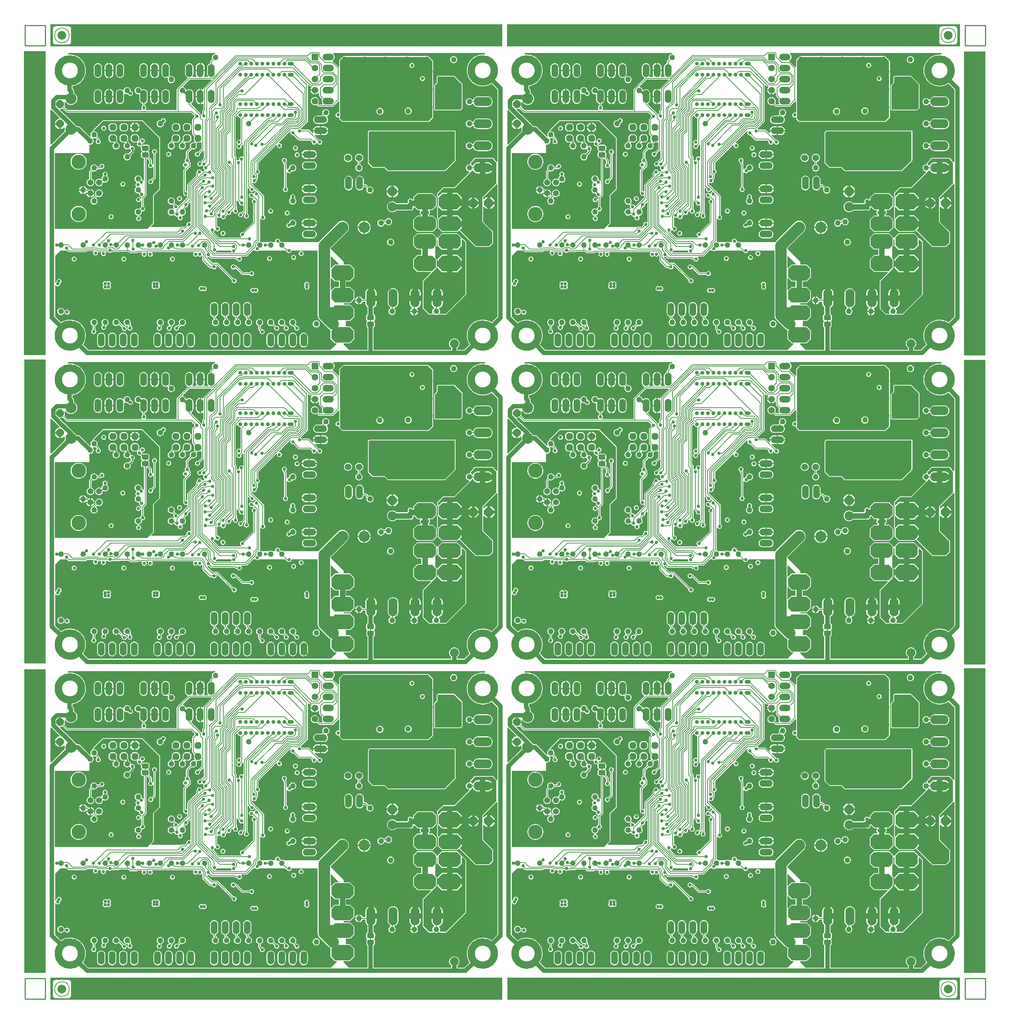
<source format=gbl>
%FSLAX24Y24*%
%MOIN*%
G70*
G01*
G75*
G04 Layer_Physical_Order=4*
G04 Layer_Color=16711680*
%ADD10C,0.0070*%
G04:AMPARAMS|DCode=11|XSize=78.7mil|YSize=78.7mil|CornerRadius=39.4mil|HoleSize=0mil|Usage=FLASHONLY|Rotation=90.000|XOffset=0mil|YOffset=0mil|HoleType=Round|Shape=RoundedRectangle|*
%AMROUNDEDRECTD11*
21,1,0.0787,0.0000,0,0,90.0*
21,1,0.0000,0.0787,0,0,90.0*
1,1,0.0787,0.0000,0.0000*
1,1,0.0787,0.0000,0.0000*
1,1,0.0787,0.0000,0.0000*
1,1,0.0787,0.0000,0.0000*
%
%ADD11ROUNDEDRECTD11*%
%ADD12C,0.0100*%
%ADD13C,0.0650*%
%ADD14R,0.0600X0.0120*%
%ADD15R,0.0120X0.0600*%
G04:AMPARAMS|DCode=16|XSize=11mil|YSize=31.5mil|CornerRadius=4.4mil|HoleSize=0mil|Usage=FLASHONLY|Rotation=180.000|XOffset=0mil|YOffset=0mil|HoleType=Round|Shape=RoundedRectangle|*
%AMROUNDEDRECTD16*
21,1,0.0110,0.0227,0,0,180.0*
21,1,0.0022,0.0315,0,0,180.0*
1,1,0.0088,-0.0011,0.0113*
1,1,0.0088,0.0011,0.0113*
1,1,0.0088,0.0011,-0.0113*
1,1,0.0088,-0.0011,-0.0113*
%
%ADD16ROUNDEDRECTD16*%
G04:AMPARAMS|DCode=17|XSize=11mil|YSize=31.5mil|CornerRadius=4.4mil|HoleSize=0mil|Usage=FLASHONLY|Rotation=270.000|XOffset=0mil|YOffset=0mil|HoleType=Round|Shape=RoundedRectangle|*
%AMROUNDEDRECTD17*
21,1,0.0110,0.0227,0,0,270.0*
21,1,0.0022,0.0315,0,0,270.0*
1,1,0.0088,-0.0113,-0.0011*
1,1,0.0088,-0.0113,0.0011*
1,1,0.0088,0.0113,0.0011*
1,1,0.0088,0.0113,-0.0011*
%
%ADD17ROUNDEDRECTD17*%
%ADD18R,0.1370X0.1370*%
%ADD19R,0.1370X0.1370*%
%ADD20R,0.0236X0.1319*%
G04:AMPARAMS|DCode=21|XSize=40mil|YSize=40mil|CornerRadius=20mil|HoleSize=0mil|Usage=FLASHONLY|Rotation=0.000|XOffset=0mil|YOffset=0mil|HoleType=Round|Shape=RoundedRectangle|*
%AMROUNDEDRECTD21*
21,1,0.0400,0.0000,0,0,0.0*
21,1,0.0000,0.0400,0,0,0.0*
1,1,0.0400,0.0000,0.0000*
1,1,0.0400,0.0000,0.0000*
1,1,0.0400,0.0000,0.0000*
1,1,0.0400,0.0000,0.0000*
%
%ADD21ROUNDEDRECTD21*%
%ADD22R,0.0480X0.0480*%
%ADD23R,0.0480X0.0480*%
%ADD24R,0.0420X0.0520*%
%ADD25R,0.0354X0.1299*%
%ADD26R,0.0240X0.0240*%
%ADD27R,0.1260X0.0630*%
%ADD28R,0.0402X0.0118*%
%ADD29R,0.0681X0.0748*%
%ADD30R,0.0360X0.0320*%
%ADD31R,0.1970X0.1700*%
%ADD32R,0.0280X0.0560*%
%ADD33R,0.0280X0.0200*%
%ADD34R,0.0200X0.0280*%
%ADD35R,0.0790X0.0790*%
%ADD36R,0.0790X0.0790*%
%ADD37R,0.0500X0.0150*%
G04:AMPARAMS|DCode=38|XSize=63mil|YSize=71mil|CornerRadius=15.8mil|HoleSize=0mil|Usage=FLASHONLY|Rotation=270.000|XOffset=0mil|YOffset=0mil|HoleType=Round|Shape=RoundedRectangle|*
%AMROUNDEDRECTD38*
21,1,0.0630,0.0395,0,0,270.0*
21,1,0.0315,0.0710,0,0,270.0*
1,1,0.0315,-0.0198,-0.0158*
1,1,0.0315,-0.0198,0.0158*
1,1,0.0315,0.0198,0.0158*
1,1,0.0315,0.0198,-0.0158*
%
%ADD38ROUNDEDRECTD38*%
G04:AMPARAMS|DCode=39|XSize=29.1mil|YSize=39.4mil|CornerRadius=5.8mil|HoleSize=0mil|Usage=FLASHONLY|Rotation=90.000|XOffset=0mil|YOffset=0mil|HoleType=Round|Shape=RoundedRectangle|*
%AMROUNDEDRECTD39*
21,1,0.0291,0.0277,0,0,90.0*
21,1,0.0175,0.0394,0,0,90.0*
1,1,0.0117,0.0139,0.0087*
1,1,0.0117,0.0139,-0.0087*
1,1,0.0117,-0.0139,-0.0087*
1,1,0.0117,-0.0139,0.0087*
%
%ADD39ROUNDEDRECTD39*%
G04:AMPARAMS|DCode=40|XSize=29.1mil|YSize=39.4mil|CornerRadius=5.8mil|HoleSize=0mil|Usage=FLASHONLY|Rotation=180.000|XOffset=0mil|YOffset=0mil|HoleType=Round|Shape=RoundedRectangle|*
%AMROUNDEDRECTD40*
21,1,0.0291,0.0277,0,0,180.0*
21,1,0.0175,0.0394,0,0,180.0*
1,1,0.0117,-0.0087,0.0139*
1,1,0.0117,0.0087,0.0139*
1,1,0.0117,0.0087,-0.0139*
1,1,0.0117,-0.0087,-0.0139*
%
%ADD40ROUNDEDRECTD40*%
G04:AMPARAMS|DCode=41|XSize=22mil|YSize=24mil|CornerRadius=4.4mil|HoleSize=0mil|Usage=FLASHONLY|Rotation=0.000|XOffset=0mil|YOffset=0mil|HoleType=Round|Shape=RoundedRectangle|*
%AMROUNDEDRECTD41*
21,1,0.0220,0.0152,0,0,0.0*
21,1,0.0132,0.0240,0,0,0.0*
1,1,0.0088,0.0066,-0.0076*
1,1,0.0088,-0.0066,-0.0076*
1,1,0.0088,-0.0066,0.0076*
1,1,0.0088,0.0066,0.0076*
%
%ADD41ROUNDEDRECTD41*%
G04:AMPARAMS|DCode=42|XSize=22mil|YSize=24mil|CornerRadius=4.4mil|HoleSize=0mil|Usage=FLASHONLY|Rotation=270.000|XOffset=0mil|YOffset=0mil|HoleType=Round|Shape=RoundedRectangle|*
%AMROUNDEDRECTD42*
21,1,0.0220,0.0152,0,0,270.0*
21,1,0.0132,0.0240,0,0,270.0*
1,1,0.0088,-0.0076,-0.0066*
1,1,0.0088,-0.0076,0.0066*
1,1,0.0088,0.0076,0.0066*
1,1,0.0088,0.0076,-0.0066*
%
%ADD42ROUNDEDRECTD42*%
%ADD43R,0.0543X0.0709*%
%ADD44R,0.0200X0.0260*%
%ADD45R,0.0433X0.0669*%
G04:AMPARAMS|DCode=46|XSize=52mil|YSize=60mil|CornerRadius=13mil|HoleSize=0mil|Usage=FLASHONLY|Rotation=180.000|XOffset=0mil|YOffset=0mil|HoleType=Round|Shape=RoundedRectangle|*
%AMROUNDEDRECTD46*
21,1,0.0520,0.0340,0,0,180.0*
21,1,0.0260,0.0600,0,0,180.0*
1,1,0.0260,-0.0130,0.0170*
1,1,0.0260,0.0130,0.0170*
1,1,0.0260,0.0130,-0.0170*
1,1,0.0260,-0.0130,-0.0170*
%
%ADD46ROUNDEDRECTD46*%
G04:AMPARAMS|DCode=47|XSize=52mil|YSize=60mil|CornerRadius=13mil|HoleSize=0mil|Usage=FLASHONLY|Rotation=270.000|XOffset=0mil|YOffset=0mil|HoleType=Round|Shape=RoundedRectangle|*
%AMROUNDEDRECTD47*
21,1,0.0520,0.0340,0,0,270.0*
21,1,0.0260,0.0600,0,0,270.0*
1,1,0.0260,-0.0170,-0.0130*
1,1,0.0260,-0.0170,0.0130*
1,1,0.0260,0.0170,0.0130*
1,1,0.0260,0.0170,-0.0130*
%
%ADD47ROUNDEDRECTD47*%
%ADD48R,0.1673X0.0465*%
%ADD49C,0.0600*%
G04:AMPARAMS|DCode=50|XSize=50mil|YSize=50mil|CornerRadius=25mil|HoleSize=0mil|Usage=FLASHONLY|Rotation=90.000|XOffset=0mil|YOffset=0mil|HoleType=Round|Shape=RoundedRectangle|*
%AMROUNDEDRECTD50*
21,1,0.0500,0.0000,0,0,90.0*
21,1,0.0000,0.0500,0,0,90.0*
1,1,0.0500,0.0000,0.0000*
1,1,0.0500,0.0000,0.0000*
1,1,0.0500,0.0000,0.0000*
1,1,0.0500,0.0000,0.0000*
%
%ADD50ROUNDEDRECTD50*%
%ADD51C,0.0500*%
%ADD52C,0.0240*%
%ADD53C,0.0080*%
%ADD54C,0.0200*%
%ADD55C,0.0320*%
%ADD56C,0.0120*%
%ADD57C,0.0600*%
%ADD58C,0.0400*%
%ADD59C,0.0250*%
%ADD60C,0.0160*%
%ADD61R,0.1299X0.1063*%
%ADD62R,0.1575X0.0984*%
%ADD63R,0.1929X0.1457*%
%ADD64R,0.0551X0.0472*%
%ADD65O,0.0540X0.0360*%
%ADD66C,0.0360*%
%ADD67O,0.0600X0.1200*%
%ADD68P,0.0758X8X292.5*%
%ADD69C,0.1000*%
%ADD70O,0.1200X0.0600*%
%ADD71O,0.1024X0.0591*%
%ADD72C,0.0591*%
%ADD73R,0.0591X0.0591*%
%ADD74C,0.1305*%
%ADD75C,0.0540*%
%ADD76O,0.1650X0.0825*%
%ADD77O,0.0825X0.1650*%
%ADD78P,0.0909X8X112.5*%
%ADD79C,0.0840*%
%ADD80P,0.0909X8X22.5*%
G04:AMPARAMS|DCode=81|XSize=133.9mil|YSize=200mil|CornerRadius=0mil|HoleSize=0mil|Usage=FLASHONLY|Rotation=270.000|XOffset=0mil|YOffset=0mil|HoleType=Round|Shape=Octagon|*
%AMOCTAGOND81*
4,1,8,0.1000,0.0335,0.1000,-0.0335,0.0665,-0.0669,-0.0665,-0.0669,-0.1000,-0.0335,-0.1000,0.0335,-0.0665,0.0669,0.0665,0.0669,0.1000,0.0335,0.0*
%
%ADD81OCTAGOND81*%

G04:AMPARAMS|DCode=82|XSize=140mil|YSize=200mil|CornerRadius=0mil|HoleSize=0mil|Usage=FLASHONLY|Rotation=270.000|XOffset=0mil|YOffset=0mil|HoleType=Round|Shape=Octagon|*
%AMOCTAGOND82*
4,1,8,0.1000,0.0350,0.1000,-0.0350,0.0650,-0.0700,-0.0650,-0.0700,-0.1000,-0.0350,-0.1000,0.0350,-0.0650,0.0700,0.0650,0.0700,0.1000,0.0350,0.0*
%
%ADD82OCTAGOND82*%

%ADD83P,0.0671X8X22.5*%
%ADD84C,0.0800*%
%ADD85C,0.0300*%
%ADD86C,0.0500*%
%ADD87C,0.0400*%
%ADD88C,0.0320*%
%ADD89C,0.1581*%
%ADD90C,0.0460*%
G04:AMPARAMS|DCode=91|XSize=82mil|YSize=82mil|CornerRadius=0mil|HoleSize=0mil|Usage=FLASHONLY|Rotation=0.000|XOffset=0mil|YOffset=0mil|HoleType=Round|Shape=Relief|Width=10mil|Gap=10mil|Entries=4|*
%AMTHD91*
7,0,0,0.0820,0.0620,0.0100,45*
%
%ADD91THD91*%
%ADD92C,0.0640*%
G04:AMPARAMS|DCode=93|XSize=100mil|YSize=100mil|CornerRadius=0mil|HoleSize=0mil|Usage=FLASHONLY|Rotation=0.000|XOffset=0mil|YOffset=0mil|HoleType=Round|Shape=Relief|Width=10mil|Gap=10mil|Entries=4|*
%AMTHD93*
7,0,0,0.1000,0.0800,0.0100,45*
%
%ADD93THD93*%
%ADD94C,0.0830*%
%ADD95C,0.0594*%
G04:AMPARAMS|DCode=96|XSize=95.433mil|YSize=95.433mil|CornerRadius=0mil|HoleSize=0mil|Usage=FLASHONLY|Rotation=0.000|XOffset=0mil|YOffset=0mil|HoleType=Round|Shape=Relief|Width=10mil|Gap=10mil|Entries=4|*
%AMTHD96*
7,0,0,0.0954,0.0754,0.0100,45*
%
%ADD96THD96*%
%ADD97C,0.1110*%
G04:AMPARAMS|DCode=98|XSize=98mil|YSize=98mil|CornerRadius=0mil|HoleSize=0mil|Usage=FLASHONLY|Rotation=0.000|XOffset=0mil|YOffset=0mil|HoleType=Round|Shape=Relief|Width=10mil|Gap=10mil|Entries=4|*
%AMTHD98*
7,0,0,0.0980,0.0780,0.0100,45*
%
%ADD98THD98*%
%ADD99C,0.0620*%
%ADD100C,0.0790*%
G04:AMPARAMS|DCode=101|XSize=115mil|YSize=115mil|CornerRadius=0mil|HoleSize=0mil|Usage=FLASHONLY|Rotation=0.000|XOffset=0mil|YOffset=0mil|HoleType=Round|Shape=Relief|Width=10mil|Gap=10mil|Entries=4|*
%AMTHD101*
7,0,0,0.1150,0.0950,0.0100,45*
%
%ADD101THD101*%
%ADD102C,0.1240*%
%ADD103C,0.0390*%
%ADD104C,0.1421*%
%ADD105C,0.0520*%
%ADD106C,0.1400*%
%ADD107C,0.0800*%
%ADD108C,0.1040*%
%ADD109C,0.1300*%
%ADD110R,0.4094X0.4331*%
%ADD111R,0.3425X0.4284*%
%ADD112R,0.3583X0.4284*%
%ADD113R,0.3622X0.4331*%
G04:AMPARAMS|DCode=114|XSize=46mil|YSize=63mil|CornerRadius=11.5mil|HoleSize=0mil|Usage=FLASHONLY|Rotation=270.000|XOffset=0mil|YOffset=0mil|HoleType=Round|Shape=RoundedRectangle|*
%AMROUNDEDRECTD114*
21,1,0.0460,0.0400,0,0,270.0*
21,1,0.0230,0.0630,0,0,270.0*
1,1,0.0230,-0.0200,-0.0115*
1,1,0.0230,-0.0200,0.0115*
1,1,0.0230,0.0200,0.0115*
1,1,0.0230,0.0200,-0.0115*
%
%ADD114ROUNDEDRECTD114*%
G04:AMPARAMS|DCode=115|XSize=50mil|YSize=50mil|CornerRadius=25mil|HoleSize=0mil|Usage=FLASHONLY|Rotation=0.000|XOffset=0mil|YOffset=0mil|HoleType=Round|Shape=RoundedRectangle|*
%AMROUNDEDRECTD115*
21,1,0.0500,0.0000,0,0,0.0*
21,1,0.0000,0.0500,0,0,0.0*
1,1,0.0500,0.0000,0.0000*
1,1,0.0500,0.0000,0.0000*
1,1,0.0500,0.0000,0.0000*
1,1,0.0500,0.0000,0.0000*
%
%ADD115ROUNDEDRECTD115*%
G36*
X96713Y12047D02*
X96713D01*
D01*
Y12047D01*
X96713Y12047D01*
D01*
D01*
X94774D01*
Y39616D01*
X96713D01*
Y12047D01*
D02*
G37*
G36*
Y39970D02*
X96713D01*
D01*
Y39970D01*
X96713Y39970D01*
D01*
D01*
X94774D01*
Y67569D01*
X96713D01*
Y39970D01*
D02*
G37*
G36*
X11585Y40069D02*
X11585D01*
D01*
Y40069D01*
X11585Y40069D01*
D01*
D01*
X9646D01*
Y67589D01*
X11585D01*
Y40069D01*
D02*
G37*
G36*
X52943Y9606D02*
X12008D01*
Y11604D01*
X52943D01*
Y9606D01*
D02*
G37*
G36*
X94429D02*
X53406D01*
Y11604D01*
X94429D01*
Y9606D01*
D02*
G37*
G36*
X11585Y12047D02*
X11585D01*
D01*
Y12047D01*
X11585Y12047D01*
D01*
D01*
X9646D01*
Y39518D01*
X11585D01*
Y12047D01*
D02*
G37*
G36*
X52943Y95955D02*
X12008D01*
Y97953D01*
X52943D01*
Y95955D01*
D02*
G37*
G36*
X94409D02*
X53376D01*
Y97953D01*
X94409D01*
Y95955D01*
D02*
G37*
G36*
X96713Y67972D02*
X96713D01*
D01*
Y67972D01*
X96713Y67972D01*
D01*
D01*
X94774D01*
Y95492D01*
X96713D01*
Y67972D01*
D02*
G37*
G36*
X11565Y68002D02*
X11565D01*
D01*
Y68002D01*
X11565Y68002D01*
D01*
D01*
X9626D01*
Y95522D01*
X11565D01*
Y68002D01*
D02*
G37*
%LPC*%
G36*
X13652Y97782D02*
Y97781D01*
X12470D01*
Y97782D01*
X12381Y97765D01*
X12306Y97714D01*
X12255Y97638D01*
X12237Y97549D01*
X12239D01*
Y96368D01*
X12237D01*
X12255Y96279D01*
X12306Y96203D01*
X12381Y96153D01*
X12470Y96135D01*
Y96136D01*
X13652D01*
Y96135D01*
X13741Y96153D01*
X13816Y96203D01*
X13867Y96279D01*
X13885Y96368D01*
X13883D01*
Y97549D01*
X13885D01*
X13867Y97638D01*
X13816Y97714D01*
X13741Y97765D01*
X13652Y97782D01*
D02*
G37*
G36*
X93947D02*
Y97781D01*
X92766D01*
Y97782D01*
X92676Y97765D01*
X92601Y97714D01*
X92550Y97638D01*
X92533Y97549D01*
X92534D01*
Y96368D01*
X92533D01*
X92550Y96279D01*
X92601Y96203D01*
X92676Y96153D01*
X92766Y96135D01*
Y96136D01*
X93947D01*
Y96135D01*
X94036Y96153D01*
X94112Y96203D01*
X94162Y96279D01*
X94180Y96368D01*
X94179D01*
Y97549D01*
X94180D01*
X94162Y97638D01*
X94112Y97714D01*
X94036Y97765D01*
X93947Y97782D01*
D02*
G37*
G36*
Y11385D02*
Y11383D01*
X92766D01*
Y11385D01*
X92676Y11367D01*
X92601Y11316D01*
X92550Y11241D01*
X92533Y11152D01*
X92534D01*
Y9970D01*
X92533D01*
X92550Y9881D01*
X92601Y9806D01*
X92676Y9755D01*
X92766Y9737D01*
Y9739D01*
X93947D01*
Y9737D01*
X94036Y9755D01*
X94112Y9806D01*
X94162Y9881D01*
X94180Y9970D01*
X94179D01*
Y11152D01*
X94180D01*
X94162Y11241D01*
X94112Y11316D01*
X94036Y11367D01*
X93947Y11385D01*
D02*
G37*
G36*
X13652D02*
Y11383D01*
X12470D01*
Y11385D01*
X12381Y11367D01*
X12306Y11316D01*
X12255Y11241D01*
X12237Y11152D01*
X12239D01*
Y9970D01*
X12237D01*
X12255Y9881D01*
X12306Y9806D01*
X12381Y9755D01*
X12470Y9737D01*
Y9739D01*
X13652D01*
Y9737D01*
X13741Y9755D01*
X13816Y9806D01*
X13867Y9881D01*
X13885Y9970D01*
X13883D01*
Y11152D01*
X13885D01*
X13867Y11241D01*
X13816Y11316D01*
X13741Y11367D01*
X13652Y11385D01*
D02*
G37*
%LPD*%
G36*
X28398Y21457D02*
X28398Y21457D01*
X28415Y21371D01*
X28427Y21353D01*
X28403Y21309D01*
X26983D01*
X26969Y21357D01*
X27030Y21397D01*
X27079Y21470D01*
X27084Y21496D01*
X28366D01*
X28398Y21457D01*
D02*
G37*
G36*
X21870Y31673D02*
Y27077D01*
X21299Y26506D01*
Y23967D01*
X20768Y23435D01*
X12421D01*
Y30315D01*
X15532D01*
Y31047D01*
X15569Y31080D01*
X15610Y31075D01*
X15694Y31086D01*
X15772Y31118D01*
X15838Y31169D01*
X15890Y31236D01*
X15922Y31314D01*
X15933Y31398D01*
X15922Y31481D01*
X15890Y31559D01*
X15841Y31623D01*
X15871Y31662D01*
X15885Y31657D01*
X15969Y31646D01*
X16052Y31657D01*
X16101Y31677D01*
X16217Y31562D01*
X16212Y31512D01*
X16190Y31497D01*
X16141Y31424D01*
X16124Y31339D01*
X16141Y31253D01*
X16190Y31180D01*
X16263Y31131D01*
X16349Y31114D01*
X16434Y31131D01*
X16507Y31180D01*
X16556Y31253D01*
X16573Y31339D01*
X16556Y31424D01*
X16507Y31497D01*
X16461Y31528D01*
Y31588D01*
X16461Y31588D01*
X16452Y31631D01*
X16428Y31668D01*
X16428Y31668D01*
X16260Y31836D01*
X16280Y31885D01*
X16291Y31969D01*
X16280Y32052D01*
X16248Y32130D01*
X16197Y32197D01*
X16130Y32248D01*
X16052Y32280D01*
X15969Y32291D01*
X15925Y32286D01*
X15903Y32330D01*
X16791Y33219D01*
X20325D01*
X21870Y31673D01*
D02*
G37*
G36*
X37780Y18684D02*
X38142D01*
Y18193D01*
X37764D01*
X37458Y17886D01*
X37411Y17905D01*
Y18986D01*
X37458Y19006D01*
X37780Y18684D01*
D02*
G37*
G36*
X26961Y39290D02*
X26885Y39280D01*
X26807Y39248D01*
X26740Y39197D01*
X26689Y39130D01*
X26657Y39052D01*
X26646Y38969D01*
X26657Y38885D01*
X26677Y38836D01*
X26511Y38670D01*
X26487Y38633D01*
X26478Y38591D01*
X26478Y38591D01*
Y38449D01*
X26404Y38418D01*
X26327Y38359D01*
X26267Y38282D01*
X26230Y38192D01*
X26217Y38095D01*
Y37495D01*
X26230Y37399D01*
X26267Y37309D01*
X26298Y37269D01*
X26262Y37197D01*
X25957D01*
X25921Y37269D01*
X25940Y37294D01*
X25980Y37391D01*
X25994Y37495D01*
Y37745D01*
X25187D01*
Y37495D01*
X25201Y37391D01*
X25241Y37294D01*
X25260Y37269D01*
X25225Y37197D01*
X24919D01*
X24883Y37269D01*
X24914Y37309D01*
X24951Y37399D01*
X24964Y37495D01*
Y38095D01*
X24951Y38192D01*
X24914Y38282D01*
X24854Y38359D01*
X24777Y38418D01*
X24687Y38456D01*
X24591Y38468D01*
X24494Y38456D01*
X24404Y38418D01*
X24327Y38359D01*
X24267Y38282D01*
X24230Y38192D01*
X24217Y38095D01*
Y37495D01*
X24230Y37399D01*
X24267Y37309D01*
X24327Y37231D01*
X24404Y37172D01*
X24419Y37166D01*
X24434Y37088D01*
X23493Y36146D01*
X23470Y36112D01*
X23461Y36071D01*
Y34207D01*
X20686D01*
X20649Y34277D01*
X20680Y34324D01*
X20697Y34409D01*
X20680Y34495D01*
X20631Y34568D01*
X20585Y34599D01*
Y34786D01*
X20643Y34810D01*
X20721Y34869D01*
X20780Y34946D01*
X20817Y35036D01*
X20830Y35133D01*
Y35733D01*
X20817Y35830D01*
X20780Y35920D01*
X20721Y35997D01*
X20643Y36056D01*
X20553Y36094D01*
X20457Y36106D01*
X20360Y36094D01*
X20277Y36059D01*
X20248Y36130D01*
X20197Y36197D01*
X20130Y36248D01*
X20052Y36280D01*
X19969Y36291D01*
X19885Y36280D01*
X19807Y36248D01*
X19740Y36197D01*
X19689Y36130D01*
X19657Y36052D01*
X19646Y35968D01*
X19657Y35885D01*
X19689Y35807D01*
X19740Y35740D01*
X19807Y35689D01*
X19885Y35657D01*
X19969Y35646D01*
X20023Y35653D01*
X20083Y35600D01*
Y35133D01*
X20096Y35036D01*
X20134Y34946D01*
X20193Y34869D01*
X20270Y34810D01*
X20360Y34773D01*
X20360Y34773D01*
Y34599D01*
X20314Y34568D01*
X20265Y34495D01*
X20248Y34409D01*
X20265Y34324D01*
X20296Y34277D01*
X20259Y34207D01*
X13596D01*
X13290Y34513D01*
X13316Y34538D01*
Y34907D01*
X13392Y34933D01*
X13469Y34832D01*
X13588Y34740D01*
X13727Y34683D01*
X13876Y34663D01*
X14025Y34683D01*
X14163Y34740D01*
X14282Y34832D01*
X14374Y34951D01*
X14431Y35089D01*
X14451Y35238D01*
X14431Y35387D01*
X14374Y35526D01*
X14282Y35645D01*
X14163Y35736D01*
X14148Y35742D01*
Y35917D01*
X14139Y35988D01*
X14112Y36054D01*
X14068Y36110D01*
X14012Y36166D01*
Y36365D01*
X14227Y36417D01*
X14437Y36504D01*
X14631Y36623D01*
X14804Y36770D01*
X14952Y36943D01*
X15071Y37137D01*
X15158Y37347D01*
X15211Y37569D01*
X15229Y37795D01*
X15211Y38022D01*
X15158Y38243D01*
X15071Y38453D01*
X14952Y38647D01*
X14804Y38820D01*
X14631Y38968D01*
X14437Y39087D01*
X14227Y39174D01*
X14006Y39227D01*
X13780Y39245D01*
X13609Y39231D01*
X13575Y39304D01*
X13642Y39370D01*
X26956D01*
X26961Y39290D01*
D02*
G37*
G36*
X36226Y15622D02*
X36237Y15507D01*
X36271Y15396D01*
X36326Y15293D01*
X36399Y15203D01*
X37179Y14423D01*
X37269Y14350D01*
X37372Y14295D01*
X37386Y14290D01*
X37398Y14242D01*
X37395Y14239D01*
Y13469D01*
X37780Y13084D01*
X37939D01*
X37959Y13037D01*
X37411Y12490D01*
X15454D01*
X14977Y12968D01*
X15071Y13122D01*
X15158Y13332D01*
X15211Y13553D01*
X15229Y13780D01*
X15211Y14006D01*
X15158Y14227D01*
X15071Y14437D01*
X14952Y14631D01*
X14804Y14804D01*
X14631Y14952D01*
X14437Y15071D01*
X14227Y15158D01*
X14006Y15211D01*
X13780Y15229D01*
X13553Y15211D01*
X13332Y15158D01*
X13122Y15071D01*
X12968Y14977D01*
X12441Y15503D01*
Y18336D01*
X12489Y18350D01*
X12519Y18306D01*
X12591Y18257D01*
X12677Y18240D01*
X12763Y18257D01*
X12836Y18306D01*
X12884Y18379D01*
X12901Y18465D01*
X12894Y18502D01*
X12954Y18542D01*
X13003Y18615D01*
X13020Y18701D01*
X13003Y18787D01*
X12954Y18859D01*
X12881Y18908D01*
X12795Y18925D01*
X12709Y18908D01*
X12637Y18859D01*
X12588Y18787D01*
X12571Y18701D01*
X12578Y18663D01*
X12519Y18623D01*
X12489Y18579D01*
X12441Y18593D01*
Y21024D01*
X12913Y21496D01*
X13459D01*
X13469Y21494D01*
X13478Y21496D01*
X13482D01*
X13599Y21379D01*
X13599Y21379D01*
X13636Y21355D01*
X13678Y21346D01*
X13679Y21346D01*
X15180D01*
X15180Y21346D01*
X15223Y21355D01*
X15259Y21379D01*
X15326Y21446D01*
X15909D01*
X15933Y21402D01*
X15895Y21346D01*
X15878Y21260D01*
X15895Y21174D01*
X15944Y21101D01*
X16017Y21053D01*
X16102Y21036D01*
X16188Y21053D01*
X16261Y21101D01*
X16310Y21174D01*
X16327Y21260D01*
X16317Y21308D01*
X16349Y21346D01*
X16600D01*
X16623Y21302D01*
X16611Y21284D01*
X16594Y21198D01*
X16611Y21113D01*
X16660Y21040D01*
X16733Y20991D01*
X16818Y20974D01*
X16904Y20991D01*
X16977Y21040D01*
X17026Y21113D01*
X17043Y21198D01*
X17026Y21284D01*
X17014Y21302D01*
X17037Y21346D01*
X17236D01*
X17240Y21340D01*
X17313Y21291D01*
X17399Y21274D01*
X17484Y21291D01*
X17557Y21340D01*
X17561Y21346D01*
X18180D01*
X18180Y21346D01*
X18223Y21355D01*
X18259Y21379D01*
X18264Y21384D01*
X18958D01*
X18958Y21384D01*
X18959Y21384D01*
X19095D01*
X19209Y21269D01*
X19209Y21269D01*
X19246Y21245D01*
X19289Y21236D01*
X19289Y21236D01*
X19819D01*
X19819Y21236D01*
X19862Y21245D01*
X19899Y21269D01*
X19930Y21300D01*
X20300D01*
X20324Y21256D01*
X20305Y21228D01*
X20287Y21142D01*
X20305Y21056D01*
X20353Y20983D01*
X20426Y20935D01*
X20512Y20917D01*
X20598Y20935D01*
X20670Y20983D01*
X20719Y21056D01*
X20736Y21142D01*
X20719Y21228D01*
X20709Y21243D01*
X20709Y21277D01*
X20719Y21302D01*
X20752Y21309D01*
X20786Y21332D01*
X20872D01*
X20896Y21288D01*
X20856Y21228D01*
X20839Y21142D01*
X20856Y21056D01*
X20904Y20983D01*
X20977Y20935D01*
X21063Y20917D01*
X21149Y20935D01*
X21222Y20983D01*
X21270Y21056D01*
X21287Y21142D01*
X21270Y21228D01*
X21230Y21288D01*
X21254Y21332D01*
X23560D01*
X23585Y21337D01*
X24974D01*
X24997Y21293D01*
X24960Y21237D01*
X24943Y21152D01*
X24960Y21066D01*
X25009Y20993D01*
X25081Y20944D01*
X25167Y20927D01*
X25253Y20944D01*
X25326Y20993D01*
X25331Y21000D01*
X25381D01*
X25393Y20983D01*
X25465Y20935D01*
X25551Y20917D01*
X25637Y20935D01*
X25710Y20983D01*
X25743Y21032D01*
X25790Y21018D01*
Y20574D01*
X25790Y20574D01*
X25799Y20532D01*
X25823Y20495D01*
X26398Y19921D01*
X26398Y19921D01*
X26434Y19896D01*
X26477Y19888D01*
X26661D01*
X26692Y19841D01*
X26765Y19793D01*
X26850Y19776D01*
X26936Y19793D01*
X27009Y19841D01*
X27058Y19914D01*
X27075Y20000D01*
X27058Y20086D01*
X27045Y20105D01*
X27057Y20129D01*
X27107Y20136D01*
X28448Y18795D01*
X28437Y18740D01*
X28454Y18654D01*
X28503Y18582D01*
X28576Y18533D01*
X28661Y18516D01*
X28747Y18533D01*
X28820Y18582D01*
X28869Y18654D01*
X28886Y18740D01*
X28869Y18826D01*
X28820Y18899D01*
X28747Y18947D01*
X28661Y18964D01*
X28607Y18954D01*
X27219Y20341D01*
X27183Y20365D01*
X27140Y20374D01*
X27140Y20374D01*
X26702D01*
X26205Y20870D01*
X26233Y20911D01*
X26319Y20894D01*
X26373Y20905D01*
X26512Y20767D01*
X26512Y20767D01*
X26548Y20742D01*
X26591Y20734D01*
X28712D01*
X28779Y20667D01*
X28815Y20643D01*
X28858Y20635D01*
X28858Y20635D01*
X28936D01*
X28936Y20633D01*
X28985Y20560D01*
X29058Y20511D01*
X29144Y20494D01*
X29230Y20511D01*
X29302Y20560D01*
X29351Y20633D01*
X29368Y20719D01*
X29351Y20804D01*
X29302Y20877D01*
X29288Y20887D01*
X29302Y20935D01*
X29768D01*
X29768Y20935D01*
X29811Y20943D01*
X29847Y20967D01*
X30376Y21496D01*
X30590D01*
X30593Y21493D01*
X30665Y21444D01*
X30751Y21427D01*
X30837Y21444D01*
X30910Y21493D01*
X30912Y21496D01*
X33290D01*
X33375Y21411D01*
X33410Y21387D01*
X33437Y21382D01*
X33473Y21328D01*
X33546Y21279D01*
X33632Y21262D01*
X33718Y21279D01*
X33791Y21328D01*
X33839Y21400D01*
X33856Y21486D01*
X33864Y21496D01*
X36226D01*
Y15622D01*
D02*
G37*
G36*
X46618Y38639D02*
Y33579D01*
X46248Y33208D01*
X38489D01*
X38259Y33438D01*
Y33657D01*
X38276Y33683D01*
X38293Y33768D01*
X38276Y33854D01*
X38259Y33880D01*
Y38728D01*
X38558Y39028D01*
X46228D01*
X46618Y38639D01*
D02*
G37*
G36*
X12860Y33492D02*
X12829Y33418D01*
X12671D01*
X12446Y33193D01*
Y33018D01*
X12896D01*
Y32968D01*
X12946D01*
Y32518D01*
X13121D01*
X13246Y32644D01*
X13318Y32608D01*
X13301Y32478D01*
X13320Y32329D01*
X13327Y32314D01*
X12101Y31089D01*
X12028Y31120D01*
Y34220D01*
X12101Y34251D01*
X12860Y33492D01*
D02*
G37*
G36*
X25698Y31277D02*
Y30728D01*
X25389Y30420D01*
X25335Y30431D01*
X25249Y30414D01*
X25176Y30365D01*
X25127Y30293D01*
X25110Y30207D01*
X25127Y30121D01*
X25176Y30048D01*
X25249Y29999D01*
X25335Y29982D01*
X25420Y29999D01*
X25493Y30048D01*
X25542Y30121D01*
X25559Y30207D01*
X25548Y30261D01*
X25844Y30558D01*
X25918Y30527D01*
Y29857D01*
X25606Y29544D01*
X25551Y29555D01*
X25465Y29538D01*
X25393Y29489D01*
X25344Y29416D01*
X25327Y29331D01*
X25344Y29245D01*
X25393Y29172D01*
X25465Y29123D01*
X25551Y29106D01*
X25637Y29123D01*
X25710Y29172D01*
X25761D01*
X25763Y29170D01*
X25835Y29121D01*
X25850Y29118D01*
X25877Y29054D01*
X25860Y28968D01*
X25877Y28882D01*
X25925Y28809D01*
X25982Y28771D01*
X25959Y28695D01*
X25900D01*
X25900Y28695D01*
X25857Y28686D01*
X25821Y28662D01*
X25804Y28644D01*
X25727Y28668D01*
X25719Y28708D01*
X25670Y28781D01*
X25598Y28829D01*
X25512Y28846D01*
X25426Y28829D01*
X25353Y28781D01*
X25305Y28708D01*
X25287Y28622D01*
X25292Y28600D01*
X25230Y28539D01*
X25206Y28502D01*
X25198Y28459D01*
X25198Y28459D01*
Y28251D01*
X24463Y27516D01*
X24439Y27480D01*
X24430Y27437D01*
X24430Y27437D01*
Y26895D01*
X24368Y26862D01*
X24283Y26879D01*
X24267Y26892D01*
Y28674D01*
X24686Y29092D01*
X24686Y29092D01*
X24710Y29129D01*
X24718Y29172D01*
Y29449D01*
X24718Y29449D01*
X24710Y29492D01*
X24686Y29528D01*
X24623Y29591D01*
X24634Y29646D01*
X24617Y29732D01*
X24568Y29804D01*
X24522Y29835D01*
Y30363D01*
X24836Y30677D01*
X24885Y30657D01*
X24969Y30646D01*
X25052Y30657D01*
X25130Y30689D01*
X25197Y30740D01*
X25248Y30807D01*
X25280Y30885D01*
X25291Y30968D01*
X25280Y31052D01*
X25248Y31130D01*
X25235Y31147D01*
X25353Y31264D01*
X25580D01*
X25624Y31308D01*
X25698Y31277D01*
D02*
G37*
G36*
X52402Y29449D02*
Y27576D01*
X51142Y26316D01*
Y25333D01*
Y25110D01*
Y24065D01*
X51831Y23376D01*
X52057Y23150D01*
Y22185D01*
X51752Y21880D01*
X50561D01*
X49102Y23339D01*
X49289Y23526D01*
Y23660D01*
X48189D01*
Y23910D01*
X47939D01*
Y24680D01*
X47474D01*
X47172Y24378D01*
X47126Y24397D01*
Y25408D01*
X47172Y25427D01*
X47489Y25110D01*
X47939D01*
Y25910D01*
Y26710D01*
X47489D01*
X47172Y26393D01*
X47126Y26413D01*
Y26644D01*
Y26654D01*
X47441Y26969D01*
X47451D01*
X47628Y27146D01*
X48642D01*
X50118Y28622D01*
Y28652D01*
X50145Y28663D01*
X50218Y28719D01*
X50250Y28761D01*
X50300Y28754D01*
X50318Y28710D01*
X50400Y28603D01*
X50508Y28521D01*
X50632Y28469D01*
X50766Y28452D01*
X50929D01*
Y28969D01*
Y29485D01*
X50766D01*
X50632Y29468D01*
X50508Y29416D01*
X50400Y29334D01*
X50318Y29227D01*
X50300Y29183D01*
X50250Y29176D01*
X50218Y29218D01*
X50145Y29274D01*
X50118Y29285D01*
Y29409D01*
X50512Y29803D01*
X52047D01*
X52402Y29449D01*
D02*
G37*
G36*
X38155Y20270D02*
X38136Y20224D01*
X37780D01*
X37458Y19902D01*
X37411Y19921D01*
Y20949D01*
X37458Y20968D01*
X38155Y20270D01*
D02*
G37*
G36*
X51407Y39302D02*
X51373Y39229D01*
X51181Y39245D01*
X50954Y39227D01*
X50733Y39174D01*
X50523Y39087D01*
X50329Y38968D01*
X50156Y38820D01*
X50009Y38647D01*
X49890Y38453D01*
X49803Y38243D01*
X49750Y38022D01*
X49732Y37795D01*
X49750Y37569D01*
X49803Y37347D01*
X49890Y37137D01*
X50009Y36943D01*
X50156Y36770D01*
X50329Y36623D01*
X50523Y36504D01*
X50733Y36417D01*
X50954Y36364D01*
X51181Y36346D01*
X51408Y36364D01*
X51629Y36417D01*
X51839Y36504D01*
X51993Y36598D01*
X52520Y36072D01*
Y29544D01*
X52487Y29522D01*
X52446Y29506D01*
X52263Y29688D01*
X52254Y29732D01*
X52206Y29804D01*
X52133Y29853D01*
X52084Y29863D01*
X52075Y29869D01*
X52047Y29875D01*
X50512D01*
X50484Y29869D01*
X50475Y29863D01*
X50426Y29853D01*
X50353Y29804D01*
X50305Y29732D01*
X50296Y29688D01*
X50068Y29460D01*
X50052Y29437D01*
X50047Y29409D01*
Y29342D01*
X49987Y29289D01*
X49969Y29291D01*
X49885Y29280D01*
X49807Y29248D01*
X49740Y29197D01*
X49689Y29130D01*
X49657Y29052D01*
X49646Y28969D01*
X49657Y28885D01*
X49689Y28807D01*
X49740Y28740D01*
X49807Y28689D01*
X49885Y28657D01*
X49943Y28649D01*
X49969Y28573D01*
X48612Y27217D01*
X47628D01*
X47601Y27212D01*
X47577Y27196D01*
X47416Y27035D01*
X47414Y27034D01*
X47390Y27019D01*
X47076Y26704D01*
X47060Y26681D01*
X47055Y26654D01*
Y26644D01*
Y26413D01*
X47060Y26385D01*
X47076Y26362D01*
X47089Y26353D01*
X47099Y26347D01*
X47145Y26328D01*
D01*
X47119Y26295D01*
D01*
X47119Y26295D01*
X47119Y26295D01*
Y25525D01*
X47119Y25525D01*
X47119Y25525D01*
D01*
X47145Y25493D01*
X47145D01*
X47145Y25493D01*
X47099Y25474D01*
X47089Y25468D01*
X47076Y25458D01*
X47069Y25449D01*
X47060Y25435D01*
X47056Y25412D01*
X47055Y25408D01*
Y24397D01*
X47060Y24370D01*
X47066Y24361D01*
X47076Y24347D01*
X47099Y24331D01*
X47145Y24312D01*
X47145Y24312D01*
X47119Y24280D01*
D01*
X47119Y24280D01*
X47119D01*
Y24280D01*
Y24280D01*
X47119Y24280D01*
Y23541D01*
X47489Y23171D01*
X48889D01*
X48916Y23198D01*
X49026Y23271D01*
X49069D01*
X50511Y21829D01*
X50534Y21814D01*
X50561Y21809D01*
X51752D01*
X51779Y21814D01*
X51802Y21829D01*
X52108Y22135D01*
X52123Y22158D01*
X52128Y22185D01*
Y23150D01*
X52123Y23177D01*
X52108Y23200D01*
X51881Y23426D01*
X51213Y24095D01*
Y25110D01*
Y25333D01*
Y25413D01*
X51287Y25444D01*
X51464Y25267D01*
X51604D01*
Y25787D01*
Y26307D01*
X51464D01*
X51287Y26131D01*
X51213Y26161D01*
Y26286D01*
X52446Y27519D01*
X52487Y27502D01*
X52520Y27480D01*
Y15503D01*
X51993Y14977D01*
X51839Y15071D01*
X51629Y15158D01*
X51408Y15211D01*
X51181Y15229D01*
X50954Y15211D01*
X50733Y15158D01*
X50523Y15071D01*
X50329Y14952D01*
X50156Y14804D01*
X50009Y14631D01*
X49890Y14437D01*
X49803Y14227D01*
X49750Y14006D01*
X49732Y13780D01*
X49750Y13553D01*
X49803Y13332D01*
X49890Y13122D01*
X49984Y12968D01*
X49507Y12490D01*
X48875D01*
Y12668D01*
X48938Y12716D01*
X49013Y12814D01*
X49060Y12928D01*
X49076Y13051D01*
X49060Y13174D01*
X49013Y13288D01*
X48938Y13386D01*
X48839Y13462D01*
X48725Y13509D01*
X48602Y13525D01*
X48480Y13509D01*
X48365Y13462D01*
X48267Y13386D01*
X48192Y13288D01*
X48144Y13174D01*
X48128Y13051D01*
X48144Y12928D01*
X48192Y12814D01*
X48267Y12716D01*
X48330Y12668D01*
Y12490D01*
X41296D01*
Y14509D01*
X41357Y14550D01*
X41398Y14611D01*
X41412Y14683D01*
Y14913D01*
X41398Y14986D01*
X41357Y15046D01*
X41373Y15125D01*
X41379Y15128D01*
X41426Y15200D01*
X41443Y15283D01*
Y15513D01*
X41426Y15597D01*
X41379Y15668D01*
X41308Y15716D01*
X41296Y15718D01*
Y16298D01*
X41314Y16305D01*
X41421Y16387D01*
X41503Y16494D01*
X41554Y16619D01*
X41572Y16753D01*
Y16915D01*
X41055D01*
Y17165D01*
X40805D01*
Y18029D01*
X40797Y18026D01*
X40690Y17943D01*
X40607Y17836D01*
X40556Y17712D01*
X40538Y17578D01*
Y17081D01*
X40301D01*
X40274Y17145D01*
X40218Y17218D01*
X40145Y17274D01*
X40060Y17309D01*
X40019Y17315D01*
Y16968D01*
Y16622D01*
X40060Y16628D01*
X40145Y16663D01*
X40218Y16719D01*
X40274Y16792D01*
X40301Y16856D01*
X40538D01*
Y16753D01*
X40556Y16619D01*
X40607Y16494D01*
X40690Y16387D01*
X40751Y16340D01*
Y15718D01*
X40740Y15716D01*
X40669Y15668D01*
X40621Y15597D01*
X40604Y15513D01*
Y15283D01*
X40621Y15200D01*
X40669Y15128D01*
X40674Y15125D01*
X40690Y15046D01*
X40649Y14986D01*
X40635Y14913D01*
Y14683D01*
X40649Y14611D01*
X40690Y14550D01*
X40751Y14509D01*
Y12490D01*
X39085D01*
X38583Y12992D01*
Y13084D01*
X39150D01*
X39535Y13469D01*
Y14239D01*
X39150Y14624D01*
X38787D01*
Y15114D01*
X39165D01*
X39535Y15484D01*
Y16223D01*
X39165Y16593D01*
X38583D01*
Y16714D01*
X39165D01*
X39535Y17084D01*
Y17823D01*
X39165Y18193D01*
X38787D01*
Y18684D01*
X39150D01*
X39535Y19069D01*
Y19839D01*
X39150Y20224D01*
X38583D01*
Y20472D01*
X37411Y21644D01*
Y21691D01*
X38884Y23163D01*
X38958Y23253D01*
X39012Y23356D01*
X39046Y23467D01*
X39057Y23583D01*
X39046Y23698D01*
X39012Y23810D01*
X38958Y23912D01*
X38884Y24002D01*
X38794Y24076D01*
X38691Y24130D01*
X38580Y24164D01*
X38465Y24176D01*
X38349Y24164D01*
X38238Y24130D01*
X38135Y24076D01*
X38045Y24002D01*
X36399Y22356D01*
X36326Y22266D01*
X36306Y22230D01*
X33154D01*
X33130Y22248D01*
X33052Y22280D01*
X32968Y22291D01*
X32885Y22280D01*
X32883Y22279D01*
X32821Y22330D01*
X32823Y22339D01*
X32806Y22424D01*
X32757Y22497D01*
X32684Y22546D01*
X32599Y22563D01*
X32513Y22546D01*
X32440Y22497D01*
X32391Y22424D01*
X32374Y22339D01*
X32384Y22292D01*
X32333Y22230D01*
X32154D01*
X32130Y22248D01*
X32052Y22280D01*
X31969Y22291D01*
X31885Y22280D01*
X31807Y22248D01*
X31783Y22230D01*
X31154D01*
X31130Y22248D01*
X31052Y22280D01*
X31028Y22283D01*
X30994Y22356D01*
X30996Y22358D01*
X31004Y22401D01*
X31004Y22401D01*
Y24337D01*
X31081Y24360D01*
X31101Y24330D01*
X31174Y24281D01*
X31260Y24264D01*
X31346Y24281D01*
X31418Y24330D01*
X31467Y24402D01*
X31484Y24488D01*
X31467Y24574D01*
X31418Y24647D01*
X31372Y24678D01*
Y26381D01*
X31372Y26381D01*
X31363Y26424D01*
X31339Y26461D01*
X30635Y27165D01*
X30615Y27195D01*
X30615Y27195D01*
X30463Y27347D01*
X30433Y27367D01*
X30285Y27515D01*
Y27590D01*
X30356Y27627D01*
X30398Y27599D01*
X30484Y27582D01*
X30570Y27599D01*
X30642Y27648D01*
X30691Y27721D01*
X30708Y27806D01*
X30697Y27861D01*
X30772Y27936D01*
X30797Y27973D01*
X30805Y28016D01*
X30805Y28016D01*
Y28331D01*
X30805Y28331D01*
X30801Y28350D01*
X30846Y28417D01*
X30852Y28418D01*
X30925Y28467D01*
X30974Y28539D01*
X30991Y28625D01*
X30974Y28711D01*
X30925Y28784D01*
X30860Y28827D01*
Y29431D01*
X32466Y31036D01*
X32536Y30999D01*
X32533Y30983D01*
X32550Y30897D01*
X32599Y30824D01*
X32672Y30776D01*
X32757Y30758D01*
X32843Y30776D01*
X32916Y30824D01*
X32965Y30897D01*
X32982Y30983D01*
X32965Y31069D01*
X32916Y31141D01*
X32843Y31190D01*
X32757Y31207D01*
X32741Y31204D01*
X32704Y31274D01*
X33750Y32321D01*
X33812Y32270D01*
X33781Y32223D01*
X33763Y32137D01*
X33781Y32051D01*
X33829Y31979D01*
X33902Y31930D01*
X33988Y31913D01*
X34043Y31924D01*
X34471Y31495D01*
X34471Y31495D01*
X34507Y31471D01*
X34550Y31463D01*
X34550Y31463D01*
X35584D01*
X35692Y31354D01*
X35681Y31299D01*
X35698Y31213D01*
X35747Y31141D01*
X35820Y31092D01*
X35906Y31075D01*
X35991Y31092D01*
X36064Y31141D01*
X36113Y31213D01*
X36121Y31257D01*
X36201D01*
X36210Y31213D01*
X36259Y31141D01*
X36331Y31092D01*
X36417Y31075D01*
X36503Y31092D01*
X36576Y31141D01*
X36625Y31213D01*
X36642Y31299D01*
X36625Y31385D01*
X36576Y31458D01*
X36503Y31506D01*
X36417Y31524D01*
X36363Y31513D01*
X35961Y31914D01*
X36005Y31981D01*
X36092Y31945D01*
X36196Y31931D01*
X36446D01*
Y32285D01*
X35799D01*
X35806Y32230D01*
X35842Y32144D01*
X35776Y32100D01*
X35473Y32402D01*
X35437Y32426D01*
X35394Y32435D01*
X35394Y32435D01*
X34757D01*
X34725Y32481D01*
X34718Y32559D01*
X35308Y33149D01*
X35308Y33149D01*
X35332Y33186D01*
X35341Y33228D01*
X35341Y33229D01*
Y36440D01*
X35415Y36471D01*
X35483Y36403D01*
X35518Y36379D01*
X35559Y36371D01*
X35559Y36371D01*
X35632D01*
X35683Y36305D01*
X35686Y36299D01*
X35623Y36218D01*
X35583Y36122D01*
X35576Y36068D01*
X35968D01*
Y36019D01*
X36019D01*
Y35626D01*
X36072Y35633D01*
X36168Y35673D01*
X36250Y35737D01*
X36286Y35783D01*
X36361Y35757D01*
Y35519D01*
X36370Y35478D01*
X36393Y35443D01*
X36645Y35191D01*
X36613Y35114D01*
X36600Y35018D01*
X36613Y34923D01*
X36649Y34834D01*
X36678Y34797D01*
X36643Y34725D01*
X36413D01*
X36292Y34846D01*
X36324Y34923D01*
X36337Y35018D01*
X36324Y35114D01*
X36288Y35203D01*
X36229Y35279D01*
X36153Y35338D01*
X36064Y35374D01*
X35968Y35387D01*
X35873Y35374D01*
X35784Y35338D01*
X35708Y35279D01*
X35649Y35203D01*
X35613Y35114D01*
X35600Y35018D01*
X35613Y34923D01*
X35649Y34834D01*
X35708Y34758D01*
X35784Y34699D01*
X35873Y34663D01*
X35968Y34650D01*
X36064Y34663D01*
X36141Y34695D01*
X36293Y34543D01*
X36293Y34543D01*
X36328Y34519D01*
X36369Y34511D01*
X37567D01*
X37608Y34519D01*
X37643Y34543D01*
X38113Y35013D01*
X38187Y34982D01*
Y34032D01*
X38125Y33982D01*
X38068Y33993D01*
X37983Y33976D01*
X37910Y33927D01*
X37861Y33854D01*
X37844Y33768D01*
X37861Y33683D01*
X37910Y33610D01*
X37983Y33561D01*
X38068Y33544D01*
X38125Y33555D01*
X38187Y33505D01*
Y33438D01*
X38193Y33411D01*
X38208Y33388D01*
X38438Y33158D01*
X38461Y33143D01*
X38489Y33137D01*
X46248D01*
X46276Y33143D01*
X46299Y33158D01*
X46669Y33528D01*
X46684Y33551D01*
X46690Y33579D01*
Y38639D01*
X46684Y38666D01*
X46669Y38689D01*
X46279Y39079D01*
X46256Y39094D01*
X46228Y39100D01*
X38558D01*
X38531Y39094D01*
X38508Y39079D01*
X38208Y38779D01*
X38193Y38756D01*
X38187Y38728D01*
Y38156D01*
X38113Y38125D01*
X37644Y38594D01*
X37609Y38617D01*
X37569Y38626D01*
X37569Y38626D01*
D01*
X37586Y38699D01*
X37662Y38758D01*
X37721Y38834D01*
X37757Y38923D01*
X37770Y39018D01*
X37757Y39114D01*
X37721Y39203D01*
X37662Y39279D01*
X37642Y39294D01*
X37668Y39370D01*
X51339D01*
X51407Y39302D01*
D02*
G37*
G36*
X30062Y27063D02*
X30051Y27008D01*
X30068Y26922D01*
X30117Y26849D01*
X30190Y26801D01*
X30276Y26784D01*
X30361Y26801D01*
X30434Y26849D01*
X30479Y26916D01*
X30548Y26923D01*
X30599Y26861D01*
X30583Y26812D01*
X30511Y26763D01*
X30462Y26690D01*
X30454Y26650D01*
X30376Y26634D01*
X30375Y26635D01*
X30302Y26684D01*
X30217Y26701D01*
X30131Y26684D01*
X30058Y26635D01*
X30009Y26562D01*
X29992Y26476D01*
X30009Y26391D01*
X30058Y26318D01*
X30131Y26269D01*
X30217Y26252D01*
X30302Y26269D01*
X30329Y26287D01*
X30417Y26200D01*
X30396Y26132D01*
X30324Y26084D01*
X30275Y26011D01*
X30258Y25925D01*
X30275Y25839D01*
X30324Y25767D01*
X30370Y25736D01*
Y24052D01*
X29464Y23146D01*
X29409Y23157D01*
X29324Y23140D01*
X29251Y23092D01*
X29202Y23019D01*
X29185Y22933D01*
X29202Y22847D01*
X29251Y22774D01*
X29306Y22738D01*
X29282Y22661D01*
X27317D01*
X26827Y23151D01*
X26832Y23198D01*
X26880Y23270D01*
X26889Y23314D01*
X26968Y23330D01*
X26997Y23286D01*
X27070Y23238D01*
X27156Y23221D01*
X27241Y23238D01*
X27314Y23286D01*
X27363Y23359D01*
X27380Y23445D01*
X27363Y23531D01*
X27314Y23603D01*
X27241Y23652D01*
X27156Y23669D01*
X27130Y23690D01*
Y24442D01*
X27198Y24478D01*
X27283Y24461D01*
X27369Y24478D01*
X27395Y24495D01*
X27469Y24464D01*
X27471Y24453D01*
X27520Y24380D01*
X27593Y24331D01*
X27678Y24314D01*
X27764Y24331D01*
X27837Y24380D01*
X27886Y24453D01*
X27903Y24539D01*
X27892Y24593D01*
X28002Y24703D01*
X28002Y24703D01*
X28009Y24714D01*
X28087Y24730D01*
X28096Y24724D01*
X28182Y24707D01*
X28268Y24724D01*
X28341Y24772D01*
X28389Y24845D01*
X28407Y24931D01*
X28396Y24986D01*
X28467Y25057D01*
X28555Y25039D01*
X28572Y24954D01*
X28621Y24881D01*
X28694Y24832D01*
X28780Y24815D01*
X28865Y24832D01*
X28938Y24881D01*
X28987Y24954D01*
X29004Y25039D01*
X28987Y25125D01*
X28938Y25198D01*
X28902Y25222D01*
Y25461D01*
X28902Y25461D01*
X28893Y25504D01*
X28887Y25513D01*
X28889Y25522D01*
Y25989D01*
X28967Y26004D01*
X28991Y25968D01*
X29117Y25842D01*
X29106Y25787D01*
X29123Y25702D01*
X29172Y25629D01*
X29245Y25580D01*
X29331Y25563D01*
X29416Y25580D01*
X29441Y25596D01*
X29512Y25559D01*
Y25143D01*
X29307Y24938D01*
X29252Y24949D01*
X29166Y24932D01*
X29093Y24883D01*
X29045Y24810D01*
X29028Y24724D01*
X29045Y24639D01*
X29093Y24566D01*
X29166Y24517D01*
X29252Y24500D01*
X29338Y24517D01*
X29411Y24566D01*
X29459Y24639D01*
X29476Y24724D01*
X29465Y24779D01*
X29588Y24901D01*
X29646Y24877D01*
X29654Y24798D01*
X29605Y24765D01*
X29557Y24692D01*
X29539Y24606D01*
X29557Y24520D01*
X29605Y24448D01*
X29678Y24399D01*
X29764Y24382D01*
X29850Y24399D01*
X29922Y24448D01*
X29971Y24520D01*
X29988Y24606D01*
X29971Y24692D01*
X29922Y24765D01*
X29886Y24789D01*
Y27134D01*
X29960Y27165D01*
X30062Y27063D01*
D02*
G37*
G36*
X13470Y34015D02*
X13470Y34015D01*
X13507Y33991D01*
X13550Y33982D01*
X13550Y33982D01*
X23568D01*
X23594Y33987D01*
X24778D01*
X25063Y33703D01*
X25051Y33642D01*
X25062Y33587D01*
X24890Y33415D01*
X24866Y33379D01*
X24858Y33336D01*
X24858Y33336D01*
Y32064D01*
X24858Y32064D01*
X24866Y32021D01*
X24890Y31985D01*
X25010Y31865D01*
Y31834D01*
X25010Y31834D01*
X25010Y31834D01*
Y31454D01*
X25078Y31386D01*
Y31338D01*
X25017Y31285D01*
X24969Y31291D01*
X24885Y31280D01*
X24807Y31248D01*
X24740Y31197D01*
X24689Y31130D01*
X24657Y31052D01*
X24646Y30968D01*
X24657Y30885D01*
X24677Y30836D01*
X24330Y30489D01*
X24306Y30452D01*
X24297Y30409D01*
X24297Y30409D01*
Y29835D01*
X24251Y29804D01*
X24202Y29732D01*
X24185Y29646D01*
X24202Y29560D01*
X24221Y29532D01*
X24190Y29458D01*
X24146Y29449D01*
X24074Y29401D01*
X24025Y29328D01*
X24008Y29242D01*
X24025Y29156D01*
X24074Y29084D01*
X24146Y29035D01*
X24200Y29024D01*
X24224Y28948D01*
X24076Y28800D01*
X24051Y28763D01*
X24043Y28720D01*
X24043Y28720D01*
Y26790D01*
X24043Y26790D01*
X24051Y26747D01*
X24071Y26718D01*
X24058Y26655D01*
X24075Y26569D01*
X24124Y26496D01*
X24197Y26448D01*
X24283Y26430D01*
X24368Y26448D01*
X24430Y26414D01*
Y26305D01*
X23650Y25525D01*
X23570Y25533D01*
X23527Y25597D01*
X23454Y25646D01*
X23368Y25663D01*
X23338Y25657D01*
X23236Y25792D01*
X23248Y25807D01*
X23280Y25885D01*
X23291Y25968D01*
X23280Y26052D01*
X23248Y26130D01*
X23197Y26197D01*
X23130Y26248D01*
X23052Y26280D01*
X22968Y26291D01*
X22885Y26280D01*
X22807Y26248D01*
X22740Y26197D01*
X22689Y26130D01*
X22657Y26052D01*
X22646Y25968D01*
X22657Y25885D01*
X22689Y25807D01*
X22740Y25740D01*
X22807Y25689D01*
X22885Y25657D01*
X22968Y25646D01*
X23052Y25657D01*
X23065Y25662D01*
X23165Y25530D01*
X23161Y25524D01*
X23144Y25438D01*
X23161Y25353D01*
X23201Y25293D01*
X23143Y25238D01*
X23130Y25248D01*
X23052Y25280D01*
X22968Y25291D01*
X22885Y25280D01*
X22807Y25248D01*
X22740Y25197D01*
X22689Y25130D01*
X22657Y25052D01*
X22646Y24969D01*
X22657Y24885D01*
X22689Y24807D01*
X22740Y24740D01*
X22807Y24689D01*
X22885Y24657D01*
X22968Y24646D01*
X23052Y24657D01*
X23130Y24689D01*
X23184Y24731D01*
X23259Y24703D01*
X23261Y24693D01*
X23310Y24620D01*
X23383Y24571D01*
X23468Y24554D01*
X23510Y24562D01*
X23567Y24506D01*
X23555Y24449D01*
X23572Y24363D01*
X23621Y24290D01*
X23694Y24242D01*
X23780Y24225D01*
X23865Y24242D01*
X23938Y24290D01*
X23987Y24363D01*
X24004Y24449D01*
X23987Y24535D01*
X23959Y24576D01*
X23959Y24577D01*
X23992Y24649D01*
X24052Y24657D01*
X24130Y24689D01*
X24197Y24740D01*
X24248Y24807D01*
X24280Y24885D01*
X24291Y24969D01*
X24280Y25052D01*
X24248Y25130D01*
X24197Y25197D01*
X24196Y25198D01*
X24296Y25409D01*
X24368Y25424D01*
X24441Y25472D01*
X24490Y25545D01*
X24507Y25631D01*
X24496Y25686D01*
X24657Y25846D01*
X24730Y25816D01*
Y24090D01*
X24660Y24052D01*
X24654Y24056D01*
X24569Y24073D01*
X24483Y24056D01*
X24410Y24007D01*
X24361Y23934D01*
X24344Y23849D01*
X24355Y23794D01*
X24212Y23651D01*
X23909D01*
X23909Y23651D01*
X23866Y23642D01*
X23836Y23622D01*
X21160D01*
X21130Y23696D01*
X21350Y23916D01*
X21365Y23939D01*
X21371Y23967D01*
Y26476D01*
X21921Y27026D01*
X21936Y27049D01*
X21941Y27077D01*
Y31673D01*
X21936Y31701D01*
X21921Y31724D01*
X20375Y33269D01*
X20352Y33284D01*
X20325Y33290D01*
X16791D01*
X16764Y33284D01*
X16741Y33269D01*
X15853Y32381D01*
X15851Y32379D01*
X15850Y32377D01*
X15844Y32367D01*
X15837Y32358D01*
X15837Y32355D01*
X15836Y32353D01*
X15834Y32342D01*
X15832Y32330D01*
X15832Y32328D01*
X15832Y32326D01*
X15835Y32315D01*
X15837Y32303D01*
D01*
X15837D01*
X15837Y32303D01*
X15823Y32254D01*
D01*
D01*
D01*
D01*
D01*
X15807Y32248D01*
X15740Y32197D01*
X15689Y32130D01*
X15657Y32052D01*
X15646Y31969D01*
X15657Y31885D01*
X15683Y31821D01*
X15617Y31776D01*
X14722Y32671D01*
X14666Y32714D01*
X14600Y32741D01*
X14530Y32751D01*
X14380D01*
X14374Y32766D01*
X14282Y32885D01*
X14163Y32976D01*
X14129Y32991D01*
X14112Y33031D01*
X14068Y33088D01*
X13375Y33781D01*
X13319Y33824D01*
X13284Y33839D01*
X12868Y34254D01*
X12899Y34328D01*
X13106D01*
X13132Y34354D01*
X13470Y34015D01*
D02*
G37*
G36*
X26624Y36909D02*
X25920Y36205D01*
X25897Y36170D01*
X25888Y36130D01*
Y36099D01*
X25817Y36064D01*
X25792Y36082D01*
X25695Y36123D01*
X25641Y36130D01*
Y35433D01*
Y34736D01*
X25695Y34743D01*
X25792Y34784D01*
X25817Y34802D01*
X25888Y34767D01*
Y34273D01*
X25810Y34194D01*
X25787Y34159D01*
X25778Y34118D01*
Y33840D01*
X25760Y33827D01*
X25760Y33827D01*
Y33827D01*
X25694Y33806D01*
X25694Y33806D01*
Y33806D01*
X25512Y33988D01*
X25498Y34010D01*
X24775Y34732D01*
X24780Y34812D01*
X24854Y34869D01*
X24914Y34946D01*
X24951Y35036D01*
X24964Y35133D01*
Y35733D01*
X24951Y35830D01*
X24914Y35920D01*
X24854Y35997D01*
X24777Y36056D01*
X24687Y36094D01*
X24591Y36106D01*
X24494Y36094D01*
X24404Y36056D01*
X24355Y36018D01*
X24281Y36049D01*
X24280Y36052D01*
X24248Y36130D01*
X24197Y36197D01*
X24130Y36248D01*
X24052Y36280D01*
X24034Y36283D01*
X24008Y36358D01*
X24633Y36983D01*
X26593D01*
X26624Y36909D01*
D02*
G37*
G36*
X28969Y33666D02*
X28971Y33654D01*
X29026Y33572D01*
X29109Y33516D01*
X29204Y33498D01*
X29249Y33431D01*
X29242Y33400D01*
X29242Y33400D01*
Y31540D01*
X29180Y31506D01*
X29094Y31524D01*
X29009Y31506D01*
X28936Y31458D01*
X28887Y31385D01*
X28870Y31299D01*
X28887Y31213D01*
X28936Y31141D01*
Y31064D01*
X28887Y30991D01*
X28870Y30906D01*
X28887Y30820D01*
X28936Y30747D01*
X29009Y30698D01*
X29094Y30681D01*
X29180Y30698D01*
X29253Y30747D01*
X29302Y30820D01*
X29319Y30906D01*
X29308Y30960D01*
X29434Y31086D01*
X29434Y31086D01*
X29435Y31088D01*
X29512Y31065D01*
Y30023D01*
X29441Y29985D01*
X29416Y30002D01*
X29330Y30019D01*
X29244Y30002D01*
X29171Y29953D01*
X29123Y29880D01*
X29106Y29795D01*
X29119Y29728D01*
X29062Y29672D01*
X29055Y29673D01*
X28969Y29656D01*
X28959Y29649D01*
X28889Y29687D01*
Y29973D01*
X28889Y29973D01*
X28880Y30016D01*
X28856Y30053D01*
X28784Y30125D01*
Y33580D01*
X28892Y33689D01*
X28969Y33666D01*
D02*
G37*
%LPC*%
G36*
X35772Y23338D02*
X35172D01*
X35076Y23325D01*
X34986Y23288D01*
X34909Y23228D01*
X34849Y23151D01*
X34812Y23061D01*
X34799Y22965D01*
X34812Y22868D01*
X34849Y22778D01*
X34909Y22701D01*
X34986Y22641D01*
X35076Y22604D01*
X35172Y22591D01*
X35772D01*
X35869Y22604D01*
X35959Y22641D01*
X36036Y22701D01*
X36096Y22778D01*
X36133Y22868D01*
X36146Y22965D01*
X36133Y23061D01*
X36096Y23151D01*
X36036Y23228D01*
X35959Y23288D01*
X35869Y23325D01*
X35772Y23338D01*
D02*
G37*
G36*
X41031Y23533D02*
X40483D01*
Y22985D01*
X40551Y22991D01*
X40664Y23026D01*
X40768Y23081D01*
X40859Y23156D01*
X40934Y23248D01*
X40990Y23352D01*
X41024Y23465D01*
X41031Y23533D01*
D02*
G37*
G36*
X35422Y23915D02*
X34776D01*
X34783Y23860D01*
X34823Y23763D01*
X34887Y23679D01*
X34971Y23615D01*
X35068Y23575D01*
X35172Y23561D01*
X35422D01*
Y23915D01*
D02*
G37*
G36*
X36169D02*
X35522D01*
Y23561D01*
X35772D01*
X35877Y23575D01*
X35974Y23615D01*
X36058Y23679D01*
X36122Y23763D01*
X36162Y23860D01*
X36169Y23915D01*
D02*
G37*
G36*
X48889Y23050D02*
X47489D01*
X47119Y22680D01*
Y22661D01*
X47104Y22624D01*
X47057Y22624D01*
X47020Y22634D01*
X47015Y22646D01*
Y22680D01*
X46645Y23050D01*
X45245D01*
X44875Y22680D01*
Y21941D01*
X45245Y21571D01*
X45622D01*
Y21080D01*
X45260D01*
X44875Y20695D01*
Y19925D01*
X45260Y19540D01*
X46461D01*
X46491Y19466D01*
X45776Y18751D01*
X45761Y18728D01*
X45755Y18701D01*
Y16260D01*
X45761Y16233D01*
X45776Y16209D01*
X46288Y15698D01*
X46311Y15682D01*
X46339Y15677D01*
X46641D01*
X46653Y15679D01*
X46664Y15680D01*
X46666Y15682D01*
X46668Y15682D01*
X46678Y15689D01*
X46688Y15694D01*
X46690Y15696D01*
X46692Y15698D01*
X46694Y15702D01*
X46773Y15715D01*
X46807Y15689D01*
X46885Y15657D01*
X46968Y15646D01*
X47052Y15657D01*
X47130Y15689D01*
X47164Y15715D01*
X47243Y15702D01*
X47245Y15698D01*
X47247Y15696D01*
X47249Y15694D01*
X47259Y15689D01*
X47269Y15682D01*
X47271Y15682D01*
X47273Y15680D01*
X47284Y15679D01*
X47296Y15677D01*
X47835D01*
X47862Y15682D01*
X47885Y15698D01*
X49657Y17469D01*
X49672Y17492D01*
X49678Y17520D01*
Y22244D01*
X49672Y22271D01*
X49657Y22295D01*
X49386Y22566D01*
X49362Y22581D01*
X49362D01*
X49362Y22581D01*
X49354Y22583D01*
X49335Y22587D01*
X49321Y22584D01*
X49259Y22634D01*
Y22680D01*
X48889Y23050D01*
D02*
G37*
G36*
X27648Y23266D02*
X27562Y23249D01*
X27489Y23200D01*
X27440Y23127D01*
X27423Y23041D01*
X27440Y22956D01*
X27489Y22883D01*
X27562Y22834D01*
X27648Y22817D01*
X27733Y22834D01*
X27806Y22883D01*
X27855Y22956D01*
X27872Y23041D01*
X27855Y23127D01*
X27806Y23200D01*
X27733Y23249D01*
X27648Y23266D01*
D02*
G37*
G36*
X40383Y23533D02*
X39835D01*
X39842Y23465D01*
X39876Y23352D01*
X39932Y23248D01*
X40007Y23156D01*
X40098Y23081D01*
X40202Y23026D01*
X40315Y22991D01*
X40383Y22985D01*
Y23533D01*
D02*
G37*
G36*
X23068Y20943D02*
X22983Y20926D01*
X22910Y20877D01*
X22861Y20804D01*
X22844Y20719D01*
X22861Y20633D01*
X22910Y20560D01*
X22983Y20511D01*
X23068Y20494D01*
X23154Y20511D01*
X23227Y20560D01*
X23276Y20633D01*
X23293Y20719D01*
X23276Y20804D01*
X23227Y20877D01*
X23154Y20926D01*
X23068Y20943D01*
D02*
G37*
G36*
X18669D02*
X18583Y20926D01*
X18510Y20877D01*
X18461Y20804D01*
X18444Y20719D01*
X18461Y20633D01*
X18510Y20560D01*
X18583Y20511D01*
X18669Y20494D01*
X18754Y20511D01*
X18827Y20560D01*
X18876Y20633D01*
X18893Y20719D01*
X18876Y20804D01*
X18827Y20877D01*
X18754Y20926D01*
X18669Y20943D01*
D02*
G37*
G36*
X14168D02*
X14083Y20926D01*
X14010Y20877D01*
X13961Y20804D01*
X13944Y20719D01*
X13961Y20633D01*
X14010Y20560D01*
X14083Y20511D01*
X14168Y20494D01*
X14254Y20511D01*
X14327Y20560D01*
X14376Y20633D01*
X14393Y20719D01*
X14376Y20804D01*
X14327Y20877D01*
X14254Y20926D01*
X14168Y20943D01*
D02*
G37*
G36*
X31869Y20993D02*
X31783Y20976D01*
X31710Y20927D01*
X31661Y20854D01*
X31644Y20768D01*
X31661Y20683D01*
X31710Y20610D01*
X31783Y20561D01*
X31869Y20544D01*
X31954Y20561D01*
X32027Y20610D01*
X32076Y20683D01*
X32093Y20768D01*
X32076Y20854D01*
X32027Y20927D01*
X31954Y20976D01*
X31869Y20993D01*
D02*
G37*
G36*
X42835Y22567D02*
X42751Y22556D01*
X42673Y22524D01*
X42606Y22472D01*
X42555Y22405D01*
X42523Y22328D01*
X42512Y22244D01*
X42523Y22161D01*
X42555Y22083D01*
X42606Y22016D01*
X42673Y21965D01*
X42751Y21932D01*
X42835Y21921D01*
X42918Y21932D01*
X42996Y21965D01*
X43063Y22016D01*
X43114Y22083D01*
X43146Y22161D01*
X43157Y22244D01*
X43146Y22328D01*
X43114Y22405D01*
X43063Y22472D01*
X42996Y22524D01*
X42918Y22556D01*
X42835Y22567D01*
D02*
G37*
G36*
X34734Y21435D02*
X34648Y21418D01*
X34576Y21369D01*
X34527Y21296D01*
X34510Y21211D01*
X34527Y21125D01*
X34576Y21052D01*
X34648Y21003D01*
X34734Y20986D01*
X34820Y21003D01*
X34893Y21052D01*
X34941Y21125D01*
X34959Y21211D01*
X34941Y21296D01*
X34893Y21369D01*
X34820Y21418D01*
X34734Y21435D01*
D02*
G37*
G36*
X34055Y21090D02*
X33969Y21073D01*
X33897Y21025D01*
X33848Y20952D01*
X33831Y20866D01*
X33848Y20780D01*
X33897Y20708D01*
X33969Y20659D01*
X34055Y20642D01*
X34141Y20659D01*
X34214Y20708D01*
X34262Y20780D01*
X34279Y20866D01*
X34262Y20952D01*
X34214Y21025D01*
X34141Y21073D01*
X34055Y21090D01*
D02*
G37*
G36*
X40383Y24181D02*
X40315Y24174D01*
X40202Y24140D01*
X40098Y24084D01*
X40007Y24009D01*
X39932Y23918D01*
X39876Y23813D01*
X39842Y23700D01*
X39835Y23633D01*
X40383D01*
Y24181D01*
D02*
G37*
G36*
X35772Y26448D02*
X35172D01*
X35076Y26435D01*
X34986Y26398D01*
X34909Y26339D01*
X34849Y26261D01*
X34812Y26171D01*
X34799Y26075D01*
X34812Y25978D01*
X34849Y25888D01*
X34909Y25811D01*
X34986Y25752D01*
X35076Y25714D01*
X35172Y25702D01*
X35772D01*
X35869Y25714D01*
X35959Y25752D01*
X36036Y25811D01*
X36096Y25888D01*
X36133Y25978D01*
X36146Y26075D01*
X36133Y26171D01*
X36096Y26261D01*
X36036Y26339D01*
X35959Y26398D01*
X35869Y26435D01*
X35772Y26448D01*
D02*
G37*
G36*
X50204Y26296D02*
X50188Y26294D01*
X50061Y26242D01*
X49970Y26171D01*
X49964Y26167D01*
X49953Y26158D01*
X49869Y26050D01*
X49817Y25923D01*
X49815Y25907D01*
X50204D01*
Y26296D01*
D02*
G37*
G36*
X50444D02*
Y25907D01*
X50832D01*
X50830Y25923D01*
X50778Y26050D01*
X50694Y26158D01*
X50586Y26242D01*
X50459Y26294D01*
X50444Y26296D01*
D02*
G37*
G36*
X50204Y25667D02*
X49815D01*
X49817Y25652D01*
X49869Y25525D01*
X49953Y25417D01*
X50061Y25333D01*
X50188Y25281D01*
X50204Y25279D01*
Y25667D01*
D02*
G37*
G36*
X50832D02*
X50444D01*
Y25279D01*
X50459Y25281D01*
X50586Y25333D01*
X50694Y25417D01*
X50778Y25525D01*
X50830Y25652D01*
X50832Y25667D01*
D02*
G37*
G36*
X33969Y26593D02*
X33883Y26576D01*
X33810Y26527D01*
X33761Y26454D01*
X33744Y26369D01*
X33761Y26283D01*
X33792Y26237D01*
X33740Y26197D01*
X33689Y26130D01*
X33657Y26052D01*
X33646Y25968D01*
X33657Y25885D01*
X33689Y25807D01*
X33740Y25740D01*
X33807Y25689D01*
X33885Y25657D01*
X33969Y25646D01*
X34052Y25657D01*
X34130Y25689D01*
X34197Y25740D01*
X34248Y25807D01*
X34280Y25885D01*
X34291Y25968D01*
X34280Y26052D01*
X34248Y26130D01*
X34197Y26197D01*
X34145Y26237D01*
X34176Y26283D01*
X34193Y26369D01*
X34176Y26454D01*
X34127Y26527D01*
X34054Y26576D01*
X33969Y26593D01*
D02*
G37*
G36*
X48889Y26710D02*
X48439D01*
Y26160D01*
X49289D01*
Y26310D01*
X48889Y26710D01*
D02*
G37*
G36*
X15587Y26615D02*
X15270D01*
X15276Y26569D01*
X15314Y26479D01*
X15373Y26401D01*
X15450Y26342D01*
X15540Y26305D01*
X15587Y26299D01*
Y26615D01*
D02*
G37*
G36*
X16004D02*
X15687D01*
Y26299D01*
X15734Y26305D01*
X15824Y26342D01*
X15901Y26401D01*
X15960Y26479D01*
X15997Y26569D01*
X16004Y26615D01*
D02*
G37*
G36*
X51984Y26307D02*
X51844D01*
Y25907D01*
X52244D01*
Y26047D01*
X51984Y26307D01*
D02*
G37*
G36*
X23722Y26407D02*
X23636Y26390D01*
X23563Y26341D01*
X23514Y26268D01*
X23497Y26182D01*
X23514Y26096D01*
X23563Y26024D01*
X23636Y25975D01*
X23722Y25958D01*
X23807Y25975D01*
X23880Y26024D01*
X23929Y26096D01*
X23946Y26182D01*
X23929Y26268D01*
X23880Y26341D01*
X23807Y26390D01*
X23722Y26407D01*
D02*
G37*
G36*
X46630Y26680D02*
X45260D01*
X44875Y26295D01*
Y26101D01*
X44794D01*
X44785Y26100D01*
X44767Y26127D01*
X44694Y26176D01*
X44608Y26193D01*
X44523Y26176D01*
X44450Y26127D01*
X44401Y26054D01*
X44384Y25968D01*
X44401Y25883D01*
X44418Y25858D01*
X44324Y25764D01*
X43362D01*
X43342Y25791D01*
X43239Y25870D01*
X43120Y25919D01*
X42992Y25936D01*
X42864Y25919D01*
X42745Y25870D01*
X42643Y25791D01*
X42564Y25689D01*
X42515Y25570D01*
X42498Y25442D01*
X42515Y25314D01*
X42564Y25195D01*
X42643Y25092D01*
X42745Y25014D01*
X42864Y24964D01*
X42992Y24948D01*
X43120Y24964D01*
X43239Y25014D01*
X43342Y25092D01*
X43362Y25119D01*
X44457D01*
X44541Y25130D01*
X44571Y25142D01*
X44603Y25121D01*
X44689Y25104D01*
X44774Y25121D01*
X44847Y25170D01*
X44896Y25243D01*
X44913Y25329D01*
X44900Y25392D01*
X44971Y25429D01*
X45260Y25140D01*
X45487D01*
X45525Y25070D01*
X45481Y25004D01*
X45464Y24918D01*
X45481Y24833D01*
X45530Y24760D01*
X45580Y24726D01*
X45557Y24650D01*
X45245D01*
X44875Y24280D01*
Y23541D01*
X45245Y23171D01*
X46645D01*
X47015Y23541D01*
Y24280D01*
X46645Y24650D01*
X46305D01*
X46282Y24726D01*
X46347Y24770D01*
X46396Y24843D01*
X46413Y24929D01*
X46396Y25014D01*
X46359Y25070D01*
X46396Y25140D01*
X46630D01*
X47015Y25525D01*
Y26295D01*
X46630Y26680D01*
D02*
G37*
G36*
X35772Y24368D02*
X35522D01*
Y24015D01*
X36169D01*
X36162Y24069D01*
X36122Y24166D01*
X36058Y24250D01*
X35974Y24314D01*
X35877Y24354D01*
X35772Y24368D01*
D02*
G37*
G36*
X14567Y25521D02*
X14425Y25507D01*
X14289Y25466D01*
X14164Y25399D01*
X14054Y25309D01*
X13963Y25199D01*
X13896Y25073D01*
X13855Y24937D01*
X13841Y24795D01*
X13855Y24654D01*
X13896Y24518D01*
X13963Y24392D01*
X14054Y24282D01*
X14164Y24192D01*
X14289Y24125D01*
X14425Y24083D01*
X14567Y24069D01*
X14709Y24083D01*
X14845Y24125D01*
X14970Y24192D01*
X15080Y24282D01*
X15171Y24392D01*
X15238Y24518D01*
X15279Y24654D01*
X15293Y24795D01*
X15279Y24937D01*
X15238Y25073D01*
X15171Y25199D01*
X15080Y25309D01*
X14970Y25399D01*
X14845Y25466D01*
X14709Y25507D01*
X14567Y25521D01*
D02*
G37*
G36*
X48904Y24680D02*
X48439D01*
Y24160D01*
X49289D01*
Y24295D01*
X48904Y24680D01*
D02*
G37*
G36*
X40483Y24181D02*
Y23633D01*
X41031D01*
X41024Y23700D01*
X40990Y23813D01*
X40934Y23918D01*
X40859Y24009D01*
X40768Y24084D01*
X40664Y24140D01*
X40551Y24174D01*
X40483Y24181D01*
D02*
G37*
G36*
X33969Y24291D02*
X33885Y24280D01*
X33807Y24248D01*
X33740Y24197D01*
X33689Y24130D01*
X33657Y24052D01*
X33649Y23994D01*
X33619Y23993D01*
X33619Y23993D01*
Y23993D01*
X33533Y23976D01*
X33460Y23927D01*
X33411Y23854D01*
X33394Y23768D01*
X33411Y23683D01*
X33460Y23610D01*
X33533Y23561D01*
X33619Y23544D01*
X33704Y23561D01*
X33777Y23610D01*
X33822Y23676D01*
X33826Y23681D01*
X33885Y23657D01*
X33969Y23646D01*
X34052Y23657D01*
X34130Y23689D01*
X34197Y23740D01*
X34248Y23807D01*
X34280Y23885D01*
X34291Y23969D01*
X34280Y24052D01*
X34248Y24130D01*
X34197Y24197D01*
X34130Y24248D01*
X34052Y24280D01*
X33969Y24291D01*
D02*
G37*
G36*
X35422Y24368D02*
X35172D01*
X35068Y24354D01*
X34971Y24314D01*
X34887Y24250D01*
X34823Y24166D01*
X34783Y24069D01*
X34776Y24015D01*
X35422D01*
Y24368D01*
D02*
G37*
G36*
X31969Y25293D02*
X31883Y25276D01*
X31810Y25228D01*
X31761Y25155D01*
X31744Y25069D01*
X31761Y24983D01*
X31810Y24910D01*
X31883Y24862D01*
X31969Y24845D01*
X32054Y24862D01*
X32127Y24910D01*
X32176Y24983D01*
X32193Y25069D01*
X32176Y25155D01*
X32127Y25228D01*
X32054Y25276D01*
X31969Y25293D01*
D02*
G37*
G36*
X49289Y25660D02*
X48439D01*
Y25110D01*
X48889D01*
X49289Y25510D01*
Y25660D01*
D02*
G37*
G36*
X52244Y25667D02*
X51844D01*
Y25267D01*
X51984D01*
X52244Y25527D01*
Y25667D01*
D02*
G37*
G36*
X42638Y24417D02*
X42554Y24406D01*
X42476Y24374D01*
X42410Y24323D01*
X42358Y24256D01*
X42338Y24207D01*
X42184D01*
X42130Y24248D01*
X42052Y24280D01*
X41968Y24291D01*
X41885Y24280D01*
X41807Y24248D01*
X41740Y24197D01*
X41689Y24130D01*
X41657Y24052D01*
X41646Y23969D01*
X41657Y23885D01*
X41689Y23807D01*
X41740Y23740D01*
X41807Y23689D01*
X41885Y23657D01*
X41968Y23646D01*
X42052Y23657D01*
X42130Y23689D01*
X42197Y23740D01*
X42248Y23807D01*
X42280Y23885D01*
X42282Y23902D01*
X42332Y23922D01*
X42361Y23930D01*
X42410Y23866D01*
X42476Y23815D01*
X42554Y23783D01*
X42638Y23772D01*
X42721Y23783D01*
X42799Y23815D01*
X42866Y23866D01*
X42917Y23933D01*
X42950Y24011D01*
X42961Y24094D01*
X42950Y24178D01*
X42917Y24256D01*
X42866Y24323D01*
X42799Y24374D01*
X42721Y24406D01*
X42638Y24417D01*
D02*
G37*
G36*
X17520Y24772D02*
X17434Y24754D01*
X17361Y24706D01*
X17312Y24633D01*
X17295Y24547D01*
X17312Y24461D01*
X17361Y24389D01*
X17434Y24340D01*
X17520Y24323D01*
X17606Y24340D01*
X17678Y24389D01*
X17727Y24461D01*
X17744Y24547D01*
X17727Y24633D01*
X17678Y24706D01*
X17606Y24754D01*
X17520Y24772D01*
D02*
G37*
G36*
X33465Y25106D02*
X33379Y25089D01*
X33306Y25041D01*
X33257Y24968D01*
X33240Y24882D01*
X33257Y24796D01*
X33306Y24723D01*
X33379Y24675D01*
X33465Y24658D01*
X33550Y24675D01*
X33623Y24723D01*
X33672Y24796D01*
X33689Y24882D01*
X33672Y24968D01*
X33623Y25041D01*
X33550Y25089D01*
X33465Y25106D01*
D02*
G37*
G36*
X34965Y14059D02*
X34868Y14046D01*
X34778Y14009D01*
X34701Y13950D01*
X34641Y13872D01*
X34604Y13782D01*
X34591Y13686D01*
Y13086D01*
X34604Y12989D01*
X34641Y12899D01*
X34701Y12822D01*
X34778Y12763D01*
X34868Y12725D01*
X34965Y12713D01*
X35061Y12725D01*
X35151Y12763D01*
X35228Y12822D01*
X35288Y12899D01*
X35325Y12989D01*
X35338Y13086D01*
Y13686D01*
X35325Y13782D01*
X35288Y13872D01*
X35228Y13950D01*
X35151Y14009D01*
X35061Y14046D01*
X34965Y14059D01*
D02*
G37*
G36*
X30968Y15291D02*
X30885Y15280D01*
X30807Y15248D01*
X30740Y15197D01*
X30689Y15130D01*
X30657Y15052D01*
X30646Y14969D01*
X30657Y14885D01*
X30689Y14807D01*
X30740Y14740D01*
X30807Y14689D01*
X30856Y14669D01*
Y14359D01*
X30856Y14359D01*
X30865Y14316D01*
X30889Y14279D01*
X30985Y14183D01*
X30974Y14129D01*
X30991Y14043D01*
X31040Y13970D01*
X31113Y13921D01*
X31198Y13904D01*
X31284Y13921D01*
X31357Y13970D01*
X31406Y14043D01*
X31423Y14129D01*
X31406Y14214D01*
X31357Y14287D01*
X31284Y14336D01*
X31198Y14353D01*
X31144Y14342D01*
X31081Y14405D01*
Y14669D01*
X31130Y14689D01*
X31197Y14740D01*
X31248Y14807D01*
X31280Y14885D01*
X31291Y14969D01*
X31280Y15052D01*
X31248Y15130D01*
X31197Y15197D01*
X31130Y15248D01*
X31052Y15280D01*
X30968Y15291D01*
D02*
G37*
G36*
X15969D02*
X15885Y15280D01*
X15807Y15248D01*
X15740Y15197D01*
X15689Y15130D01*
X15657Y15052D01*
X15646Y14969D01*
X15657Y14885D01*
X15689Y14807D01*
X15740Y14740D01*
X15807Y14689D01*
X15856Y14669D01*
Y14352D01*
X15790Y14307D01*
X15741Y14234D01*
X15724Y14148D01*
X15741Y14063D01*
X15790Y13990D01*
X15863Y13941D01*
X15948Y13924D01*
X16034Y13941D01*
X16107Y13990D01*
X16156Y14063D01*
X16173Y14148D01*
X16156Y14234D01*
X16107Y14307D01*
X16081Y14325D01*
Y14669D01*
X16130Y14689D01*
X16197Y14740D01*
X16248Y14807D01*
X16280Y14885D01*
X16291Y14969D01*
X16280Y15052D01*
X16248Y15130D01*
X16197Y15197D01*
X16130Y15248D01*
X16052Y15280D01*
X15969Y15291D01*
D02*
G37*
G36*
X31965Y14059D02*
X31868Y14046D01*
X31778Y14009D01*
X31701Y13950D01*
X31641Y13872D01*
X31604Y13782D01*
X31591Y13686D01*
Y13086D01*
X31604Y12989D01*
X31641Y12899D01*
X31701Y12822D01*
X31778Y12763D01*
X31868Y12725D01*
X31965Y12713D01*
X32061Y12725D01*
X32151Y12763D01*
X32228Y12822D01*
X32288Y12899D01*
X32325Y12989D01*
X32338Y13086D01*
Y13686D01*
X32325Y13782D01*
X32288Y13872D01*
X32228Y13950D01*
X32151Y14009D01*
X32061Y14046D01*
X31965Y14059D01*
D02*
G37*
G36*
X32965D02*
X32868Y14046D01*
X32778Y14009D01*
X32701Y13950D01*
X32641Y13872D01*
X32604Y13782D01*
X32591Y13686D01*
Y13086D01*
X32604Y12989D01*
X32641Y12899D01*
X32701Y12822D01*
X32778Y12763D01*
X32868Y12725D01*
X32965Y12713D01*
X33061Y12725D01*
X33151Y12763D01*
X33228Y12822D01*
X33288Y12899D01*
X33325Y12989D01*
X33338Y13086D01*
Y13686D01*
X33325Y13782D01*
X33288Y13872D01*
X33228Y13950D01*
X33151Y14009D01*
X33061Y14046D01*
X32965Y14059D01*
D02*
G37*
G36*
X33965D02*
X33868Y14046D01*
X33778Y14009D01*
X33701Y13950D01*
X33641Y13872D01*
X33604Y13782D01*
X33591Y13686D01*
Y13086D01*
X33604Y12989D01*
X33641Y12899D01*
X33701Y12822D01*
X33778Y12763D01*
X33868Y12725D01*
X33965Y12713D01*
X34061Y12725D01*
X34151Y12763D01*
X34228Y12822D01*
X34288Y12899D01*
X34325Y12989D01*
X34338Y13086D01*
Y13686D01*
X34325Y13782D01*
X34288Y13872D01*
X34228Y13950D01*
X34151Y14009D01*
X34061Y14046D01*
X33965Y14059D01*
D02*
G37*
G36*
X22968Y15291D02*
X22885Y15280D01*
X22807Y15248D01*
X22740Y15197D01*
X22689Y15130D01*
X22657Y15052D01*
X22646Y14969D01*
X22657Y14885D01*
X22689Y14807D01*
X22740Y14740D01*
X22770Y14718D01*
X22759Y14669D01*
X22693Y14656D01*
X22620Y14607D01*
X22571Y14534D01*
X22554Y14448D01*
X22571Y14363D01*
X22620Y14290D01*
X22693Y14241D01*
X22778Y14224D01*
X22864Y14241D01*
X22937Y14290D01*
X22986Y14363D01*
X23003Y14448D01*
X22992Y14503D01*
X23048Y14559D01*
X23048Y14559D01*
X23072Y14596D01*
X23081Y14639D01*
X23081Y14639D01*
Y14669D01*
X23130Y14689D01*
X23197Y14740D01*
X23248Y14807D01*
X23280Y14885D01*
X23291Y14969D01*
X23280Y15052D01*
X23248Y15130D01*
X23197Y15197D01*
X23130Y15248D01*
X23052Y15280D01*
X22968Y15291D01*
D02*
G37*
G36*
X31969D02*
X31885Y15280D01*
X31807Y15248D01*
X31740Y15197D01*
X31689Y15130D01*
X31657Y15052D01*
X31646Y14969D01*
X31657Y14885D01*
X31689Y14807D01*
X31740Y14740D01*
X31807Y14689D01*
X31885Y14657D01*
X31969Y14646D01*
X32052Y14657D01*
X32125Y14687D01*
X32306Y14506D01*
X32294Y14448D01*
X32311Y14363D01*
X32360Y14290D01*
X32433Y14241D01*
X32518Y14224D01*
X32604Y14241D01*
X32677Y14290D01*
X32726Y14363D01*
X32743Y14448D01*
X32726Y14534D01*
X32677Y14607D01*
X32604Y14656D01*
X32518Y14673D01*
X32467Y14662D01*
X32270Y14859D01*
X32280Y14885D01*
X32291Y14969D01*
X32280Y15052D01*
X32248Y15130D01*
X32197Y15197D01*
X32130Y15248D01*
X32052Y15280D01*
X31969Y15291D01*
D02*
G37*
G36*
X32968D02*
X32885Y15280D01*
X32807Y15248D01*
X32740Y15197D01*
X32689Y15130D01*
X32657Y15052D01*
X32646Y14969D01*
X32657Y14885D01*
X32689Y14807D01*
X32740Y14740D01*
X32807Y14689D01*
X32885Y14657D01*
X32968Y14646D01*
X33052Y14657D01*
X33101Y14677D01*
X33200Y14578D01*
X33171Y14534D01*
X33154Y14448D01*
X33171Y14363D01*
X33220Y14290D01*
X33293Y14241D01*
X33379Y14224D01*
X33464Y14241D01*
X33537Y14290D01*
X33586Y14363D01*
X33603Y14448D01*
X33586Y14534D01*
X33537Y14607D01*
X33464Y14656D01*
X33434Y14662D01*
X33260Y14836D01*
X33280Y14885D01*
X33291Y14969D01*
X33280Y15052D01*
X33248Y15130D01*
X33197Y15197D01*
X33130Y15248D01*
X33052Y15280D01*
X32968Y15291D01*
D02*
G37*
G36*
X17968D02*
X17885Y15280D01*
X17807Y15248D01*
X17740Y15197D01*
X17689Y15130D01*
X17657Y15052D01*
X17646Y14969D01*
X17657Y14885D01*
X17689Y14807D01*
X17740Y14740D01*
X17807Y14689D01*
X17885Y14657D01*
X17968Y14646D01*
X18052Y14657D01*
X18130Y14689D01*
X18197Y14740D01*
X18236Y14743D01*
X18505Y14473D01*
X18494Y14418D01*
X18511Y14333D01*
X18560Y14260D01*
X18633Y14211D01*
X18719Y14194D01*
X18804Y14211D01*
X18877Y14260D01*
X18926Y14333D01*
X18943Y14418D01*
X18926Y14504D01*
X18877Y14577D01*
X18804Y14626D01*
X18719Y14643D01*
X18664Y14632D01*
X18286Y15010D01*
X18280Y15052D01*
X18248Y15130D01*
X18197Y15197D01*
X18130Y15248D01*
X18052Y15280D01*
X17968Y15291D01*
D02*
G37*
G36*
X21969D02*
X21885Y15280D01*
X21807Y15248D01*
X21740Y15197D01*
X21689Y15130D01*
X21657Y15052D01*
X21646Y14969D01*
X21657Y14885D01*
X21689Y14807D01*
X21740Y14740D01*
X21780Y14710D01*
X21793Y14646D01*
X21720Y14597D01*
X21671Y14524D01*
X21654Y14439D01*
X21671Y14353D01*
X21720Y14280D01*
X21793Y14231D01*
X21878Y14214D01*
X21964Y14231D01*
X22037Y14280D01*
X22086Y14353D01*
X22103Y14439D01*
X22086Y14524D01*
X22081Y14532D01*
Y14669D01*
X22130Y14689D01*
X22197Y14740D01*
X22248Y14807D01*
X22280Y14885D01*
X22291Y14969D01*
X22280Y15052D01*
X22248Y15130D01*
X22197Y15197D01*
X22130Y15248D01*
X22052Y15280D01*
X21969Y15291D01*
D02*
G37*
G36*
X18968D02*
X18885Y15280D01*
X18807Y15248D01*
X18740Y15197D01*
X18689Y15130D01*
X18657Y15052D01*
X18646Y14969D01*
X18657Y14885D01*
X18689Y14807D01*
X18740Y14740D01*
X18807Y14689D01*
X18885Y14657D01*
X18968Y14646D01*
X19045Y14656D01*
X19063Y14609D01*
X19060Y14607D01*
X19011Y14534D01*
X18994Y14448D01*
X19011Y14363D01*
X19060Y14290D01*
X19133Y14241D01*
X19218Y14224D01*
X19304Y14241D01*
X19377Y14290D01*
X19426Y14363D01*
X19443Y14448D01*
X19426Y14534D01*
X19377Y14607D01*
X19331Y14638D01*
Y14719D01*
X19322Y14761D01*
X19298Y14798D01*
X19298Y14798D01*
X19260Y14836D01*
X19280Y14885D01*
X19291Y14969D01*
X19280Y15052D01*
X19248Y15130D01*
X19197Y15197D01*
X19130Y15248D01*
X19052Y15280D01*
X18968Y15291D01*
D02*
G37*
G36*
X19610Y14059D02*
X19514Y14046D01*
X19424Y14009D01*
X19346Y13950D01*
X19287Y13872D01*
X19250Y13782D01*
X19237Y13686D01*
Y13086D01*
X19250Y12989D01*
X19287Y12899D01*
X19346Y12822D01*
X19424Y12763D01*
X19514Y12725D01*
X19610Y12713D01*
X19707Y12725D01*
X19797Y12763D01*
X19874Y12822D01*
X19933Y12899D01*
X19971Y12989D01*
X19983Y13086D01*
Y13686D01*
X19971Y13782D01*
X19933Y13872D01*
X19874Y13950D01*
X19797Y14009D01*
X19707Y14046D01*
X19610Y14059D01*
D02*
G37*
G36*
X21728D02*
X21632Y14046D01*
X21542Y14009D01*
X21464Y13950D01*
X21405Y13872D01*
X21368Y13782D01*
X21355Y13686D01*
Y13086D01*
X21368Y12989D01*
X21405Y12899D01*
X21464Y12822D01*
X21542Y12763D01*
X21632Y12725D01*
X21728Y12713D01*
X21825Y12725D01*
X21915Y12763D01*
X21992Y12822D01*
X22052Y12899D01*
X22089Y12989D01*
X22102Y13086D01*
Y13686D01*
X22089Y13782D01*
X22052Y13872D01*
X21992Y13950D01*
X21915Y14009D01*
X21825Y14046D01*
X21728Y14059D01*
D02*
G37*
G36*
X22728D02*
X22632Y14046D01*
X22542Y14009D01*
X22464Y13950D01*
X22405Y13872D01*
X22368Y13782D01*
X22355Y13686D01*
Y13086D01*
X22368Y12989D01*
X22405Y12899D01*
X22464Y12822D01*
X22542Y12763D01*
X22632Y12725D01*
X22728Y12713D01*
X22825Y12725D01*
X22915Y12763D01*
X22992Y12822D01*
X23052Y12899D01*
X23089Y12989D01*
X23102Y13086D01*
Y13686D01*
X23089Y13782D01*
X23052Y13872D01*
X22992Y13950D01*
X22915Y14009D01*
X22825Y14046D01*
X22728Y14059D01*
D02*
G37*
G36*
X16610D02*
X16514Y14046D01*
X16424Y14009D01*
X16346Y13950D01*
X16287Y13872D01*
X16250Y13782D01*
X16237Y13686D01*
Y13086D01*
X16250Y12989D01*
X16287Y12899D01*
X16346Y12822D01*
X16424Y12763D01*
X16514Y12725D01*
X16610Y12713D01*
X16707Y12725D01*
X16797Y12763D01*
X16874Y12822D01*
X16933Y12899D01*
X16971Y12989D01*
X16983Y13086D01*
Y13686D01*
X16971Y13782D01*
X16933Y13872D01*
X16874Y13950D01*
X16797Y14009D01*
X16707Y14046D01*
X16610Y14059D01*
D02*
G37*
G36*
X17610D02*
X17514Y14046D01*
X17424Y14009D01*
X17346Y13950D01*
X17287Y13872D01*
X17250Y13782D01*
X17237Y13686D01*
Y13086D01*
X17250Y12989D01*
X17287Y12899D01*
X17346Y12822D01*
X17424Y12763D01*
X17514Y12725D01*
X17610Y12713D01*
X17707Y12725D01*
X17797Y12763D01*
X17874Y12822D01*
X17933Y12899D01*
X17971Y12989D01*
X17983Y13086D01*
Y13686D01*
X17971Y13782D01*
X17933Y13872D01*
X17874Y13950D01*
X17797Y14009D01*
X17707Y14046D01*
X17610Y14059D01*
D02*
G37*
G36*
X18610D02*
X18514Y14046D01*
X18424Y14009D01*
X18346Y13950D01*
X18287Y13872D01*
X18250Y13782D01*
X18237Y13686D01*
Y13086D01*
X18250Y12989D01*
X18287Y12899D01*
X18346Y12822D01*
X18424Y12763D01*
X18514Y12725D01*
X18610Y12713D01*
X18707Y12725D01*
X18797Y12763D01*
X18874Y12822D01*
X18933Y12899D01*
X18971Y12989D01*
X18983Y13086D01*
Y13686D01*
X18971Y13782D01*
X18933Y13872D01*
X18874Y13950D01*
X18797Y14009D01*
X18707Y14046D01*
X18610Y14059D01*
D02*
G37*
G36*
X27846D02*
X27750Y14046D01*
X27660Y14009D01*
X27583Y13950D01*
X27523Y13872D01*
X27486Y13782D01*
X27473Y13686D01*
Y13086D01*
X27486Y12989D01*
X27523Y12899D01*
X27583Y12822D01*
X27660Y12763D01*
X27750Y12725D01*
X27846Y12713D01*
X27943Y12725D01*
X28033Y12763D01*
X28110Y12822D01*
X28170Y12899D01*
X28207Y12989D01*
X28220Y13086D01*
Y13686D01*
X28207Y13782D01*
X28170Y13872D01*
X28110Y13950D01*
X28033Y14009D01*
X27943Y14046D01*
X27846Y14059D01*
D02*
G37*
G36*
X28846D02*
X28750Y14046D01*
X28660Y14009D01*
X28583Y13950D01*
X28523Y13872D01*
X28486Y13782D01*
X28473Y13686D01*
Y13086D01*
X28486Y12989D01*
X28523Y12899D01*
X28583Y12822D01*
X28660Y12763D01*
X28750Y12725D01*
X28846Y12713D01*
X28943Y12725D01*
X29033Y12763D01*
X29110Y12822D01*
X29170Y12899D01*
X29207Y12989D01*
X29220Y13086D01*
Y13686D01*
X29207Y13782D01*
X29170Y13872D01*
X29110Y13950D01*
X29033Y14009D01*
X28943Y14046D01*
X28846Y14059D01*
D02*
G37*
G36*
X29846D02*
X29750Y14046D01*
X29660Y14009D01*
X29583Y13950D01*
X29523Y13872D01*
X29486Y13782D01*
X29473Y13686D01*
Y13086D01*
X29486Y12989D01*
X29523Y12899D01*
X29583Y12822D01*
X29660Y12763D01*
X29750Y12725D01*
X29846Y12713D01*
X29943Y12725D01*
X30033Y12763D01*
X30110Y12822D01*
X30170Y12899D01*
X30207Y12989D01*
X30220Y13086D01*
Y13686D01*
X30207Y13782D01*
X30170Y13872D01*
X30110Y13950D01*
X30033Y14009D01*
X29943Y14046D01*
X29846Y14059D01*
D02*
G37*
G36*
X23728D02*
X23632Y14046D01*
X23542Y14009D01*
X23464Y13950D01*
X23405Y13872D01*
X23368Y13782D01*
X23355Y13686D01*
Y13086D01*
X23368Y12989D01*
X23405Y12899D01*
X23464Y12822D01*
X23542Y12763D01*
X23632Y12725D01*
X23728Y12713D01*
X23825Y12725D01*
X23915Y12763D01*
X23992Y12822D01*
X24052Y12899D01*
X24089Y12989D01*
X24102Y13086D01*
Y13686D01*
X24089Y13782D01*
X24052Y13872D01*
X23992Y13950D01*
X23915Y14009D01*
X23825Y14046D01*
X23728Y14059D01*
D02*
G37*
G36*
X24728D02*
X24632Y14046D01*
X24542Y14009D01*
X24464Y13950D01*
X24405Y13872D01*
X24368Y13782D01*
X24355Y13686D01*
Y13086D01*
X24368Y12989D01*
X24405Y12899D01*
X24464Y12822D01*
X24542Y12763D01*
X24632Y12725D01*
X24728Y12713D01*
X24825Y12725D01*
X24915Y12763D01*
X24992Y12822D01*
X25052Y12899D01*
X25089Y12989D01*
X25102Y13086D01*
Y13686D01*
X25089Y13782D01*
X25052Y13872D01*
X24992Y13950D01*
X24915Y14009D01*
X24825Y14046D01*
X24728Y14059D01*
D02*
G37*
G36*
X26846D02*
X26750Y14046D01*
X26660Y14009D01*
X26583Y13950D01*
X26523Y13872D01*
X26486Y13782D01*
X26473Y13686D01*
Y13086D01*
X26486Y12989D01*
X26523Y12899D01*
X26583Y12822D01*
X26660Y12763D01*
X26750Y12725D01*
X26846Y12713D01*
X26943Y12725D01*
X27033Y12763D01*
X27110Y12822D01*
X27170Y12899D01*
X27207Y12989D01*
X27220Y13086D01*
Y13686D01*
X27207Y13782D01*
X27170Y13872D01*
X27110Y13950D01*
X27033Y14009D01*
X26943Y14046D01*
X26846Y14059D01*
D02*
G37*
G36*
X41305Y18029D02*
Y17415D01*
X41572D01*
Y17578D01*
X41554Y17712D01*
X41503Y17836D01*
X41421Y17943D01*
X41314Y18026D01*
X41305Y18029D01*
D02*
G37*
G36*
X44805D02*
X44797Y18026D01*
X44690Y17943D01*
X44607Y17836D01*
X44556Y17712D01*
X44538Y17578D01*
Y17415D01*
X44805D01*
Y18029D01*
D02*
G37*
G36*
X45305D02*
Y17415D01*
X45572D01*
Y17578D01*
X45554Y17712D01*
X45503Y17836D01*
X45421Y17943D01*
X45314Y18026D01*
X45305Y18029D01*
D02*
G37*
G36*
X45572Y16915D02*
X44538D01*
Y16753D01*
X44556Y16619D01*
X44607Y16494D01*
X44690Y16387D01*
X44762Y16331D01*
X44762Y16251D01*
X44719Y16218D01*
X44663Y16145D01*
X44628Y16060D01*
X44622Y16019D01*
X45315D01*
X45309Y16060D01*
X45274Y16145D01*
X45230Y16202D01*
X45244Y16251D01*
X45272Y16288D01*
X45314Y16305D01*
X45421Y16387D01*
X45503Y16494D01*
X45554Y16619D01*
X45572Y16753D01*
Y16915D01*
D02*
G37*
G36*
X39918Y16918D02*
X39622D01*
X39628Y16877D01*
X39663Y16792D01*
X39719Y16719D01*
X39792Y16663D01*
X39877Y16628D01*
X39918Y16622D01*
Y16918D01*
D02*
G37*
G36*
Y17315D02*
X39877Y17309D01*
X39792Y17274D01*
X39719Y17218D01*
X39663Y17145D01*
X39628Y17060D01*
X39622Y17019D01*
X39918D01*
Y17315D01*
D02*
G37*
G36*
X21693Y18689D02*
X21607Y18672D01*
X21555Y18637D01*
X21503Y18672D01*
X21417Y18689D01*
X21331Y18672D01*
X21259Y18623D01*
X21210Y18550D01*
X21193Y18465D01*
X21210Y18379D01*
X21230Y18349D01*
X21200Y18304D01*
X21183Y18218D01*
X21200Y18133D01*
X21249Y18060D01*
X21322Y18011D01*
X21407Y17994D01*
X21493Y18011D01*
X21558Y18054D01*
X21607Y18021D01*
X21693Y18004D01*
X21779Y18021D01*
X21852Y18070D01*
X21900Y18143D01*
X21917Y18228D01*
X21900Y18314D01*
X21879Y18346D01*
X21900Y18379D01*
X21917Y18465D01*
X21900Y18550D01*
X21852Y18623D01*
X21779Y18672D01*
X21693Y18689D01*
D02*
G37*
G36*
X17283Y18718D02*
X17198Y18701D01*
X17125Y18653D01*
X17124Y18651D01*
X17064Y18691D01*
X16978Y18709D01*
X16893Y18691D01*
X16820Y18643D01*
X16771Y18570D01*
X16754Y18484D01*
X16771Y18398D01*
X16812Y18337D01*
X16771Y18275D01*
X16754Y18189D01*
X16771Y18103D01*
X16820Y18030D01*
X16893Y17982D01*
X16978Y17965D01*
X17064Y17982D01*
X17131Y18026D01*
X17198Y17982D01*
X17283Y17965D01*
X17369Y17982D01*
X17442Y18030D01*
X17491Y18103D01*
X17508Y18189D01*
X17491Y18275D01*
X17446Y18342D01*
X17491Y18408D01*
X17508Y18494D01*
X17491Y18580D01*
X17442Y18653D01*
X17369Y18701D01*
X17283Y18718D01*
D02*
G37*
G36*
X28583Y20224D02*
X28497Y20207D01*
X28424Y20159D01*
X28375Y20086D01*
X28358Y20000D01*
X28375Y19914D01*
X28424Y19841D01*
X28497Y19793D01*
X28583Y19776D01*
X28669Y19793D01*
X28741Y19841D01*
X28750Y19855D01*
X28800Y19860D01*
X29340Y19320D01*
X29376Y19296D01*
X29419Y19287D01*
X29419Y19287D01*
X30056D01*
X30087Y19241D01*
X30160Y19192D01*
X30246Y19175D01*
X30332Y19192D01*
X30405Y19241D01*
X30453Y19314D01*
X30470Y19400D01*
X30453Y19485D01*
X30405Y19558D01*
X30332Y19607D01*
X30246Y19624D01*
X30160Y19607D01*
X30087Y19558D01*
X30056Y19512D01*
X29466D01*
X28898Y20079D01*
X28862Y20104D01*
X28819Y20112D01*
X28819Y20112D01*
X28772D01*
X28741Y20159D01*
X28669Y20207D01*
X28583Y20224D01*
D02*
G37*
G36*
X25679Y18266D02*
X25593Y18249D01*
X25521Y18200D01*
X25472Y18127D01*
X25455Y18041D01*
X25472Y17955D01*
X25521Y17883D01*
X25593Y17834D01*
X25679Y17817D01*
X25765Y17834D01*
X25805Y17861D01*
X25859Y17824D01*
X25945Y17807D01*
X26031Y17824D01*
X26103Y17873D01*
X26152Y17946D01*
X26169Y18032D01*
X26152Y18117D01*
X26103Y18190D01*
X26031Y18239D01*
X25945Y18256D01*
X25859Y18239D01*
X25819Y18212D01*
X25765Y18249D01*
X25679Y18266D01*
D02*
G37*
G36*
X35236Y18650D02*
X35150Y18632D01*
X35078Y18584D01*
X35029Y18511D01*
X35012Y18425D01*
X35029Y18339D01*
X35065Y18285D01*
X35039Y18245D01*
X35022Y18159D01*
X35039Y18074D01*
X35087Y18001D01*
X35160Y17952D01*
X35246Y17935D01*
X35332Y17952D01*
X35405Y18001D01*
X35453Y18074D01*
X35470Y18159D01*
X35453Y18245D01*
X35417Y18300D01*
X35443Y18339D01*
X35461Y18425D01*
X35443Y18511D01*
X35395Y18584D01*
X35322Y18632D01*
X35236Y18650D01*
D02*
G37*
G36*
X30630Y18098D02*
X30544Y18081D01*
X30492Y18047D01*
X30440Y18081D01*
X30354Y18098D01*
X30268Y18081D01*
X30196Y18033D01*
X30147Y17960D01*
X30130Y17874D01*
X30147Y17788D01*
X30196Y17715D01*
X30268Y17667D01*
X30354Y17650D01*
X30440Y17667D01*
X30492Y17701D01*
X30544Y17667D01*
X30630Y17650D01*
X30716Y17667D01*
X30789Y17715D01*
X30837Y17788D01*
X30854Y17874D01*
X30837Y17960D01*
X30789Y18033D01*
X30716Y18081D01*
X30630Y18098D01*
D02*
G37*
G36*
X23969Y15291D02*
X23885Y15280D01*
X23807Y15248D01*
X23740Y15197D01*
X23689Y15130D01*
X23657Y15052D01*
X23646Y14969D01*
X23657Y14885D01*
X23677Y14836D01*
X23502Y14660D01*
X23438Y14673D01*
X23353Y14656D01*
X23280Y14607D01*
X23231Y14534D01*
X23214Y14448D01*
X23231Y14363D01*
X23280Y14290D01*
X23353Y14241D01*
X23438Y14224D01*
X23524Y14241D01*
X23597Y14290D01*
X23646Y14363D01*
X23663Y14448D01*
X23654Y14495D01*
X23836Y14677D01*
X23885Y14657D01*
X23969Y14646D01*
X24052Y14657D01*
X24130Y14689D01*
X24197Y14740D01*
X24248Y14807D01*
X24280Y14885D01*
X24291Y14969D01*
X24280Y15052D01*
X24248Y15130D01*
X24197Y15197D01*
X24130Y15248D01*
X24052Y15280D01*
X23969Y15291D01*
D02*
G37*
G36*
X26846Y16815D02*
X26750Y16802D01*
X26660Y16765D01*
X26583Y16706D01*
X26523Y16628D01*
X26486Y16538D01*
X26473Y16442D01*
Y15842D01*
X26486Y15745D01*
X26523Y15655D01*
X26583Y15578D01*
X26660Y15519D01*
X26734Y15488D01*
Y15421D01*
X26734Y15421D01*
X26743Y15378D01*
X26767Y15341D01*
X26810Y15298D01*
X26807Y15248D01*
D01*
D01*
X26740Y15197D01*
X26689Y15130D01*
X26657Y15052D01*
X26646Y14969D01*
X26657Y14885D01*
X26689Y14807D01*
X26740Y14740D01*
X26807Y14689D01*
X26885Y14657D01*
X26969Y14646D01*
X27052Y14657D01*
X27130Y14689D01*
X27197Y14740D01*
X27248Y14807D01*
X27280Y14885D01*
X27291Y14969D01*
X27280Y15052D01*
X27248Y15130D01*
X27197Y15197D01*
X27130Y15248D01*
X27081Y15268D01*
Y15299D01*
X27081Y15299D01*
X27072Y15341D01*
X27048Y15378D01*
X27048Y15378D01*
X26976Y15450D01*
X26986Y15499D01*
X27033Y15519D01*
X27110Y15578D01*
X27170Y15655D01*
X27207Y15745D01*
X27220Y15842D01*
Y16442D01*
X27207Y16538D01*
X27170Y16628D01*
X27110Y16706D01*
X27033Y16765D01*
X26943Y16802D01*
X26846Y16815D01*
D02*
G37*
G36*
X27846D02*
X27750Y16802D01*
X27660Y16765D01*
X27583Y16706D01*
X27523Y16628D01*
X27486Y16538D01*
X27473Y16442D01*
Y15842D01*
X27486Y15745D01*
X27523Y15655D01*
X27583Y15578D01*
X27660Y15519D01*
X27734Y15488D01*
Y15411D01*
X27734Y15411D01*
X27743Y15368D01*
X27767Y15331D01*
X27805Y15294D01*
X27802Y15244D01*
X27740Y15197D01*
X27689Y15130D01*
X27657Y15052D01*
X27646Y14969D01*
X27657Y14885D01*
X27689Y14807D01*
X27740Y14740D01*
X27807Y14689D01*
X27885Y14657D01*
X27968Y14646D01*
X28052Y14657D01*
X28130Y14689D01*
X28197Y14740D01*
X28248Y14807D01*
X28280Y14885D01*
X28291Y14969D01*
X28280Y15052D01*
X28248Y15130D01*
X28197Y15197D01*
X28130Y15248D01*
X28081Y15268D01*
Y15288D01*
X28081Y15288D01*
X28072Y15331D01*
X28048Y15368D01*
X28048Y15368D01*
X27969Y15447D01*
X27978Y15496D01*
X28033Y15519D01*
X28110Y15578D01*
X28170Y15655D01*
X28207Y15745D01*
X28220Y15842D01*
Y16442D01*
X28207Y16538D01*
X28170Y16628D01*
X28110Y16706D01*
X28033Y16765D01*
X27943Y16802D01*
X27846Y16815D01*
D02*
G37*
G36*
X33969Y15291D02*
X33885Y15280D01*
X33807Y15248D01*
X33740Y15197D01*
X33689Y15130D01*
X33657Y15052D01*
X33646Y14969D01*
X33657Y14885D01*
X33689Y14807D01*
X33740Y14740D01*
X33807Y14689D01*
X33885Y14657D01*
X33969Y14646D01*
X33981Y14647D01*
X34125Y14503D01*
X34114Y14448D01*
X34131Y14363D01*
X34180Y14290D01*
X34253Y14241D01*
X34339Y14224D01*
X34424Y14241D01*
X34497Y14290D01*
X34546Y14363D01*
X34563Y14448D01*
X34546Y14534D01*
X34497Y14607D01*
X34424Y14656D01*
X34339Y14673D01*
X34284Y14662D01*
X34200Y14745D01*
X34248Y14807D01*
X34280Y14885D01*
X34291Y14969D01*
X34280Y15052D01*
X34248Y15130D01*
X34197Y15197D01*
X34130Y15248D01*
X34052Y15280D01*
X33969Y15291D01*
D02*
G37*
G36*
X16968D02*
X16885Y15280D01*
X16807Y15248D01*
X16740Y15197D01*
X16689Y15130D01*
X16657Y15052D01*
X16646Y14969D01*
X16657Y14885D01*
X16689Y14807D01*
X16730Y14754D01*
X16724Y14719D01*
X16704Y14693D01*
X16680Y14677D01*
X16631Y14604D01*
X16614Y14519D01*
X16631Y14433D01*
X16680Y14360D01*
X16753Y14311D01*
X16839Y14294D01*
X16924Y14311D01*
X16997Y14360D01*
X17046Y14433D01*
X17063Y14519D01*
X17046Y14604D01*
X17042Y14611D01*
X17056Y14658D01*
X17130Y14689D01*
X17197Y14740D01*
X17248Y14807D01*
X17280Y14885D01*
X17291Y14969D01*
X17280Y15052D01*
X17248Y15130D01*
X17197Y15197D01*
X17130Y15248D01*
X17052Y15280D01*
X16968Y15291D01*
D02*
G37*
G36*
X36102Y15165D02*
X36019Y15154D01*
X35941Y15122D01*
X35874Y15071D01*
X35823Y15004D01*
X35791Y14926D01*
X35780Y14843D01*
X35791Y14759D01*
X35823Y14681D01*
X35874Y14614D01*
X35941Y14563D01*
X36019Y14531D01*
X36102Y14520D01*
X36186Y14531D01*
X36264Y14563D01*
X36331Y14614D01*
X36382Y14681D01*
X36414Y14759D01*
X36425Y14843D01*
X36414Y14926D01*
X36382Y15004D01*
X36331Y15071D01*
X36264Y15122D01*
X36186Y15154D01*
X36102Y15165D01*
D02*
G37*
G36*
X45315Y15919D02*
X45019D01*
Y15622D01*
X45060Y15628D01*
X45145Y15663D01*
X45218Y15719D01*
X45274Y15792D01*
X45309Y15877D01*
X45315Y15919D01*
D02*
G37*
G36*
X43055Y18065D02*
X42929Y18048D01*
X42812Y17999D01*
X42711Y17922D01*
X42634Y17821D01*
X42585Y17704D01*
X42568Y17578D01*
Y16753D01*
X42585Y16627D01*
X42634Y16510D01*
X42711Y16409D01*
X42812Y16331D01*
X42814Y16331D01*
Y16251D01*
X42807Y16248D01*
X42740Y16197D01*
X42689Y16130D01*
X42657Y16052D01*
X42646Y15969D01*
X42657Y15885D01*
X42689Y15807D01*
X42740Y15740D01*
X42807Y15689D01*
X42885Y15657D01*
X42969Y15646D01*
X43052Y15657D01*
X43130Y15689D01*
X43197Y15740D01*
X43248Y15807D01*
X43280Y15885D01*
X43291Y15969D01*
X43280Y16052D01*
X43248Y16130D01*
X43197Y16197D01*
X43192Y16200D01*
X43186Y16242D01*
X43192Y16287D01*
X43298Y16331D01*
X43399Y16409D01*
X43477Y16510D01*
X43525Y16627D01*
X43542Y16753D01*
Y17578D01*
X43525Y17704D01*
X43477Y17821D01*
X43399Y17922D01*
X43298Y17999D01*
X43181Y18048D01*
X43055Y18065D01*
D02*
G37*
G36*
X12968Y16291D02*
X12885Y16280D01*
X12807Y16248D01*
X12740Y16197D01*
X12689Y16130D01*
X12657Y16052D01*
X12646Y15969D01*
X12657Y15885D01*
X12689Y15807D01*
X12740Y15740D01*
X12807Y15689D01*
X12885Y15657D01*
X12968Y15646D01*
X13052Y15657D01*
X13130Y15689D01*
X13197Y15740D01*
X13248Y15807D01*
X13252Y15816D01*
X13321D01*
X13321Y15813D01*
X13370Y15740D01*
X13443Y15691D01*
X13528Y15674D01*
X13614Y15691D01*
X13687Y15740D01*
X13736Y15813D01*
X13753Y15898D01*
X13736Y15984D01*
X13687Y16057D01*
X13614Y16106D01*
X13528Y16123D01*
X13443Y16106D01*
X13370Y16057D01*
X13359Y16041D01*
X13282D01*
X13280Y16052D01*
X13248Y16130D01*
X13197Y16197D01*
X13130Y16248D01*
X13052Y16280D01*
X12968Y16291D01*
D02*
G37*
G36*
X28846Y16815D02*
X28750Y16802D01*
X28660Y16765D01*
X28583Y16706D01*
X28523Y16628D01*
X28486Y16538D01*
X28473Y16442D01*
Y15842D01*
X28486Y15745D01*
X28523Y15655D01*
X28583Y15578D01*
X28660Y15519D01*
X28734Y15488D01*
Y15401D01*
X28734Y15401D01*
X28743Y15358D01*
X28767Y15321D01*
X28799Y15289D01*
X28796Y15239D01*
X28740Y15197D01*
X28689Y15130D01*
X28657Y15052D01*
X28646Y14969D01*
X28657Y14885D01*
X28689Y14807D01*
X28740Y14740D01*
X28807Y14689D01*
X28885Y14657D01*
X28969Y14646D01*
X29052Y14657D01*
X29130Y14689D01*
X29197Y14740D01*
X29248Y14807D01*
X29280Y14885D01*
X29291Y14969D01*
X29280Y15052D01*
X29248Y15130D01*
X29197Y15197D01*
X29130Y15248D01*
X29081Y15268D01*
Y15279D01*
X29081Y15279D01*
X29072Y15321D01*
X29048Y15358D01*
X29048Y15358D01*
X28962Y15444D01*
X28971Y15493D01*
X29033Y15519D01*
X29110Y15578D01*
X29170Y15655D01*
X29207Y15745D01*
X29220Y15842D01*
Y16442D01*
X29207Y16538D01*
X29170Y16628D01*
X29110Y16706D01*
X29033Y16765D01*
X28943Y16802D01*
X28846Y16815D01*
D02*
G37*
G36*
X29846D02*
X29750Y16802D01*
X29660Y16765D01*
X29583Y16706D01*
X29523Y16628D01*
X29486Y16538D01*
X29473Y16442D01*
Y15842D01*
X29486Y15745D01*
X29523Y15655D01*
X29583Y15578D01*
X29660Y15519D01*
X29726Y15491D01*
Y15399D01*
X29726Y15398D01*
X29735Y15356D01*
X29759Y15319D01*
X29793Y15285D01*
X29790Y15235D01*
X29740Y15197D01*
X29689Y15130D01*
X29657Y15052D01*
X29646Y14969D01*
X29657Y14885D01*
X29689Y14807D01*
X29740Y14740D01*
X29807Y14689D01*
X29885Y14657D01*
X29969Y14646D01*
X30052Y14657D01*
X30130Y14689D01*
X30197Y14740D01*
X30248Y14807D01*
X30280Y14885D01*
X30291Y14969D01*
X30280Y15052D01*
X30248Y15130D01*
X30197Y15197D01*
X30130Y15248D01*
X30081Y15268D01*
Y15268D01*
X30081Y15268D01*
X30072Y15311D01*
X30048Y15348D01*
X30048Y15348D01*
X29955Y15441D01*
X29964Y15490D01*
X30033Y15519D01*
X30110Y15578D01*
X30170Y15655D01*
X30207Y15745D01*
X30220Y15842D01*
Y16442D01*
X30207Y16538D01*
X30170Y16628D01*
X30110Y16706D01*
X30033Y16765D01*
X29943Y16802D01*
X29846Y16815D01*
D02*
G37*
G36*
X44918Y15919D02*
X44622D01*
X44628Y15877D01*
X44663Y15792D01*
X44719Y15719D01*
X44792Y15663D01*
X44877Y15628D01*
X44918Y15622D01*
Y15919D01*
D02*
G37*
G36*
X42942Y26792D02*
X42472D01*
Y26582D01*
X42732Y26322D01*
X42942D01*
Y26792D01*
D02*
G37*
G36*
X17273Y35383D02*
X16919D01*
Y35133D01*
X16933Y35029D01*
X16973Y34931D01*
X17038Y34848D01*
X17121Y34784D01*
X17218Y34743D01*
X17273Y34736D01*
Y35383D01*
D02*
G37*
G36*
X17726D02*
X17373D01*
Y34736D01*
X17427Y34743D01*
X17525Y34784D01*
X17608Y34848D01*
X17672Y34931D01*
X17713Y35029D01*
X17726Y35133D01*
Y35383D01*
D02*
G37*
G36*
X48583Y37315D02*
X47126D01*
X47099Y37310D01*
X47076Y37295D01*
X47027Y37246D01*
X47012Y37223D01*
X47007Y37196D01*
Y36707D01*
X46997Y36684D01*
X46800Y36487D01*
X46784Y36464D01*
X46779Y36436D01*
Y34252D01*
X46784Y34225D01*
X46800Y34202D01*
X46823Y34186D01*
X46850Y34181D01*
X49134D01*
X49161Y34186D01*
X49184Y34202D01*
X49342Y34359D01*
X49357Y34382D01*
X49363Y34409D01*
Y36535D01*
X49357Y36563D01*
X49342Y36586D01*
X48633Y37295D01*
X48610Y37310D01*
X48583Y37315D01*
D02*
G37*
G36*
X41859Y34415D02*
X41775Y34404D01*
X41698Y34371D01*
X41631Y34320D01*
X41579Y34253D01*
X41547Y34176D01*
X41536Y34092D01*
X41547Y34008D01*
X41579Y33931D01*
X41631Y33864D01*
X41698Y33812D01*
X41775Y33780D01*
X41859Y33769D01*
X41943Y33780D01*
X42020Y33812D01*
X42087Y33864D01*
X42139Y33931D01*
X42171Y34008D01*
X42182Y34092D01*
X42171Y34176D01*
X42139Y34253D01*
X42087Y34320D01*
X42020Y34371D01*
X41943Y34404D01*
X41859Y34415D01*
D02*
G37*
G36*
X44429Y34451D02*
X44345Y34440D01*
X44267Y34408D01*
X44200Y34357D01*
X44149Y34290D01*
X44117Y34212D01*
X44106Y34128D01*
X44117Y34045D01*
X44149Y33967D01*
X44200Y33900D01*
X44267Y33849D01*
X44345Y33817D01*
X44429Y33806D01*
X44512Y33817D01*
X44590Y33849D01*
X44657Y33900D01*
X44708Y33967D01*
X44740Y34045D01*
X44751Y34128D01*
X44740Y34212D01*
X44708Y34290D01*
X44657Y34357D01*
X44590Y34408D01*
X44512Y34440D01*
X44429Y34451D01*
D02*
G37*
G36*
X21407Y35383D02*
X21053D01*
Y35133D01*
X21067Y35029D01*
X21107Y34931D01*
X21171Y34848D01*
X21255Y34784D01*
X21352Y34743D01*
X21407Y34736D01*
Y35383D01*
D02*
G37*
G36*
X22457Y36106D02*
X22360Y36094D01*
X22270Y36056D01*
X22193Y35997D01*
X22134Y35920D01*
X22096Y35830D01*
X22083Y35733D01*
Y35133D01*
X22096Y35036D01*
X22134Y34946D01*
X22193Y34869D01*
X22270Y34810D01*
X22360Y34773D01*
X22457Y34760D01*
X22553Y34773D01*
X22643Y34810D01*
X22721Y34869D01*
X22780Y34946D01*
X22817Y35036D01*
X22830Y35133D01*
Y35733D01*
X22817Y35830D01*
X22780Y35920D01*
X22721Y35997D01*
X22643Y36056D01*
X22553Y36094D01*
X22457Y36106D01*
D02*
G37*
G36*
X51591Y35455D02*
X50766D01*
X50640Y35439D01*
X50523Y35390D01*
X50422Y35313D01*
X50345Y35212D01*
X50324Y35161D01*
X50289Y35147D01*
X50240Y35140D01*
X50197Y35197D01*
X50130Y35248D01*
X50052Y35280D01*
X49969Y35291D01*
X49885Y35280D01*
X49807Y35248D01*
X49740Y35197D01*
X49689Y35130D01*
X49657Y35052D01*
X49646Y34969D01*
X49657Y34885D01*
X49689Y34807D01*
X49740Y34740D01*
X49807Y34689D01*
X49885Y34657D01*
X49969Y34646D01*
X50052Y34657D01*
X50130Y34689D01*
X50197Y34740D01*
X50240Y34797D01*
X50289Y34790D01*
X50324Y34776D01*
X50345Y34725D01*
X50422Y34624D01*
X50523Y34547D01*
X50640Y34498D01*
X50766Y34482D01*
X51591D01*
X51717Y34498D01*
X51834Y34547D01*
X51935Y34624D01*
X52012Y34725D01*
X52061Y34843D01*
X52078Y34969D01*
X52061Y35094D01*
X52012Y35212D01*
X51935Y35313D01*
X51834Y35390D01*
X51717Y35439D01*
X51591Y35455D01*
D02*
G37*
G36*
X16323Y36106D02*
X16226Y36094D01*
X16136Y36056D01*
X16059Y35997D01*
X16000Y35920D01*
X15962Y35830D01*
X15950Y35733D01*
Y35133D01*
X15962Y35036D01*
X16000Y34946D01*
X16059Y34869D01*
X16136Y34810D01*
X16226Y34773D01*
X16323Y34760D01*
X16419Y34773D01*
X16509Y34810D01*
X16587Y34869D01*
X16646Y34946D01*
X16683Y35036D01*
X16696Y35133D01*
Y35733D01*
X16683Y35830D01*
X16646Y35920D01*
X16587Y35997D01*
X16509Y36056D01*
X16419Y36094D01*
X16323Y36106D01*
D02*
G37*
G36*
X21860Y35383D02*
X21507D01*
Y34736D01*
X21561Y34743D01*
X21658Y34784D01*
X21742Y34848D01*
X21806Y34931D01*
X21846Y35029D01*
X21860Y35133D01*
Y35383D01*
D02*
G37*
G36*
X25541D02*
X25187D01*
Y35133D01*
X25201Y35029D01*
X25241Y34931D01*
X25305Y34848D01*
X25389Y34784D01*
X25486Y34743D01*
X25541Y34736D01*
Y35383D01*
D02*
G37*
G36*
X22248Y33473D02*
X22163Y33456D01*
X22090Y33407D01*
X22041Y33334D01*
X22031Y33283D01*
X21969Y33291D01*
X21885Y33280D01*
X21807Y33248D01*
X21740Y33197D01*
X21689Y33130D01*
X21657Y33052D01*
X21646Y32968D01*
X21657Y32885D01*
X21689Y32807D01*
X21740Y32740D01*
X21807Y32689D01*
X21885Y32657D01*
X21969Y32646D01*
X22052Y32657D01*
X22130Y32689D01*
X22197Y32740D01*
X22248Y32807D01*
X22280Y32885D01*
X22291Y32968D01*
X22283Y33031D01*
X22334Y33041D01*
X22407Y33090D01*
X22456Y33163D01*
X22473Y33249D01*
X22456Y33334D01*
X22407Y33407D01*
X22334Y33456D01*
X22248Y33473D01*
D02*
G37*
G36*
X16850Y32783D02*
X16765Y32766D01*
X16692Y32718D01*
X16643Y32645D01*
X16626Y32559D01*
X16643Y32473D01*
X16692Y32400D01*
X16765Y32352D01*
X16850Y32335D01*
X16936Y32352D01*
X17009Y32400D01*
X17058Y32473D01*
X17075Y32559D01*
X17058Y32645D01*
X17009Y32718D01*
X16936Y32766D01*
X16850Y32783D01*
D02*
G37*
G36*
X36446Y32738D02*
X36196D01*
X36092Y32724D01*
X35994Y32684D01*
X35911Y32620D01*
X35847Y32536D01*
X35806Y32439D01*
X35799Y32385D01*
X36446D01*
Y32738D01*
D02*
G37*
G36*
X24580Y33024D02*
X24200D01*
X24010Y32834D01*
Y32454D01*
X24200Y32264D01*
X24580D01*
X24770Y32454D01*
Y32834D01*
X24580Y33024D01*
D02*
G37*
G36*
X18854D02*
X18474D01*
X18284Y32834D01*
Y32454D01*
X18474Y32264D01*
X18854D01*
X19044Y32454D01*
Y32834D01*
X18854Y33024D01*
D02*
G37*
G36*
X23580D02*
X23200D01*
X23010Y32834D01*
Y32454D01*
X23200Y32264D01*
X23580D01*
X23770Y32454D01*
Y32834D01*
X23580Y33024D01*
D02*
G37*
G36*
X36796Y32738D02*
X36546D01*
Y32385D01*
X37193D01*
X37186Y32439D01*
X37145Y32536D01*
X37081Y32620D01*
X36998Y32684D01*
X36900Y32724D01*
X36796Y32738D01*
D02*
G37*
G36*
X36969Y34291D02*
X36885Y34280D01*
X36807Y34248D01*
X36740Y34197D01*
X36689Y34130D01*
X36657Y34052D01*
X36646Y33969D01*
X36657Y33885D01*
X36677Y33836D01*
X36639Y33798D01*
X36615Y33761D01*
X36606Y33719D01*
X36553Y33708D01*
X36196D01*
X36099Y33695D01*
X36009Y33658D01*
X35932Y33599D01*
X35873Y33521D01*
X35836Y33431D01*
X35823Y33335D01*
X35836Y33238D01*
X35873Y33148D01*
X35932Y33071D01*
X36009Y33011D01*
X36099Y32974D01*
X36196Y32961D01*
X36796D01*
X36893Y32974D01*
X36983Y33011D01*
X37060Y33071D01*
X37119Y33148D01*
X37157Y33238D01*
X37169Y33335D01*
X37157Y33431D01*
X37119Y33521D01*
X37064Y33593D01*
X37069Y33610D01*
X37129Y33689D01*
X37130Y33689D01*
X37197Y33740D01*
X37248Y33807D01*
X37280Y33885D01*
X37291Y33969D01*
X37280Y34052D01*
X37248Y34130D01*
X37197Y34197D01*
X37130Y34248D01*
X37052Y34280D01*
X36969Y34291D01*
D02*
G37*
G36*
X51591Y33455D02*
X50766D01*
X50640Y33439D01*
X50523Y33390D01*
X50422Y33313D01*
X50345Y33212D01*
X50324Y33161D01*
X50289Y33147D01*
X50240Y33140D01*
X50197Y33197D01*
X50130Y33248D01*
X50052Y33280D01*
X49969Y33291D01*
X49885Y33280D01*
X49807Y33248D01*
X49740Y33197D01*
X49689Y33130D01*
X49657Y33052D01*
X49646Y32968D01*
X49657Y32885D01*
X49689Y32807D01*
X49740Y32740D01*
X49807Y32689D01*
X49885Y32657D01*
X49969Y32646D01*
X50052Y32657D01*
X50130Y32689D01*
X50197Y32740D01*
X50240Y32797D01*
X50289Y32790D01*
X50324Y32776D01*
X50345Y32725D01*
X50422Y32624D01*
X50523Y32547D01*
X50640Y32498D01*
X50766Y32482D01*
X51169D01*
X51181Y32480D01*
X51193Y32482D01*
X51591D01*
X51717Y32498D01*
X51834Y32547D01*
X51935Y32624D01*
X52012Y32725D01*
X52061Y32843D01*
X52078Y32968D01*
X52061Y33094D01*
X52012Y33212D01*
X51935Y33313D01*
X51834Y33390D01*
X51717Y33439D01*
X51591Y33455D01*
D02*
G37*
G36*
X19869Y33054D02*
X19714D01*
Y32694D01*
X20074D01*
Y32849D01*
X19869Y33054D01*
D02*
G37*
G36*
X12846Y32918D02*
X12446D01*
Y32743D01*
X12671Y32518D01*
X12846D01*
Y32918D01*
D02*
G37*
G36*
X19614Y33054D02*
X19459D01*
X19254Y32849D01*
Y32694D01*
X19614D01*
Y33054D01*
D02*
G37*
G36*
X17273Y36130D02*
X17218Y36123D01*
X17121Y36082D01*
X17038Y36018D01*
X16973Y35935D01*
X16933Y35837D01*
X16919Y35733D01*
Y35483D01*
X17273D01*
Y36130D01*
D02*
G37*
G36*
Y38492D02*
X17218Y38485D01*
X17121Y38445D01*
X17038Y38381D01*
X16973Y38297D01*
X16933Y38200D01*
X16919Y38095D01*
Y37845D01*
X17273D01*
Y38492D01*
D02*
G37*
G36*
X17373D02*
Y37845D01*
X17726D01*
Y38095D01*
X17713Y38200D01*
X17672Y38297D01*
X17608Y38381D01*
X17525Y38445D01*
X17427Y38485D01*
X17373Y38492D01*
D02*
G37*
G36*
X20457Y38468D02*
X20360Y38456D01*
X20270Y38418D01*
X20193Y38359D01*
X20134Y38282D01*
X20096Y38192D01*
X20083Y38095D01*
Y37495D01*
X20096Y37399D01*
X20134Y37309D01*
X20193Y37231D01*
X20270Y37172D01*
X20360Y37135D01*
X20457Y37122D01*
X20553Y37135D01*
X20643Y37172D01*
X20721Y37231D01*
X20780Y37309D01*
X20817Y37399D01*
X20830Y37495D01*
Y38095D01*
X20817Y38192D01*
X20780Y38282D01*
X20721Y38359D01*
X20643Y38418D01*
X20553Y38456D01*
X20457Y38468D01*
D02*
G37*
G36*
X16323D02*
X16226Y38456D01*
X16136Y38418D01*
X16059Y38359D01*
X16000Y38282D01*
X15962Y38192D01*
X15950Y38095D01*
Y37495D01*
X15962Y37399D01*
X16000Y37309D01*
X16059Y37231D01*
X16136Y37172D01*
X16226Y37135D01*
X16323Y37122D01*
X16419Y37135D01*
X16509Y37172D01*
X16587Y37231D01*
X16646Y37309D01*
X16683Y37399D01*
X16696Y37495D01*
Y38095D01*
X16683Y38192D01*
X16646Y38282D01*
X16587Y38359D01*
X16509Y38418D01*
X16419Y38456D01*
X16323Y38468D01*
D02*
G37*
G36*
X18323D02*
X18226Y38456D01*
X18136Y38418D01*
X18059Y38359D01*
X18000Y38282D01*
X17962Y38192D01*
X17950Y38095D01*
Y37495D01*
X17962Y37399D01*
X18000Y37309D01*
X18059Y37231D01*
X18136Y37172D01*
X18226Y37135D01*
X18323Y37122D01*
X18419Y37135D01*
X18509Y37172D01*
X18587Y37231D01*
X18646Y37309D01*
X18683Y37399D01*
X18696Y37495D01*
Y38095D01*
X18683Y38192D01*
X18646Y38282D01*
X18587Y38359D01*
X18509Y38418D01*
X18419Y38456D01*
X18323Y38468D01*
D02*
G37*
G36*
X21407Y38492D02*
X21352Y38485D01*
X21255Y38445D01*
X21171Y38381D01*
X21107Y38297D01*
X21067Y38200D01*
X21053Y38095D01*
Y37845D01*
X21407D01*
Y38492D01*
D02*
G37*
G36*
X44764Y38485D02*
X44678Y38468D01*
X44605Y38419D01*
X44557Y38347D01*
X44540Y38261D01*
X44557Y38175D01*
X44605Y38102D01*
X44678Y38054D01*
X44764Y38036D01*
X44850Y38054D01*
X44923Y38102D01*
X44971Y38175D01*
X44988Y38261D01*
X44971Y38347D01*
X44923Y38419D01*
X44850Y38468D01*
X44764Y38485D01*
D02*
G37*
G36*
X48543Y39102D02*
X48460Y39091D01*
X48382Y39059D01*
X48315Y39008D01*
X48264Y38941D01*
X48232Y38863D01*
X48221Y38780D01*
X48232Y38696D01*
X48264Y38618D01*
X48315Y38551D01*
X48382Y38500D01*
X48460Y38468D01*
X48543Y38457D01*
X48627Y38468D01*
X48705Y38500D01*
X48772Y38551D01*
X48823Y38618D01*
X48855Y38696D01*
X48866Y38780D01*
X48855Y38863D01*
X48823Y38941D01*
X48772Y39008D01*
X48705Y39059D01*
X48627Y39091D01*
X48543Y39102D01*
D02*
G37*
G36*
X25641Y38492D02*
Y37845D01*
X25994D01*
Y38095D01*
X25980Y38200D01*
X25940Y38297D01*
X25876Y38381D01*
X25792Y38445D01*
X25695Y38485D01*
X25641Y38492D01*
D02*
G37*
G36*
X21507D02*
Y37845D01*
X21860D01*
Y38095D01*
X21846Y38200D01*
X21806Y38297D01*
X21742Y38381D01*
X21658Y38445D01*
X21561Y38485D01*
X21507Y38492D01*
D02*
G37*
G36*
X25541D02*
X25486Y38485D01*
X25389Y38445D01*
X25305Y38381D01*
X25241Y38297D01*
X25201Y38200D01*
X25187Y38095D01*
Y37845D01*
X25541D01*
Y38492D01*
D02*
G37*
G36*
X21860Y37745D02*
X21507D01*
Y37098D01*
X21561Y37106D01*
X21658Y37146D01*
X21742Y37210D01*
X21806Y37294D01*
X21846Y37391D01*
X21860Y37495D01*
Y37745D01*
D02*
G37*
G36*
X25541Y36130D02*
X25486Y36123D01*
X25389Y36082D01*
X25305Y36018D01*
X25241Y35935D01*
X25201Y35837D01*
X25187Y35733D01*
Y35483D01*
X25541D01*
Y36130D01*
D02*
G37*
G36*
X35919Y35968D02*
X35576D01*
X35583Y35915D01*
X35623Y35819D01*
X35687Y35737D01*
X35769Y35673D01*
X35865Y35633D01*
X35919Y35626D01*
Y35968D01*
D02*
G37*
G36*
X21507Y36130D02*
Y35483D01*
X21860D01*
Y35733D01*
X21846Y35837D01*
X21806Y35935D01*
X21742Y36018D01*
X21658Y36082D01*
X21561Y36123D01*
X21507Y36130D01*
D02*
G37*
G36*
X17373D02*
Y35483D01*
X17726D01*
Y35733D01*
X17713Y35837D01*
X17672Y35935D01*
X17608Y36018D01*
X17525Y36082D01*
X17427Y36123D01*
X17373Y36130D01*
D02*
G37*
G36*
X21407D02*
X21352Y36123D01*
X21255Y36082D01*
X21171Y36018D01*
X21107Y35935D01*
X21067Y35837D01*
X21053Y35733D01*
Y35483D01*
X21407D01*
Y36130D01*
D02*
G37*
G36*
X18968Y36291D02*
X18885Y36280D01*
X18807Y36248D01*
X18740Y36197D01*
X18689Y36130D01*
X18657Y36052D01*
X18657Y36051D01*
X18608Y36014D01*
X18580Y36002D01*
X18509Y36056D01*
X18419Y36094D01*
X18323Y36106D01*
X18226Y36094D01*
X18136Y36056D01*
X18059Y35997D01*
X18000Y35920D01*
X17962Y35830D01*
X17950Y35733D01*
Y35133D01*
X17962Y35036D01*
X18000Y34946D01*
X18059Y34869D01*
X18136Y34810D01*
X18226Y34773D01*
X18323Y34760D01*
X18419Y34773D01*
X18509Y34810D01*
X18587Y34869D01*
X18646Y34946D01*
X18683Y35036D01*
X18696Y35133D01*
Y35684D01*
X18768Y35719D01*
X18807Y35689D01*
X18885Y35657D01*
X18968Y35646D01*
X19037Y35655D01*
X19065Y35626D01*
X19110Y35560D01*
X19183Y35511D01*
X19268Y35494D01*
X19354Y35511D01*
X19427Y35560D01*
X19476Y35633D01*
X19493Y35719D01*
X19476Y35804D01*
X19427Y35877D01*
X19354Y35926D01*
X19287Y35939D01*
X19291Y35968D01*
X19280Y36052D01*
X19248Y36130D01*
X19197Y36197D01*
X19130Y36248D01*
X19052Y36280D01*
X18968Y36291D01*
D02*
G37*
G36*
X17726Y37745D02*
X17373D01*
Y37098D01*
X17427Y37106D01*
X17525Y37146D01*
X17608Y37210D01*
X17672Y37294D01*
X17713Y37391D01*
X17726Y37495D01*
Y37745D01*
D02*
G37*
G36*
X21407D02*
X21053D01*
Y37495D01*
X21067Y37391D01*
X21107Y37294D01*
X21171Y37210D01*
X21255Y37146D01*
X21352Y37106D01*
X21407Y37098D01*
Y37745D01*
D02*
G37*
G36*
X17273D02*
X16919D01*
Y37495D01*
X16933Y37391D01*
X16973Y37294D01*
X17038Y37210D01*
X17121Y37146D01*
X17218Y37106D01*
X17273Y37098D01*
Y37745D01*
D02*
G37*
G36*
X22457Y38468D02*
X22360Y38456D01*
X22270Y38418D01*
X22193Y38359D01*
X22134Y38282D01*
X22096Y38192D01*
X22083Y38095D01*
Y37495D01*
X22096Y37399D01*
X22134Y37309D01*
X22193Y37231D01*
X22270Y37172D01*
X22360Y37135D01*
X22457Y37122D01*
X22553Y37135D01*
X22623Y37164D01*
X22680Y37107D01*
X22657Y37052D01*
X22646Y36969D01*
X22657Y36885D01*
X22689Y36807D01*
X22740Y36740D01*
X22807Y36689D01*
X22885Y36657D01*
X22968Y36646D01*
X23052Y36657D01*
X23130Y36689D01*
X23197Y36740D01*
X23248Y36807D01*
X23280Y36885D01*
X23291Y36969D01*
X23280Y37052D01*
X23248Y37130D01*
X23197Y37197D01*
X23130Y37248D01*
X23052Y37280D01*
X22968Y37291D01*
X22885Y37280D01*
X22857Y37269D01*
X22791Y37335D01*
X22817Y37399D01*
X22830Y37495D01*
Y38095D01*
X22817Y38192D01*
X22780Y38282D01*
X22721Y38359D01*
X22643Y38418D01*
X22553Y38456D01*
X22457Y38468D01*
D02*
G37*
G36*
X45718Y37293D02*
X45633Y37276D01*
X45560Y37227D01*
X45511Y37154D01*
X45494Y37069D01*
X45511Y36983D01*
X45560Y36910D01*
X45633Y36861D01*
X45718Y36844D01*
X45804Y36861D01*
X45877Y36910D01*
X45926Y36983D01*
X45943Y37069D01*
X45926Y37154D01*
X45877Y37227D01*
X45804Y37276D01*
X45718Y37293D01*
D02*
G37*
G36*
X17854Y33024D02*
X17474D01*
X17284Y32834D01*
Y32454D01*
X17474Y32264D01*
X17854D01*
X18044Y32454D01*
Y32834D01*
X17854Y33024D01*
D02*
G37*
G36*
X16968Y28623D02*
X16883Y28606D01*
X16810Y28557D01*
X16761Y28484D01*
X16744Y28398D01*
X16761Y28313D01*
X16805Y28247D01*
X16740Y28197D01*
X16689Y28130D01*
X16657Y28052D01*
X16646Y27972D01*
X16600Y27953D01*
X16598Y27954D01*
X16516Y27989D01*
X16427Y28000D01*
X16338Y27989D01*
X16255Y27954D01*
X16184Y27900D01*
X16130Y27829D01*
X16096Y27746D01*
X16084Y27657D01*
X16096Y27569D01*
X16130Y27486D01*
X16184Y27415D01*
X16255Y27360D01*
X16338Y27326D01*
X16427Y27315D01*
X16516Y27326D01*
X16598Y27360D01*
X16669Y27415D01*
X16724Y27486D01*
X16758Y27569D01*
X16770Y27657D01*
X16810Y27688D01*
X16885Y27657D01*
X16968Y27646D01*
X17052Y27657D01*
X17130Y27689D01*
X17197Y27740D01*
X17248Y27807D01*
X17280Y27885D01*
X17291Y27968D01*
X17280Y28052D01*
X17248Y28130D01*
X17197Y28197D01*
X17132Y28247D01*
X17176Y28313D01*
X17193Y28398D01*
X17176Y28484D01*
X17127Y28557D01*
X17054Y28606D01*
X16968Y28623D01*
D02*
G37*
G36*
X52042Y28719D02*
X51428D01*
Y28452D01*
X51591D01*
X51725Y28469D01*
X51849Y28521D01*
X51957Y28603D01*
X52039Y28710D01*
X52042Y28719D01*
D02*
G37*
G36*
X33209Y29880D02*
X33123Y29863D01*
X33050Y29814D01*
X33001Y29741D01*
X32984Y29656D01*
X33001Y29570D01*
X33050Y29497D01*
X33097Y29466D01*
Y29429D01*
X33097Y29429D01*
X33105Y29386D01*
X33129Y29350D01*
X33195Y29284D01*
Y27198D01*
X33148Y27166D01*
X33100Y27094D01*
X33083Y27008D01*
X33100Y26922D01*
X33148Y26849D01*
X33221Y26801D01*
X33307Y26784D01*
X33393Y26801D01*
X33466Y26849D01*
X33514Y26922D01*
X33531Y27008D01*
X33514Y27094D01*
X33466Y27166D01*
X33419Y27198D01*
Y28558D01*
X33496Y28581D01*
X33510Y28560D01*
X33583Y28511D01*
X33668Y28494D01*
X33754Y28511D01*
X33827Y28560D01*
X33876Y28633D01*
X33880Y28654D01*
X33885Y28657D01*
X33969Y28646D01*
X34052Y28657D01*
X34130Y28689D01*
X34197Y28740D01*
X34248Y28807D01*
X34280Y28885D01*
X34291Y28969D01*
X34280Y29052D01*
X34248Y29130D01*
X34197Y29197D01*
X34130Y29248D01*
X34052Y29280D01*
X33969Y29291D01*
X33885Y29280D01*
X33807Y29248D01*
X33740Y29197D01*
X33689Y29130D01*
X33657Y29052D01*
X33646Y28969D01*
X33649Y28944D01*
X33643Y28938D01*
X33583Y28926D01*
X33510Y28877D01*
X33496Y28856D01*
X33419Y28879D01*
Y29331D01*
X33411Y29374D01*
X33386Y29410D01*
X33386Y29410D01*
X33361Y29435D01*
X33367Y29497D01*
X33416Y29570D01*
X33433Y29656D01*
X33416Y29741D01*
X33367Y29814D01*
X33294Y29863D01*
X33209Y29880D01*
D02*
G37*
G36*
X35422Y27478D02*
X35172D01*
X35068Y27465D01*
X34971Y27424D01*
X34887Y27360D01*
X34823Y27277D01*
X34783Y27179D01*
X34776Y27125D01*
X35422D01*
Y27478D01*
D02*
G37*
G36*
X35772D02*
X35522D01*
Y27125D01*
X36169D01*
X36162Y27179D01*
X36122Y27277D01*
X36058Y27360D01*
X35974Y27424D01*
X35877Y27465D01*
X35772Y27478D01*
D02*
G37*
G36*
X18573Y27724D02*
X18487Y27707D01*
X18414Y27659D01*
X18366Y27586D01*
X18349Y27500D01*
X18366Y27414D01*
X18414Y27341D01*
X18487Y27293D01*
X18573Y27276D01*
X18659Y27293D01*
X18731Y27341D01*
X18780Y27414D01*
X18797Y27500D01*
X18780Y27586D01*
X18731Y27659D01*
X18659Y27707D01*
X18573Y27724D01*
D02*
G37*
G36*
X35772Y29558D02*
X35172D01*
X35076Y29546D01*
X34986Y29508D01*
X34909Y29449D01*
X34849Y29372D01*
X34812Y29282D01*
X34799Y29185D01*
X34812Y29088D01*
X34849Y28998D01*
X34909Y28921D01*
X34986Y28862D01*
X35076Y28825D01*
X35172Y28812D01*
X35772D01*
X35869Y28825D01*
X35959Y28862D01*
X36036Y28921D01*
X36096Y28998D01*
X36133Y29088D01*
X36146Y29185D01*
X36133Y29282D01*
X36096Y29372D01*
X36036Y29449D01*
X35959Y29508D01*
X35869Y29546D01*
X35772Y29558D01*
D02*
G37*
G36*
X16688Y29343D02*
X16603Y29326D01*
X16530Y29277D01*
X16481Y29204D01*
X16464Y29119D01*
X16433Y29081D01*
X16268D01*
X16248Y29130D01*
X16197Y29197D01*
X16130Y29248D01*
X16052Y29280D01*
X15969Y29291D01*
X15885Y29280D01*
X15807Y29248D01*
X15740Y29197D01*
X15689Y29130D01*
X15657Y29052D01*
X15646Y28969D01*
X15657Y28885D01*
X15677Y28836D01*
X15558Y28716D01*
X15533Y28680D01*
X15525Y28637D01*
X15525Y28637D01*
Y27979D01*
X15465Y27954D01*
X15394Y27900D01*
X15340Y27829D01*
X15306Y27746D01*
X15294Y27657D01*
X15306Y27569D01*
X15340Y27486D01*
X15394Y27415D01*
X15465Y27360D01*
X15548Y27326D01*
X15637Y27315D01*
X15726Y27326D01*
X15808Y27360D01*
X15879Y27415D01*
X15934Y27486D01*
X15968Y27569D01*
X15980Y27657D01*
X15968Y27746D01*
X15934Y27829D01*
X15879Y27900D01*
X15808Y27954D01*
X15749Y27979D01*
Y28590D01*
X15836Y28677D01*
X15885Y28657D01*
X15969Y28646D01*
X16052Y28657D01*
X16130Y28689D01*
X16197Y28740D01*
X16248Y28807D01*
X16268Y28856D01*
X16538D01*
X16538Y28856D01*
X16581Y28865D01*
X16618Y28889D01*
X16634Y28905D01*
X16688Y28894D01*
X16774Y28911D01*
X16847Y28960D01*
X16896Y29033D01*
X16913Y29118D01*
X16896Y29204D01*
X16847Y29277D01*
X16774Y29326D01*
X16688Y29343D01*
D02*
G37*
G36*
X51591Y29485D02*
X51428D01*
Y29218D01*
X52042D01*
X52039Y29227D01*
X51957Y29334D01*
X51849Y29416D01*
X51725Y29468D01*
X51591Y29485D01*
D02*
G37*
G36*
X39976Y30255D02*
X39880Y30242D01*
X39790Y30205D01*
X39712Y30146D01*
X39653Y30068D01*
X39616Y29978D01*
X39603Y29882D01*
X39616Y29785D01*
X39653Y29695D01*
X39712Y29618D01*
X39790Y29559D01*
X39861Y29529D01*
Y29271D01*
X39807Y29248D01*
X39740Y29197D01*
X39689Y29130D01*
X39657Y29052D01*
X39646Y28969D01*
X39657Y28885D01*
X39689Y28807D01*
X39740Y28740D01*
X39807Y28689D01*
X39885Y28657D01*
X39969Y28646D01*
X40052Y28657D01*
X40130Y28689D01*
X40197Y28740D01*
X40248Y28807D01*
X40280Y28885D01*
X40291Y28969D01*
X40280Y29052D01*
X40248Y29130D01*
X40197Y29197D01*
X40130Y29248D01*
X40076Y29271D01*
Y29522D01*
X40163Y29559D01*
X40240Y29618D01*
X40300Y29695D01*
X40337Y29785D01*
X40350Y29882D01*
X40337Y29978D01*
X40300Y30068D01*
X40240Y30146D01*
X40163Y30205D01*
X40073Y30242D01*
X39976Y30255D01*
D02*
G37*
G36*
X48650Y32355D02*
X40945D01*
X40918Y32349D01*
X40894Y32334D01*
X40796Y32236D01*
X40781Y32212D01*
X40775Y32185D01*
Y29429D01*
X40781Y29402D01*
X40796Y29379D01*
X41190Y28985D01*
X41213Y28970D01*
X41240Y28964D01*
X42293D01*
X42568Y28690D01*
X42591Y28674D01*
X42618Y28669D01*
X47736D01*
X47736Y28669D01*
X47736Y28669D01*
X47749Y28671D01*
X47764Y28674D01*
X47764Y28674D01*
X47764Y28674D01*
X47775Y28682D01*
X47787Y28690D01*
X47787Y28690D01*
X47787Y28690D01*
X48701Y29605D01*
X48709Y29616D01*
X48716Y29628D01*
X48716Y29628D01*
X48716Y29628D01*
X48719Y29641D01*
X48722Y29655D01*
Y32283D01*
X48716Y32311D01*
X48701Y32334D01*
X48678Y32349D01*
X48650Y32355D01*
D02*
G37*
G36*
X14567Y30254D02*
X14425Y30240D01*
X14289Y30198D01*
X14164Y30131D01*
X14054Y30041D01*
X13963Y29931D01*
X13896Y29805D01*
X13855Y29669D01*
X13841Y29528D01*
X13855Y29386D01*
X13896Y29250D01*
X13963Y29124D01*
X14054Y29014D01*
X14164Y28924D01*
X14289Y28857D01*
X14425Y28816D01*
X14567Y28802D01*
X14709Y28816D01*
X14845Y28857D01*
X14970Y28924D01*
X15080Y29014D01*
X15171Y29124D01*
X15238Y29250D01*
X15279Y29386D01*
X15293Y29528D01*
X15279Y29669D01*
X15238Y29805D01*
X15171Y29931D01*
X15080Y30041D01*
X14970Y30131D01*
X14845Y30198D01*
X14709Y30240D01*
X14567Y30254D01*
D02*
G37*
G36*
X40028Y28272D02*
X39931Y28259D01*
X39841Y28222D01*
X39764Y28162D01*
X39704Y28085D01*
X39667Y27995D01*
X39654Y27898D01*
Y27298D01*
X39667Y27202D01*
X39704Y27112D01*
X39764Y27035D01*
X39841Y26975D01*
X39931Y26938D01*
X40028Y26925D01*
X40124Y26938D01*
X40214Y26975D01*
X40291Y27035D01*
X40351Y27112D01*
X40388Y27202D01*
X40397Y27271D01*
X40514D01*
X40679Y27106D01*
X40657Y27052D01*
X40646Y26969D01*
X40657Y26885D01*
X40689Y26807D01*
X40740Y26740D01*
X40807Y26689D01*
X40885Y26657D01*
X40968Y26646D01*
X41052Y26657D01*
X41130Y26689D01*
X41197Y26740D01*
X41248Y26807D01*
X41280Y26885D01*
X41291Y26969D01*
X41280Y27052D01*
X41248Y27130D01*
X41197Y27197D01*
X41130Y27248D01*
X41052Y27280D01*
X40968Y27291D01*
X40885Y27280D01*
X40831Y27258D01*
X40634Y27454D01*
X40599Y27477D01*
X40559Y27486D01*
X40401D01*
Y27898D01*
X40388Y27995D01*
X40351Y28085D01*
X40291Y28162D01*
X40214Y28222D01*
X40124Y28259D01*
X40028Y28272D01*
D02*
G37*
G36*
X35422Y27025D02*
X34776D01*
X34783Y26970D01*
X34823Y26873D01*
X34887Y26790D01*
X34971Y26725D01*
X35068Y26685D01*
X35172Y26671D01*
X35422D01*
Y27025D01*
D02*
G37*
G36*
X36169D02*
X35522D01*
Y26671D01*
X35772D01*
X35877Y26685D01*
X35974Y26725D01*
X36058Y26790D01*
X36122Y26873D01*
X36162Y26970D01*
X36169Y27025D01*
D02*
G37*
G36*
X43512Y26792D02*
X43042D01*
Y26322D01*
X43252D01*
X43512Y26582D01*
Y26792D01*
D02*
G37*
G36*
X16427Y27008D02*
X16338Y26997D01*
X16255Y26962D01*
X16184Y26908D01*
X16130Y26837D01*
X16096Y26754D01*
X16084Y26665D01*
X16096Y26577D01*
X16111Y26540D01*
X15919Y26348D01*
X15895Y26311D01*
X15889Y26281D01*
X15885Y26280D01*
X15807Y26248D01*
X15740Y26197D01*
X15689Y26130D01*
X15657Y26052D01*
X15646Y25968D01*
X15657Y25885D01*
X15689Y25807D01*
X15740Y25740D01*
X15807Y25689D01*
X15885Y25657D01*
X15969Y25646D01*
X16052Y25657D01*
X16130Y25689D01*
X16197Y25740D01*
X16248Y25807D01*
X16280Y25885D01*
X16291Y25968D01*
X16280Y26052D01*
X16248Y26130D01*
X16197Y26197D01*
X16164Y26222D01*
X16161Y26272D01*
X16257Y26368D01*
X16338Y26334D01*
X16427Y26322D01*
X16516Y26334D01*
X16598Y26368D01*
X16669Y26423D01*
X16724Y26494D01*
X16758Y26577D01*
X16770Y26665D01*
X16758Y26754D01*
X16724Y26837D01*
X16669Y26908D01*
X16598Y26962D01*
X16516Y26997D01*
X16427Y27008D01*
D02*
G37*
G36*
X14919Y26918D02*
X14622D01*
X14628Y26877D01*
X14663Y26792D01*
X14719Y26719D01*
X14792Y26663D01*
X14877Y26628D01*
X14919Y26622D01*
Y26918D01*
D02*
G37*
G36*
X43252Y27362D02*
X43042D01*
Y26892D01*
X43512D01*
Y27102D01*
X43252Y27362D01*
D02*
G37*
G36*
X39028Y28272D02*
X38931Y28259D01*
X38841Y28222D01*
X38764Y28162D01*
X38704Y28085D01*
X38667Y27995D01*
X38654Y27898D01*
Y27298D01*
X38667Y27202D01*
X38704Y27112D01*
X38764Y27035D01*
X38841Y26975D01*
X38931Y26938D01*
X39028Y26925D01*
X39124Y26938D01*
X39214Y26975D01*
X39291Y27035D01*
X39351Y27112D01*
X39388Y27202D01*
X39401Y27298D01*
Y27898D01*
X39388Y27995D01*
X39351Y28085D01*
X39291Y28162D01*
X39214Y28222D01*
X39124Y28259D01*
X39028Y28272D01*
D02*
G37*
G36*
X14919Y27315D02*
X14877Y27310D01*
X14792Y27274D01*
X14719Y27218D01*
X14663Y27145D01*
X14628Y27060D01*
X14622Y27018D01*
X14919D01*
Y27315D01*
D02*
G37*
G36*
X15019D02*
Y26969D01*
Y26622D01*
X15060Y26628D01*
X15145Y26663D01*
X15218Y26719D01*
X15223Y26725D01*
X15246Y26715D01*
X15587D01*
Y27032D01*
X15540Y27026D01*
X15466Y26995D01*
X15413Y27048D01*
X15377Y27072D01*
X15334Y27081D01*
X15334Y27081D01*
X15301D01*
X15274Y27145D01*
X15218Y27218D01*
X15145Y27274D01*
X15060Y27310D01*
X15019Y27315D01*
D02*
G37*
G36*
X15687Y27032D02*
Y26715D01*
X16004D01*
X15997Y26762D01*
X15960Y26852D01*
X15901Y26929D01*
X15824Y26989D01*
X15734Y27026D01*
X15687Y27032D01*
D02*
G37*
G36*
X42942Y27362D02*
X42732D01*
X42472Y27102D01*
Y26892D01*
X42942D01*
Y27362D01*
D02*
G37*
G36*
X38976Y30255D02*
X38880Y30242D01*
X38790Y30205D01*
X38712Y30146D01*
X38653Y30068D01*
X38616Y29978D01*
X38603Y29882D01*
X38616Y29785D01*
X38653Y29695D01*
X38712Y29618D01*
X38790Y29559D01*
X38880Y29521D01*
X38976Y29509D01*
X39073Y29521D01*
X39163Y29559D01*
X39240Y29618D01*
X39300Y29695D01*
X39337Y29785D01*
X39350Y29882D01*
X39337Y29978D01*
X39300Y30068D01*
X39240Y30146D01*
X39163Y30205D01*
X39073Y30242D01*
X38976Y30255D01*
D02*
G37*
G36*
X23580Y32024D02*
X23200D01*
X23010Y31834D01*
Y31458D01*
X22889Y31338D01*
X22865Y31301D01*
X22859Y31269D01*
X22807Y31248D01*
X22740Y31197D01*
X22689Y31130D01*
X22657Y31052D01*
X22646Y30968D01*
X22657Y30885D01*
X22689Y30807D01*
X22740Y30740D01*
X22807Y30689D01*
X22885Y30657D01*
X22968Y30646D01*
X23052Y30657D01*
X23130Y30689D01*
X23197Y30740D01*
X23248Y30807D01*
X23280Y30885D01*
X23291Y30968D01*
X23280Y31052D01*
X23248Y31130D01*
X23200Y31192D01*
X23212Y31217D01*
X23248Y31264D01*
X23580D01*
X23770Y31454D01*
Y31834D01*
X23580Y32024D01*
D02*
G37*
G36*
X24580D02*
X24200D01*
X24010Y31834D01*
Y31488D01*
X23889Y31368D01*
X23865Y31331D01*
X23856Y31288D01*
X23856Y31288D01*
Y31268D01*
X23807Y31248D01*
X23740Y31197D01*
X23689Y31130D01*
X23657Y31052D01*
X23646Y30968D01*
X23657Y30885D01*
X23689Y30807D01*
X23740Y30740D01*
X23807Y30689D01*
X23885Y30657D01*
X23969Y30646D01*
X24052Y30657D01*
X24130Y30689D01*
X24197Y30740D01*
X24248Y30807D01*
X24280Y30885D01*
X24291Y30968D01*
X24280Y31052D01*
X24248Y31130D01*
X24200Y31192D01*
X24212Y31217D01*
X24248Y31264D01*
X24580D01*
X24770Y31454D01*
Y31834D01*
X24580Y32024D01*
D02*
G37*
G36*
X34213Y30992D02*
X34127Y30975D01*
X34054Y30926D01*
X34005Y30854D01*
X33988Y30768D01*
X34005Y30682D01*
X34054Y30609D01*
X34127Y30560D01*
X34213Y30543D01*
X34298Y30560D01*
X34371Y30609D01*
X34420Y30682D01*
X34437Y30768D01*
X34420Y30854D01*
X34371Y30926D01*
X34298Y30975D01*
X34213Y30992D01*
D02*
G37*
G36*
X17854Y32024D02*
X17474D01*
X17284Y31834D01*
Y31454D01*
X17474Y31264D01*
X17750D01*
X17766Y31217D01*
X17740Y31197D01*
X17689Y31130D01*
X17657Y31052D01*
X17646Y30968D01*
X17657Y30885D01*
X17689Y30807D01*
X17740Y30740D01*
X17807Y30689D01*
X17885Y30657D01*
X17968Y30646D01*
X18052Y30657D01*
X18130Y30689D01*
X18197Y30740D01*
X18248Y30807D01*
X18280Y30885D01*
X18291Y30968D01*
X18280Y31052D01*
X18248Y31130D01*
X18197Y31197D01*
X18130Y31248D01*
X18091Y31264D01*
Y31339D01*
X18082Y31386D01*
X18055Y31426D01*
X18035Y31446D01*
X18044Y31454D01*
Y31834D01*
X17854Y32024D01*
D02*
G37*
G36*
X51591Y31455D02*
X50766D01*
X50640Y31439D01*
X50523Y31390D01*
X50422Y31313D01*
X50345Y31212D01*
X50324Y31161D01*
X50289Y31147D01*
X50240Y31140D01*
X50197Y31197D01*
X50130Y31248D01*
X50052Y31280D01*
X49969Y31291D01*
X49885Y31280D01*
X49807Y31248D01*
X49740Y31197D01*
X49689Y31130D01*
X49657Y31052D01*
X49646Y30968D01*
X49657Y30885D01*
X49689Y30807D01*
X49740Y30740D01*
X49807Y30689D01*
X49885Y30657D01*
X49969Y30646D01*
X50052Y30657D01*
X50130Y30689D01*
X50197Y30740D01*
X50240Y30797D01*
X50289Y30790D01*
X50324Y30776D01*
X50345Y30725D01*
X50422Y30624D01*
X50523Y30547D01*
X50640Y30498D01*
X50766Y30482D01*
X51591D01*
X51717Y30498D01*
X51834Y30547D01*
X51935Y30624D01*
X52012Y30725D01*
X52061Y30843D01*
X52078Y30968D01*
X52061Y31094D01*
X52012Y31212D01*
X51935Y31313D01*
X51834Y31390D01*
X51717Y31439D01*
X51591Y31455D01*
D02*
G37*
G36*
X19614Y32594D02*
X19254D01*
Y32439D01*
X19459Y32234D01*
X19614D01*
Y32594D01*
D02*
G37*
G36*
X20074D02*
X19714D01*
Y32234D01*
X19869D01*
X20074Y32439D01*
Y32594D01*
D02*
G37*
G36*
X19854Y32024D02*
X19474D01*
X19284Y31834D01*
Y31454D01*
X19474Y31264D01*
X19817D01*
X19867Y31231D01*
X19871Y31225D01*
X19854Y31142D01*
X19871Y31056D01*
X19920Y30983D01*
X19993Y30935D01*
X20079Y30917D01*
X20134Y30928D01*
X20212Y30850D01*
Y30648D01*
X20226Y30575D01*
X20267Y30514D01*
X20307Y30488D01*
Y30438D01*
X20267Y30411D01*
X20226Y30350D01*
X20212Y30278D01*
Y30048D01*
X20226Y29975D01*
X20267Y29914D01*
X20328Y29873D01*
X20400Y29859D01*
X20488D01*
Y27817D01*
X20440Y27802D01*
X20417Y27837D01*
X20344Y27886D01*
X20282Y27898D01*
X20291Y27968D01*
X20280Y28052D01*
X20248Y28130D01*
X20197Y28197D01*
X20130Y28248D01*
X20052Y28280D01*
X19969Y28291D01*
X19885Y28280D01*
X19807Y28248D01*
X19740Y28197D01*
X19689Y28130D01*
X19657Y28052D01*
X19646Y27968D01*
X19657Y27885D01*
X19689Y27807D01*
X19740Y27740D01*
X19807Y27689D01*
X19826Y27681D01*
X19831Y27631D01*
X19780Y27597D01*
X19731Y27524D01*
X19714Y27438D01*
X19731Y27353D01*
X19780Y27280D01*
X19781Y27279D01*
X19783Y27229D01*
X19740Y27197D01*
X19689Y27130D01*
X19657Y27052D01*
X19646Y26969D01*
X19657Y26885D01*
X19689Y26807D01*
X19740Y26740D01*
X19807Y26689D01*
X19885Y26657D01*
X19969Y26646D01*
X20032Y26654D01*
X20066Y26618D01*
X20054Y26558D01*
X20071Y26473D01*
X20120Y26400D01*
X20193Y26351D01*
X20233Y26343D01*
X20261Y26302D01*
X20256Y26279D01*
X20256Y26279D01*
Y26147D01*
X20207Y26142D01*
X20197Y26188D01*
X20149Y26261D01*
X20076Y26310D01*
X19990Y26327D01*
X19904Y26310D01*
X19832Y26261D01*
X19783Y26188D01*
X19766Y26102D01*
X19783Y26017D01*
X19832Y25944D01*
X19904Y25895D01*
X19990Y25878D01*
X20076Y25895D01*
X20149Y25944D01*
X20197Y26017D01*
X20207Y26063D01*
X20256Y26058D01*
Y25458D01*
X20210Y25427D01*
X20161Y25354D01*
X20147Y25283D01*
X20106Y25261D01*
X20101Y25260D01*
X20052Y25280D01*
X19969Y25291D01*
X19885Y25280D01*
X19807Y25248D01*
X19740Y25197D01*
X19689Y25130D01*
X19657Y25052D01*
X19646Y24969D01*
X19657Y24885D01*
X19689Y24807D01*
X19740Y24740D01*
X19807Y24689D01*
X19885Y24657D01*
X19967Y24646D01*
X19968Y24596D01*
X19924Y24587D01*
X19851Y24539D01*
X19803Y24466D01*
X19786Y24380D01*
X19803Y24294D01*
X19851Y24221D01*
X19924Y24173D01*
X20010Y24156D01*
X20096Y24173D01*
X20168Y24221D01*
X20217Y24294D01*
X20234Y24380D01*
X20217Y24466D01*
X20168Y24539D01*
X20096Y24587D01*
X20018Y24603D01*
X20020Y24653D01*
X20052Y24657D01*
X20130Y24689D01*
X20197Y24740D01*
X20248Y24807D01*
X20280Y24885D01*
X20291Y24969D01*
X20285Y25019D01*
X20321Y25054D01*
X20368Y25044D01*
X20454Y25061D01*
X20527Y25110D01*
X20576Y25183D01*
X20593Y25268D01*
X20576Y25354D01*
X20527Y25427D01*
X20481Y25458D01*
Y26232D01*
X20680Y26431D01*
X20704Y26467D01*
X20713Y26510D01*
X20713Y26510D01*
Y29827D01*
X20759Y29846D01*
X20980Y29624D01*
Y29363D01*
X20934Y29332D01*
X20885Y29259D01*
X20868Y29173D01*
X20885Y29087D01*
X20934Y29015D01*
X21007Y28966D01*
X21093Y28949D01*
X21178Y28966D01*
X21251Y29015D01*
X21286Y29066D01*
X21333Y29052D01*
Y28126D01*
X21148Y27941D01*
X21093Y27952D01*
X21008Y27935D01*
X20935Y27886D01*
X20886Y27813D01*
X20869Y27728D01*
X20886Y27642D01*
X20935Y27569D01*
X21008Y27520D01*
X21093Y27503D01*
X21179Y27520D01*
X21252Y27569D01*
X21301Y27642D01*
X21318Y27728D01*
X21307Y27782D01*
X21525Y28000D01*
X21525Y28000D01*
X21549Y28037D01*
X21558Y28080D01*
X21558Y28080D01*
Y30250D01*
X21604Y30282D01*
X21653Y30354D01*
X21670Y30440D01*
X21653Y30526D01*
X21604Y30599D01*
X21531Y30647D01*
X21446Y30664D01*
X21360Y30647D01*
X21287Y30599D01*
X21238Y30526D01*
X21221Y30440D01*
X21238Y30354D01*
X21287Y30282D01*
X21333Y30250D01*
Y29295D01*
X21286Y29280D01*
X21251Y29332D01*
X21205Y29363D01*
Y29670D01*
X21196Y29713D01*
X21172Y29750D01*
X21172Y29750D01*
X20963Y29958D01*
X20975Y29975D01*
X20989Y30048D01*
Y30278D01*
X20975Y30350D01*
X20934Y30411D01*
X20894Y30438D01*
Y30488D01*
X20934Y30514D01*
X20975Y30575D01*
X20989Y30648D01*
Y30878D01*
X20975Y30950D01*
X20934Y31011D01*
X20873Y31052D01*
X20800Y31066D01*
X20400D01*
X20328Y31052D01*
X20328Y31051D01*
X20292Y31087D01*
X20303Y31142D01*
X20299Y31160D01*
X20335Y31195D01*
X20344Y31193D01*
X20430Y31210D01*
X20503Y31259D01*
X20552Y31331D01*
X20569Y31417D01*
X20552Y31503D01*
X20503Y31576D01*
X20430Y31625D01*
X20344Y31642D01*
X20259Y31625D01*
X20186Y31576D01*
X20137Y31503D01*
X20120Y31417D01*
X20124Y31399D01*
X20088Y31364D01*
X20079Y31366D01*
X20010Y31352D01*
X19986Y31396D01*
X20044Y31454D01*
Y31834D01*
X19854Y32024D01*
D02*
G37*
G36*
X37193Y32285D02*
X36546D01*
Y31931D01*
X36796D01*
X36900Y31945D01*
X36998Y31985D01*
X37081Y32049D01*
X37145Y32133D01*
X37186Y32230D01*
X37193Y32285D01*
D02*
G37*
G36*
X35422Y30588D02*
X35172D01*
X35068Y30575D01*
X34971Y30534D01*
X34887Y30470D01*
X34823Y30387D01*
X34783Y30289D01*
X34776Y30235D01*
X35422D01*
Y30588D01*
D02*
G37*
G36*
X34370Y30382D02*
X34284Y30365D01*
X34211Y30316D01*
X34163Y30243D01*
X34146Y30157D01*
X34163Y30072D01*
X34211Y29999D01*
X34284Y29950D01*
X34370Y29933D01*
X34456Y29950D01*
X34529Y29999D01*
X34577Y30072D01*
X34594Y30157D01*
X34577Y30243D01*
X34529Y30316D01*
X34456Y30365D01*
X34370Y30382D01*
D02*
G37*
G36*
X22726Y30431D02*
X22641Y30414D01*
X22568Y30365D01*
X22519Y30293D01*
X22502Y30207D01*
X22519Y30121D01*
X22568Y30048D01*
X22641Y29999D01*
X22726Y29982D01*
X22812Y29999D01*
X22885Y30048D01*
X22934Y30121D01*
X22951Y30207D01*
X22934Y30293D01*
X22885Y30365D01*
X22812Y30414D01*
X22726Y30431D01*
D02*
G37*
G36*
X35772Y30588D02*
X35522D01*
Y30235D01*
X36169D01*
X36162Y30289D01*
X36122Y30387D01*
X36058Y30470D01*
X35974Y30534D01*
X35877Y30575D01*
X35772Y30588D01*
D02*
G37*
G36*
X35422Y30135D02*
X34776D01*
X34783Y30081D01*
X34823Y29983D01*
X34887Y29900D01*
X34971Y29836D01*
X35068Y29795D01*
X35172Y29782D01*
X35422D01*
Y30135D01*
D02*
G37*
G36*
X18854Y32024D02*
X18474D01*
X18284Y31834D01*
Y31454D01*
X18474Y31264D01*
X18750D01*
X18766Y31217D01*
X18740Y31197D01*
X18689Y31130D01*
X18657Y31052D01*
X18646Y30968D01*
X18657Y30885D01*
X18689Y30807D01*
X18740Y30740D01*
X18807Y30689D01*
X18885Y30657D01*
X18968Y30646D01*
X19052Y30657D01*
X19130Y30689D01*
X19172Y30722D01*
X19219Y30704D01*
X19231Y30643D01*
X19280Y30570D01*
X19316Y30546D01*
Y30489D01*
X19091Y30264D01*
X19052Y30280D01*
X18968Y30291D01*
X18885Y30280D01*
X18807Y30248D01*
X18740Y30197D01*
X18689Y30130D01*
X18657Y30052D01*
X18646Y29969D01*
X18657Y29885D01*
X18689Y29807D01*
X18740Y29740D01*
X18807Y29689D01*
X18885Y29657D01*
X18968Y29646D01*
X19052Y29657D01*
X19130Y29689D01*
X19197Y29740D01*
X19248Y29807D01*
X19280Y29885D01*
X19291Y29969D01*
X19280Y30052D01*
X19264Y30091D01*
X19525Y30352D01*
X19552Y30392D01*
X19561Y30438D01*
Y30546D01*
X19597Y30570D01*
X19646Y30643D01*
X19663Y30728D01*
X19646Y30814D01*
X19597Y30887D01*
X19524Y30936D01*
X19439Y30953D01*
X19353Y30936D01*
X19331Y30921D01*
X19289Y30948D01*
X19291Y30968D01*
X19280Y31052D01*
X19248Y31130D01*
X19197Y31197D01*
X19130Y31248D01*
X19091Y31264D01*
Y31339D01*
X19082Y31386D01*
X19055Y31426D01*
X19035Y31446D01*
X19044Y31454D01*
Y31834D01*
X18854Y32024D01*
D02*
G37*
G36*
X36169Y30135D02*
X35522D01*
Y29782D01*
X35772D01*
X35877Y29795D01*
X35974Y29836D01*
X36058Y29900D01*
X36122Y29983D01*
X36162Y30081D01*
X36169Y30135D01*
D02*
G37*
%LPD*%
G36*
X48650Y29655D02*
X47736Y28740D01*
X42618D01*
X42323Y29035D01*
X41240D01*
X40846Y29429D01*
Y32185D01*
X40945Y32283D01*
X48650D01*
Y29655D01*
D02*
G37*
G36*
X49606Y22244D02*
Y17520D01*
X47835Y15748D01*
X47296D01*
X47274Y15792D01*
X47309Y15877D01*
X47322Y15969D01*
X47309Y16060D01*
X47274Y16145D01*
X47218Y16218D01*
X47218Y16219D01*
X47224Y16268D01*
X47314Y16305D01*
X47421Y16387D01*
X47503Y16494D01*
X47554Y16619D01*
X47572Y16753D01*
Y16915D01*
X46538D01*
Y16753D01*
X46556Y16619D01*
X46607Y16494D01*
X46690Y16387D01*
X46771Y16325D01*
X46782Y16299D01*
Y16266D01*
X46719Y16218D01*
X46663Y16145D01*
X46628Y16060D01*
X46615Y15969D01*
X46628Y15877D01*
X46663Y15792D01*
X46641Y15748D01*
X46339D01*
X45827Y16260D01*
Y18701D01*
X46890Y19764D01*
Y19800D01*
X47015Y19925D01*
Y20695D01*
X46890Y20820D01*
Y21815D01*
X47015Y21941D01*
Y22482D01*
X47056Y22510D01*
X47089Y22496D01*
Y21926D01*
X47474Y21541D01*
X47939D01*
Y22310D01*
X48439D01*
Y21541D01*
X48904D01*
X49289Y21926D01*
Y22496D01*
X49335Y22515D01*
X49606Y22244D01*
D02*
G37*
G36*
X49291Y36535D02*
Y34409D01*
X49134Y34252D01*
X46850D01*
Y36436D01*
X47057Y36643D01*
X47078Y36693D01*
Y37196D01*
X47126Y37244D01*
X48583D01*
X49291Y36535D01*
D02*
G37*
%LPC*%
G36*
X47939Y20060D02*
X47089D01*
Y19910D01*
X47489Y19510D01*
X47939D01*
Y20060D01*
D02*
G37*
G36*
X49289D02*
X48439D01*
Y19510D01*
X48889D01*
X49289Y19910D01*
Y20060D01*
D02*
G37*
G36*
X47305Y18029D02*
Y17415D01*
X47572D01*
Y17578D01*
X47554Y17712D01*
X47503Y17836D01*
X47421Y17943D01*
X47314Y18026D01*
X47305Y18029D01*
D02*
G37*
G36*
X46805D02*
X46797Y18026D01*
X46690Y17943D01*
X46607Y17836D01*
X46556Y17712D01*
X46538Y17578D01*
Y17415D01*
X46805D01*
Y18029D01*
D02*
G37*
G36*
X48889Y21110D02*
X48439D01*
Y20560D01*
X49289D01*
Y20710D01*
X48889Y21110D01*
D02*
G37*
G36*
X47939D02*
X47489D01*
X47089Y20710D01*
Y20560D01*
X47939D01*
Y21110D01*
D02*
G37*
%LPD*%
G36*
X69776Y21457D02*
X69776Y21457D01*
X69793Y21371D01*
X69805Y21353D01*
X69781Y21309D01*
X68361D01*
X68347Y21357D01*
X68408Y21397D01*
X68456Y21470D01*
X68462Y21496D01*
X69744D01*
X69776Y21457D01*
D02*
G37*
G36*
X63248Y31673D02*
Y27077D01*
X62677Y26506D01*
Y23967D01*
X62146Y23435D01*
X53799D01*
Y30315D01*
X56909D01*
Y31047D01*
X56947Y31080D01*
X56988Y31075D01*
X57072Y31086D01*
X57150Y31118D01*
X57216Y31169D01*
X57268Y31236D01*
X57300Y31314D01*
X57311Y31398D01*
X57300Y31481D01*
X57268Y31559D01*
X57219Y31623D01*
X57249Y31662D01*
X57263Y31657D01*
X57346Y31646D01*
X57430Y31657D01*
X57479Y31677D01*
X57595Y31562D01*
X57590Y31512D01*
X57568Y31497D01*
X57519Y31424D01*
X57502Y31339D01*
X57519Y31253D01*
X57568Y31180D01*
X57641Y31131D01*
X57726Y31114D01*
X57812Y31131D01*
X57885Y31180D01*
X57934Y31253D01*
X57951Y31339D01*
X57934Y31424D01*
X57885Y31497D01*
X57839Y31528D01*
Y31588D01*
X57839Y31588D01*
X57830Y31631D01*
X57806Y31668D01*
X57806Y31668D01*
X57638Y31836D01*
X57658Y31885D01*
X57669Y31969D01*
X57658Y32052D01*
X57626Y32130D01*
X57575Y32197D01*
X57508Y32248D01*
X57430Y32280D01*
X57346Y32291D01*
X57303Y32286D01*
X57281Y32330D01*
X58169Y33219D01*
X61703D01*
X63248Y31673D01*
D02*
G37*
G36*
X79158Y18684D02*
X79520D01*
Y18193D01*
X79142D01*
X78836Y17886D01*
X78789Y17905D01*
Y18986D01*
X78836Y19006D01*
X79158Y18684D01*
D02*
G37*
G36*
X68339Y39290D02*
X68263Y39280D01*
X68185Y39248D01*
X68118Y39197D01*
X68067Y39130D01*
X68035Y39052D01*
X68024Y38969D01*
X68035Y38885D01*
X68055Y38836D01*
X67889Y38670D01*
X67865Y38633D01*
X67856Y38591D01*
X67856Y38591D01*
Y38449D01*
X67782Y38418D01*
X67705Y38359D01*
X67645Y38282D01*
X67608Y38192D01*
X67595Y38095D01*
Y37495D01*
X67608Y37399D01*
X67645Y37309D01*
X67676Y37269D01*
X67640Y37197D01*
X67335D01*
X67299Y37269D01*
X67318Y37294D01*
X67358Y37391D01*
X67372Y37495D01*
Y37745D01*
X66565D01*
Y37495D01*
X66579Y37391D01*
X66619Y37294D01*
X66638Y37269D01*
X66602Y37197D01*
X66297D01*
X66261Y37269D01*
X66292Y37309D01*
X66329Y37399D01*
X66342Y37495D01*
Y38095D01*
X66329Y38192D01*
X66292Y38282D01*
X66232Y38359D01*
X66155Y38418D01*
X66065Y38456D01*
X65968Y38468D01*
X65872Y38456D01*
X65782Y38418D01*
X65705Y38359D01*
X65645Y38282D01*
X65608Y38192D01*
X65595Y38095D01*
Y37495D01*
X65608Y37399D01*
X65645Y37309D01*
X65705Y37231D01*
X65782Y37172D01*
X65796Y37166D01*
X65812Y37088D01*
X64871Y36146D01*
X64848Y36112D01*
X64839Y36071D01*
Y34207D01*
X62064D01*
X62027Y34277D01*
X62058Y34324D01*
X62075Y34409D01*
X62058Y34495D01*
X62009Y34568D01*
X61963Y34599D01*
Y34786D01*
X62021Y34810D01*
X62099Y34869D01*
X62158Y34946D01*
X62195Y35036D01*
X62208Y35133D01*
Y35733D01*
X62195Y35830D01*
X62158Y35920D01*
X62099Y35997D01*
X62021Y36056D01*
X61931Y36094D01*
X61835Y36106D01*
X61738Y36094D01*
X61655Y36059D01*
X61626Y36130D01*
X61575Y36197D01*
X61508Y36248D01*
X61430Y36280D01*
X61346Y36291D01*
X61263Y36280D01*
X61185Y36248D01*
X61118Y36197D01*
X61067Y36130D01*
X61035Y36052D01*
X61024Y35968D01*
X61035Y35885D01*
X61067Y35807D01*
X61118Y35740D01*
X61185Y35689D01*
X61263Y35657D01*
X61346Y35646D01*
X61401Y35653D01*
X61461Y35600D01*
Y35133D01*
X61474Y35036D01*
X61511Y34946D01*
X61571Y34869D01*
X61648Y34810D01*
X61738Y34773D01*
X61738Y34773D01*
Y34599D01*
X61692Y34568D01*
X61643Y34495D01*
X61626Y34409D01*
X61643Y34324D01*
X61674Y34277D01*
X61636Y34207D01*
X54974D01*
X54668Y34513D01*
X54694Y34538D01*
Y34907D01*
X54770Y34933D01*
X54847Y34832D01*
X54966Y34740D01*
X55105Y34683D01*
X55254Y34663D01*
X55403Y34683D01*
X55541Y34740D01*
X55660Y34832D01*
X55752Y34951D01*
X55809Y35089D01*
X55829Y35238D01*
X55809Y35387D01*
X55752Y35526D01*
X55660Y35645D01*
X55541Y35736D01*
X55526Y35742D01*
Y35917D01*
X55517Y35988D01*
X55490Y36054D01*
X55446Y36110D01*
X55390Y36166D01*
Y36365D01*
X55605Y36417D01*
X55815Y36504D01*
X56009Y36623D01*
X56182Y36770D01*
X56330Y36943D01*
X56449Y37137D01*
X56536Y37347D01*
X56589Y37569D01*
X56607Y37795D01*
X56589Y38022D01*
X56536Y38243D01*
X56449Y38453D01*
X56330Y38647D01*
X56182Y38820D01*
X56009Y38968D01*
X55815Y39087D01*
X55605Y39174D01*
X55384Y39227D01*
X55157Y39245D01*
X54987Y39231D01*
X54953Y39304D01*
X55020Y39370D01*
X68334D01*
X68339Y39290D01*
D02*
G37*
G36*
X77604Y15622D02*
X77615Y15507D01*
X77649Y15396D01*
X77704Y15293D01*
X77777Y15203D01*
X78557Y14423D01*
X78647Y14350D01*
X78749Y14295D01*
X78764Y14290D01*
X78776Y14242D01*
X78773Y14239D01*
Y13469D01*
X79158Y13084D01*
X79317D01*
X79337Y13037D01*
X78789Y12490D01*
X56832D01*
X56354Y12968D01*
X56449Y13122D01*
X56536Y13332D01*
X56589Y13553D01*
X56607Y13780D01*
X56589Y14006D01*
X56536Y14227D01*
X56449Y14437D01*
X56330Y14631D01*
X56182Y14804D01*
X56009Y14952D01*
X55815Y15071D01*
X55605Y15158D01*
X55384Y15211D01*
X55157Y15229D01*
X54931Y15211D01*
X54710Y15158D01*
X54500Y15071D01*
X54346Y14977D01*
X53819Y15503D01*
Y18336D01*
X53867Y18350D01*
X53897Y18306D01*
X53969Y18257D01*
X54055Y18240D01*
X54141Y18257D01*
X54214Y18306D01*
X54262Y18379D01*
X54279Y18465D01*
X54272Y18502D01*
X54332Y18542D01*
X54380Y18615D01*
X54398Y18701D01*
X54380Y18787D01*
X54332Y18859D01*
X54259Y18908D01*
X54173Y18925D01*
X54087Y18908D01*
X54015Y18859D01*
X53966Y18787D01*
X53949Y18701D01*
X53956Y18663D01*
X53897Y18623D01*
X53867Y18579D01*
X53819Y18593D01*
Y21024D01*
X54291Y21496D01*
X54837D01*
X54846Y21494D01*
X54856Y21496D01*
X54860D01*
X54977Y21379D01*
X54977Y21379D01*
X55014Y21355D01*
X55056Y21346D01*
X55056Y21346D01*
X56558D01*
X56558Y21346D01*
X56601Y21355D01*
X56637Y21379D01*
X56704Y21446D01*
X57287D01*
X57311Y21402D01*
X57273Y21346D01*
X57256Y21260D01*
X57273Y21174D01*
X57322Y21101D01*
X57394Y21053D01*
X57480Y21036D01*
X57566Y21053D01*
X57639Y21101D01*
X57688Y21174D01*
X57705Y21260D01*
X57695Y21308D01*
X57727Y21346D01*
X57978D01*
X58001Y21302D01*
X57989Y21284D01*
X57972Y21198D01*
X57989Y21113D01*
X58038Y21040D01*
X58111Y20991D01*
X58196Y20974D01*
X58282Y20991D01*
X58355Y21040D01*
X58404Y21113D01*
X58421Y21198D01*
X58404Y21284D01*
X58392Y21302D01*
X58415Y21346D01*
X58614D01*
X58618Y21340D01*
X58691Y21291D01*
X58776Y21274D01*
X58862Y21291D01*
X58935Y21340D01*
X58939Y21346D01*
X59558D01*
X59558Y21346D01*
X59601Y21355D01*
X59637Y21379D01*
X59642Y21384D01*
X60336D01*
X60336Y21384D01*
X60336Y21384D01*
X60472D01*
X60587Y21269D01*
X60587Y21269D01*
X60624Y21245D01*
X60666Y21236D01*
X60666Y21236D01*
X61197D01*
X61197Y21236D01*
X61240Y21245D01*
X61277Y21269D01*
X61308Y21300D01*
X61678D01*
X61702Y21256D01*
X61683Y21228D01*
X61665Y21142D01*
X61683Y21056D01*
X61731Y20983D01*
X61804Y20935D01*
X61890Y20917D01*
X61976Y20935D01*
X62048Y20983D01*
X62097Y21056D01*
X62114Y21142D01*
X62097Y21228D01*
X62087Y21243D01*
X62087Y21277D01*
X62097Y21302D01*
X62130Y21309D01*
X62164Y21332D01*
X62250D01*
X62274Y21288D01*
X62234Y21228D01*
X62217Y21142D01*
X62234Y21056D01*
X62282Y20983D01*
X62355Y20935D01*
X62441Y20917D01*
X62527Y20935D01*
X62600Y20983D01*
X62648Y21056D01*
X62665Y21142D01*
X62648Y21228D01*
X62608Y21288D01*
X62631Y21332D01*
X64937D01*
X64963Y21337D01*
X66352D01*
X66375Y21293D01*
X66338Y21237D01*
X66321Y21152D01*
X66338Y21066D01*
X66387Y20993D01*
X66459Y20944D01*
X66545Y20927D01*
X66631Y20944D01*
X66704Y20993D01*
X66709Y21000D01*
X66759D01*
X66771Y20983D01*
X66843Y20935D01*
X66929Y20917D01*
X67015Y20935D01*
X67088Y20983D01*
X67120Y21032D01*
X67168Y21018D01*
Y20574D01*
X67168Y20574D01*
X67177Y20532D01*
X67201Y20495D01*
X67776Y19921D01*
X67776Y19921D01*
X67812Y19896D01*
X67855Y19888D01*
X68039D01*
X68070Y19841D01*
X68143Y19793D01*
X68228Y19776D01*
X68314Y19793D01*
X68387Y19841D01*
X68436Y19914D01*
X68453Y20000D01*
X68436Y20086D01*
X68423Y20105D01*
X68435Y20129D01*
X68485Y20136D01*
X69826Y18795D01*
X69815Y18740D01*
X69832Y18654D01*
X69881Y18582D01*
X69954Y18533D01*
X70039Y18516D01*
X70125Y18533D01*
X70198Y18582D01*
X70247Y18654D01*
X70264Y18740D01*
X70247Y18826D01*
X70198Y18899D01*
X70125Y18947D01*
X70039Y18964D01*
X69985Y18954D01*
X68597Y20341D01*
X68561Y20365D01*
X68518Y20374D01*
X68518Y20374D01*
X68080D01*
X67583Y20870D01*
X67611Y20911D01*
X67696Y20894D01*
X67751Y20905D01*
X67890Y20767D01*
X67890Y20767D01*
X67926Y20742D01*
X67969Y20734D01*
X70090D01*
X70157Y20667D01*
X70193Y20643D01*
X70236Y20635D01*
X70236Y20635D01*
X70314D01*
X70314Y20633D01*
X70363Y20560D01*
X70436Y20511D01*
X70522Y20494D01*
X70607Y20511D01*
X70680Y20560D01*
X70729Y20633D01*
X70746Y20719D01*
X70729Y20804D01*
X70680Y20877D01*
X70666Y20887D01*
X70680Y20935D01*
X71146D01*
X71146Y20935D01*
X71189Y20943D01*
X71225Y20967D01*
X71754Y21496D01*
X71968D01*
X71971Y21493D01*
X72043Y21444D01*
X72129Y21427D01*
X72215Y21444D01*
X72288Y21493D01*
X72290Y21496D01*
X74668D01*
X74753Y21411D01*
X74788Y21387D01*
X74815Y21382D01*
X74851Y21328D01*
X74924Y21279D01*
X75010Y21262D01*
X75096Y21279D01*
X75168Y21328D01*
X75217Y21400D01*
X75234Y21486D01*
X75242Y21496D01*
X77604D01*
Y15622D01*
D02*
G37*
G36*
X87996Y38639D02*
Y33579D01*
X87626Y33208D01*
X79866D01*
X79636Y33438D01*
Y33657D01*
X79654Y33683D01*
X79671Y33768D01*
X79654Y33854D01*
X79636Y33880D01*
Y38728D01*
X79936Y39028D01*
X87606D01*
X87996Y38639D01*
D02*
G37*
G36*
X54238Y33492D02*
X54207Y33418D01*
X54049D01*
X53824Y33193D01*
Y33018D01*
X54274D01*
Y32968D01*
X54324D01*
Y32518D01*
X54499D01*
X54624Y32644D01*
X54696Y32608D01*
X54679Y32478D01*
X54698Y32329D01*
X54705Y32314D01*
X53479Y31089D01*
X53406Y31120D01*
Y34220D01*
X53479Y34251D01*
X54238Y33492D01*
D02*
G37*
G36*
X67076Y31277D02*
Y30728D01*
X66767Y30420D01*
X66713Y30431D01*
X66627Y30414D01*
X66554Y30365D01*
X66505Y30293D01*
X66488Y30207D01*
X66505Y30121D01*
X66554Y30048D01*
X66627Y29999D01*
X66713Y29982D01*
X66798Y29999D01*
X66871Y30048D01*
X66920Y30121D01*
X66937Y30207D01*
X66926Y30261D01*
X67222Y30558D01*
X67296Y30527D01*
Y29857D01*
X66984Y29544D01*
X66929Y29555D01*
X66843Y29538D01*
X66770Y29489D01*
X66722Y29416D01*
X66705Y29331D01*
X66722Y29245D01*
X66770Y29172D01*
X66843Y29123D01*
X66929Y29106D01*
X67015Y29123D01*
X67088Y29172D01*
X67139D01*
X67140Y29170D01*
X67213Y29121D01*
X67228Y29118D01*
X67255Y29054D01*
X67238Y28968D01*
X67255Y28882D01*
X67303Y28809D01*
X67360Y28771D01*
X67337Y28695D01*
X67278D01*
X67278Y28695D01*
X67235Y28686D01*
X67199Y28662D01*
X67182Y28644D01*
X67105Y28668D01*
X67097Y28708D01*
X67048Y28781D01*
X66976Y28829D01*
X66890Y28846D01*
X66804Y28829D01*
X66731Y28781D01*
X66682Y28708D01*
X66665Y28622D01*
X66670Y28600D01*
X66608Y28539D01*
X66584Y28502D01*
X66575Y28459D01*
X66575Y28459D01*
Y28251D01*
X65841Y27516D01*
X65817Y27480D01*
X65808Y27437D01*
X65808Y27437D01*
Y26895D01*
X65746Y26862D01*
X65661Y26879D01*
X65645Y26892D01*
Y28674D01*
X66064Y29092D01*
X66064Y29092D01*
X66088Y29129D01*
X66096Y29172D01*
Y29449D01*
X66096Y29449D01*
X66088Y29492D01*
X66064Y29528D01*
X66001Y29591D01*
X66012Y29646D01*
X65995Y29732D01*
X65946Y29804D01*
X65900Y29835D01*
Y30363D01*
X66214Y30677D01*
X66263Y30657D01*
X66346Y30646D01*
X66430Y30657D01*
X66508Y30689D01*
X66575Y30740D01*
X66626Y30807D01*
X66658Y30885D01*
X66669Y30968D01*
X66658Y31052D01*
X66626Y31130D01*
X66613Y31147D01*
X66731Y31264D01*
X66958D01*
X67002Y31308D01*
X67076Y31277D01*
D02*
G37*
G36*
X93780Y29449D02*
Y27576D01*
X92520Y26316D01*
Y25333D01*
Y25110D01*
Y24065D01*
X93209Y23376D01*
X93435Y23150D01*
Y22185D01*
X93130Y21880D01*
X91939D01*
X90480Y23339D01*
X90667Y23526D01*
Y23660D01*
X89567D01*
Y23910D01*
X89317D01*
Y24680D01*
X88852D01*
X88550Y24378D01*
X88504Y24397D01*
Y25408D01*
X88550Y25427D01*
X88867Y25110D01*
X89317D01*
Y25910D01*
Y26710D01*
X88867D01*
X88550Y26393D01*
X88504Y26413D01*
Y26644D01*
Y26654D01*
X88819Y26969D01*
X88829D01*
X89006Y27146D01*
X90020D01*
X91496Y28622D01*
Y28652D01*
X91523Y28663D01*
X91596Y28719D01*
X91628Y28761D01*
X91678Y28754D01*
X91696Y28710D01*
X91778Y28603D01*
X91885Y28521D01*
X92010Y28469D01*
X92144Y28452D01*
X92306D01*
Y28969D01*
Y29485D01*
X92144D01*
X92010Y29468D01*
X91885Y29416D01*
X91778Y29334D01*
X91696Y29227D01*
X91678Y29183D01*
X91628Y29176D01*
X91596Y29218D01*
X91523Y29274D01*
X91496Y29285D01*
Y29409D01*
X91890Y29803D01*
X93425D01*
X93780Y29449D01*
D02*
G37*
G36*
X79533Y20270D02*
X79514Y20224D01*
X79158D01*
X78836Y19902D01*
X78789Y19921D01*
Y20949D01*
X78836Y20968D01*
X79533Y20270D01*
D02*
G37*
G36*
X92785Y39302D02*
X92751Y39229D01*
X92559Y39245D01*
X92332Y39227D01*
X92111Y39174D01*
X91901Y39087D01*
X91707Y38968D01*
X91534Y38820D01*
X91387Y38647D01*
X91268Y38453D01*
X91181Y38243D01*
X91128Y38022D01*
X91110Y37795D01*
X91128Y37569D01*
X91181Y37347D01*
X91268Y37137D01*
X91387Y36943D01*
X91534Y36770D01*
X91707Y36623D01*
X91901Y36504D01*
X92111Y36417D01*
X92332Y36364D01*
X92559Y36346D01*
X92786Y36364D01*
X93007Y36417D01*
X93217Y36504D01*
X93371Y36598D01*
X93898Y36072D01*
Y29544D01*
X93865Y29522D01*
X93824Y29506D01*
X93641Y29688D01*
X93632Y29732D01*
X93584Y29804D01*
X93511Y29853D01*
X93462Y29863D01*
X93453Y29869D01*
X93425Y29875D01*
X91890D01*
X91862Y29869D01*
X91853Y29863D01*
X91804Y29853D01*
X91731Y29804D01*
X91683Y29732D01*
X91674Y29688D01*
X91446Y29460D01*
X91430Y29437D01*
X91425Y29409D01*
Y29342D01*
X91365Y29289D01*
X91346Y29291D01*
X91263Y29280D01*
X91185Y29248D01*
X91118Y29197D01*
X91067Y29130D01*
X91035Y29052D01*
X91024Y28969D01*
X91035Y28885D01*
X91067Y28807D01*
X91118Y28740D01*
X91185Y28689D01*
X91263Y28657D01*
X91321Y28649D01*
X91346Y28573D01*
X89990Y27217D01*
X89006D01*
X88979Y27212D01*
X88955Y27196D01*
X88794Y27035D01*
X88792Y27034D01*
X88768Y27019D01*
X88453Y26704D01*
X88438Y26681D01*
X88433Y26654D01*
Y26644D01*
Y26413D01*
X88438Y26385D01*
X88453Y26362D01*
X88467Y26353D01*
X88477Y26347D01*
X88523Y26328D01*
D01*
X88497Y26295D01*
D01*
X88497Y26295D01*
X88497Y26295D01*
Y25525D01*
X88497Y25525D01*
X88497Y25525D01*
D01*
X88523Y25493D01*
X88523D01*
X88523Y25493D01*
X88477Y25474D01*
X88467Y25468D01*
X88453Y25458D01*
X88447Y25449D01*
X88438Y25435D01*
X88433Y25412D01*
X88433Y25408D01*
Y24397D01*
X88438Y24370D01*
X88444Y24361D01*
X88453Y24347D01*
X88477Y24331D01*
X88523Y24312D01*
X88523Y24312D01*
X88497Y24280D01*
D01*
X88497Y24280D01*
X88497D01*
Y24280D01*
Y24280D01*
X88497Y24280D01*
Y23541D01*
X88867Y23171D01*
X90267D01*
X90294Y23198D01*
X90403Y23271D01*
X90447D01*
X91889Y21829D01*
X91912Y21814D01*
X91939Y21809D01*
X93130D01*
X93157Y21814D01*
X93180Y21829D01*
X93486Y22135D01*
X93501Y22158D01*
X93506Y22185D01*
Y23150D01*
X93501Y23177D01*
X93486Y23200D01*
X93259Y23426D01*
X92591Y24095D01*
Y25110D01*
Y25333D01*
Y25413D01*
X92665Y25444D01*
X92842Y25267D01*
X92982D01*
Y25787D01*
Y26307D01*
X92842D01*
X92665Y26131D01*
X92591Y26161D01*
Y26286D01*
X93824Y27519D01*
X93865Y27502D01*
X93898Y27480D01*
Y15503D01*
X93371Y14977D01*
X93217Y15071D01*
X93007Y15158D01*
X92786Y15211D01*
X92559Y15229D01*
X92332Y15211D01*
X92111Y15158D01*
X91901Y15071D01*
X91707Y14952D01*
X91534Y14804D01*
X91387Y14631D01*
X91268Y14437D01*
X91181Y14227D01*
X91128Y14006D01*
X91110Y13780D01*
X91128Y13553D01*
X91181Y13332D01*
X91268Y13122D01*
X91362Y12968D01*
X90885Y12490D01*
X90253D01*
Y12668D01*
X90316Y12716D01*
X90391Y12814D01*
X90438Y12928D01*
X90454Y13051D01*
X90438Y13174D01*
X90391Y13288D01*
X90316Y13386D01*
X90217Y13462D01*
X90103Y13509D01*
X89980Y13525D01*
X89858Y13509D01*
X89743Y13462D01*
X89645Y13386D01*
X89570Y13288D01*
X89522Y13174D01*
X89506Y13051D01*
X89522Y12928D01*
X89570Y12814D01*
X89645Y12716D01*
X89708Y12668D01*
Y12490D01*
X82674D01*
Y14509D01*
X82735Y14550D01*
X82776Y14611D01*
X82790Y14683D01*
Y14913D01*
X82776Y14986D01*
X82735Y15046D01*
X82751Y15125D01*
X82757Y15128D01*
X82804Y15200D01*
X82821Y15283D01*
Y15513D01*
X82804Y15597D01*
X82757Y15668D01*
X82685Y15716D01*
X82674Y15718D01*
Y16298D01*
X82692Y16305D01*
X82799Y16387D01*
X82881Y16494D01*
X82932Y16619D01*
X82950Y16753D01*
Y16915D01*
X82433D01*
Y17165D01*
X82183D01*
Y18029D01*
X82175Y18026D01*
X82068Y17943D01*
X81985Y17836D01*
X81934Y17712D01*
X81916Y17578D01*
Y17081D01*
X81679D01*
X81652Y17145D01*
X81596Y17218D01*
X81523Y17274D01*
X81438Y17309D01*
X81396Y17315D01*
Y16968D01*
Y16622D01*
X81438Y16628D01*
X81523Y16663D01*
X81596Y16719D01*
X81652Y16792D01*
X81679Y16856D01*
X81916D01*
Y16753D01*
X81934Y16619D01*
X81985Y16494D01*
X82068Y16387D01*
X82129Y16340D01*
Y15718D01*
X82118Y15716D01*
X82047Y15668D01*
X81999Y15597D01*
X81982Y15513D01*
Y15283D01*
X81999Y15200D01*
X82047Y15128D01*
X82052Y15125D01*
X82068Y15046D01*
X82027Y14986D01*
X82013Y14913D01*
Y14683D01*
X82027Y14611D01*
X82068Y14550D01*
X82129Y14509D01*
Y12490D01*
X80463D01*
X79961Y12992D01*
Y13084D01*
X80528D01*
X80913Y13469D01*
Y14239D01*
X80528Y14624D01*
X80165D01*
Y15114D01*
X80543D01*
X80913Y15484D01*
Y16223D01*
X80543Y16593D01*
X79961D01*
Y16714D01*
X80543D01*
X80913Y17084D01*
Y17823D01*
X80543Y18193D01*
X80165D01*
Y18684D01*
X80528D01*
X80913Y19069D01*
Y19839D01*
X80528Y20224D01*
X79961D01*
Y20472D01*
X78789Y21644D01*
Y21691D01*
X80262Y23163D01*
X80335Y23253D01*
X80390Y23356D01*
X80424Y23467D01*
X80435Y23583D01*
X80424Y23698D01*
X80390Y23810D01*
X80335Y23912D01*
X80262Y24002D01*
X80172Y24076D01*
X80069Y24130D01*
X79958Y24164D01*
X79843Y24176D01*
X79727Y24164D01*
X79616Y24130D01*
X79513Y24076D01*
X79423Y24002D01*
X77777Y22356D01*
X77704Y22266D01*
X77684Y22230D01*
X74532D01*
X74508Y22248D01*
X74430Y22280D01*
X74346Y22291D01*
X74263Y22280D01*
X74261Y22279D01*
X74199Y22330D01*
X74201Y22339D01*
X74184Y22424D01*
X74135Y22497D01*
X74062Y22546D01*
X73976Y22563D01*
X73891Y22546D01*
X73818Y22497D01*
X73769Y22424D01*
X73752Y22339D01*
X73761Y22292D01*
X73711Y22230D01*
X73532D01*
X73508Y22248D01*
X73430Y22280D01*
X73346Y22291D01*
X73263Y22280D01*
X73185Y22248D01*
X73161Y22230D01*
X72532D01*
X72508Y22248D01*
X72430Y22280D01*
X72405Y22283D01*
X72372Y22356D01*
X72374Y22358D01*
X72382Y22401D01*
X72382Y22401D01*
Y24337D01*
X72459Y24360D01*
X72479Y24330D01*
X72552Y24281D01*
X72638Y24264D01*
X72724Y24281D01*
X72796Y24330D01*
X72845Y24402D01*
X72862Y24488D01*
X72845Y24574D01*
X72796Y24647D01*
X72750Y24678D01*
Y26381D01*
X72750Y26381D01*
X72741Y26424D01*
X72717Y26461D01*
X72013Y27165D01*
X71993Y27195D01*
X71993Y27195D01*
X71841Y27347D01*
X71811Y27367D01*
X71663Y27515D01*
Y27590D01*
X71734Y27627D01*
X71776Y27599D01*
X71862Y27582D01*
X71947Y27599D01*
X72020Y27648D01*
X72069Y27721D01*
X72086Y27806D01*
X72075Y27861D01*
X72150Y27936D01*
X72175Y27973D01*
X72183Y28016D01*
X72183Y28016D01*
Y28331D01*
X72183Y28331D01*
X72179Y28350D01*
X72224Y28417D01*
X72230Y28418D01*
X72303Y28467D01*
X72352Y28539D01*
X72369Y28625D01*
X72352Y28711D01*
X72303Y28784D01*
X72238Y28827D01*
Y29431D01*
X73844Y31036D01*
X73914Y30999D01*
X73911Y30983D01*
X73928Y30897D01*
X73977Y30824D01*
X74050Y30776D01*
X74135Y30758D01*
X74221Y30776D01*
X74294Y30824D01*
X74343Y30897D01*
X74360Y30983D01*
X74343Y31069D01*
X74294Y31141D01*
X74221Y31190D01*
X74135Y31207D01*
X74119Y31204D01*
X74082Y31274D01*
X75128Y32321D01*
X75190Y32270D01*
X75159Y32223D01*
X75141Y32137D01*
X75159Y32051D01*
X75207Y31979D01*
X75280Y31930D01*
X75366Y31913D01*
X75421Y31924D01*
X75849Y31495D01*
X75849Y31495D01*
X75885Y31471D01*
X75928Y31463D01*
X75928Y31463D01*
X76961D01*
X77070Y31354D01*
X77059Y31299D01*
X77076Y31213D01*
X77125Y31141D01*
X77198Y31092D01*
X77283Y31075D01*
X77369Y31092D01*
X77442Y31141D01*
X77491Y31213D01*
X77499Y31257D01*
X77579D01*
X77588Y31213D01*
X77637Y31141D01*
X77709Y31092D01*
X77795Y31075D01*
X77881Y31092D01*
X77954Y31141D01*
X78003Y31213D01*
X78020Y31299D01*
X78003Y31385D01*
X77954Y31458D01*
X77881Y31506D01*
X77795Y31524D01*
X77740Y31513D01*
X77339Y31914D01*
X77383Y31981D01*
X77470Y31945D01*
X77574Y31931D01*
X77824D01*
Y32285D01*
X77177D01*
X77184Y32230D01*
X77220Y32144D01*
X77153Y32100D01*
X76851Y32402D01*
X76815Y32426D01*
X76772Y32435D01*
X76772Y32435D01*
X76134D01*
X76103Y32481D01*
X76096Y32559D01*
X76686Y33149D01*
X76686Y33149D01*
X76710Y33186D01*
X76719Y33228D01*
X76719Y33229D01*
Y36440D01*
X76793Y36471D01*
X76861Y36403D01*
X76896Y36379D01*
X76937Y36371D01*
X76937Y36371D01*
X77010D01*
X77061Y36305D01*
X77064Y36299D01*
X77001Y36218D01*
X76961Y36122D01*
X76954Y36068D01*
X77346D01*
Y36019D01*
X77396D01*
Y35626D01*
X77450Y35633D01*
X77546Y35673D01*
X77628Y35737D01*
X77664Y35783D01*
X77739Y35757D01*
Y35519D01*
X77748Y35478D01*
X77771Y35443D01*
X78023Y35191D01*
X77991Y35114D01*
X77978Y35018D01*
X77991Y34923D01*
X78027Y34834D01*
X78056Y34797D01*
X78021Y34725D01*
X77791D01*
X77670Y34846D01*
X77702Y34923D01*
X77715Y35018D01*
X77702Y35114D01*
X77666Y35203D01*
X77607Y35279D01*
X77531Y35338D01*
X77442Y35374D01*
X77346Y35387D01*
X77251Y35374D01*
X77162Y35338D01*
X77086Y35279D01*
X77027Y35203D01*
X76991Y35114D01*
X76978Y35018D01*
X76991Y34923D01*
X77027Y34834D01*
X77086Y34758D01*
X77162Y34699D01*
X77251Y34663D01*
X77346Y34650D01*
X77442Y34663D01*
X77519Y34695D01*
X77671Y34543D01*
X77671Y34543D01*
X77706Y34519D01*
X77747Y34511D01*
X78945D01*
X78986Y34519D01*
X79021Y34543D01*
X79491Y35013D01*
X79565Y34982D01*
Y34032D01*
X79503Y33982D01*
X79446Y33993D01*
X79361Y33976D01*
X79288Y33927D01*
X79239Y33854D01*
X79222Y33768D01*
X79239Y33683D01*
X79288Y33610D01*
X79361Y33561D01*
X79446Y33544D01*
X79503Y33555D01*
X79565Y33505D01*
Y33438D01*
X79571Y33411D01*
X79586Y33388D01*
X79816Y33158D01*
X79839Y33143D01*
X79866Y33137D01*
X87626D01*
X87654Y33143D01*
X87677Y33158D01*
X88047Y33528D01*
X88062Y33551D01*
X88068Y33579D01*
Y38639D01*
X88062Y38666D01*
X88047Y38689D01*
X87657Y39079D01*
X87634Y39094D01*
X87606Y39100D01*
X79936D01*
X79909Y39094D01*
X79886Y39079D01*
X79586Y38779D01*
X79571Y38756D01*
X79565Y38728D01*
Y38156D01*
X79491Y38125D01*
X79022Y38594D01*
X78987Y38617D01*
X78946Y38626D01*
X78946Y38626D01*
D01*
X78964Y38699D01*
X79040Y38758D01*
X79099Y38834D01*
X79135Y38923D01*
X79148Y39018D01*
X79135Y39114D01*
X79099Y39203D01*
X79040Y39279D01*
X79020Y39294D01*
X79046Y39370D01*
X92717D01*
X92785Y39302D01*
D02*
G37*
G36*
X71440Y27063D02*
X71429Y27008D01*
X71446Y26922D01*
X71495Y26849D01*
X71568Y26801D01*
X71654Y26784D01*
X71739Y26801D01*
X71812Y26849D01*
X71857Y26916D01*
X71926Y26923D01*
X71976Y26861D01*
X71961Y26812D01*
X71889Y26763D01*
X71840Y26690D01*
X71832Y26650D01*
X71754Y26634D01*
X71753Y26635D01*
X71680Y26684D01*
X71594Y26701D01*
X71509Y26684D01*
X71436Y26635D01*
X71387Y26562D01*
X71370Y26476D01*
X71387Y26391D01*
X71436Y26318D01*
X71509Y26269D01*
X71594Y26252D01*
X71680Y26269D01*
X71707Y26287D01*
X71795Y26200D01*
X71774Y26132D01*
X71702Y26084D01*
X71653Y26011D01*
X71636Y25925D01*
X71653Y25839D01*
X71702Y25767D01*
X71748Y25736D01*
Y24052D01*
X70842Y23146D01*
X70787Y23157D01*
X70702Y23140D01*
X70629Y23092D01*
X70580Y23019D01*
X70563Y22933D01*
X70580Y22847D01*
X70629Y22774D01*
X70683Y22738D01*
X70660Y22661D01*
X68695D01*
X68205Y23151D01*
X68210Y23198D01*
X68258Y23270D01*
X68267Y23314D01*
X68346Y23330D01*
X68375Y23286D01*
X68448Y23238D01*
X68533Y23221D01*
X68619Y23238D01*
X68692Y23286D01*
X68741Y23359D01*
X68758Y23445D01*
X68741Y23531D01*
X68692Y23603D01*
X68619Y23652D01*
X68533Y23669D01*
X68508Y23690D01*
Y24442D01*
X68576Y24478D01*
X68661Y24461D01*
X68747Y24478D01*
X68773Y24495D01*
X68847Y24464D01*
X68849Y24453D01*
X68898Y24380D01*
X68971Y24331D01*
X69056Y24314D01*
X69142Y24331D01*
X69215Y24380D01*
X69264Y24453D01*
X69281Y24539D01*
X69270Y24593D01*
X69379Y24703D01*
X69379Y24703D01*
X69387Y24714D01*
X69465Y24730D01*
X69474Y24724D01*
X69560Y24707D01*
X69646Y24724D01*
X69719Y24772D01*
X69767Y24845D01*
X69784Y24931D01*
X69774Y24986D01*
X69845Y25057D01*
X69933Y25039D01*
X69950Y24954D01*
X69999Y24881D01*
X70072Y24832D01*
X70157Y24815D01*
X70243Y24832D01*
X70316Y24881D01*
X70365Y24954D01*
X70382Y25039D01*
X70365Y25125D01*
X70316Y25198D01*
X70279Y25222D01*
Y25461D01*
X70279Y25461D01*
X70271Y25504D01*
X70265Y25513D01*
X70267Y25522D01*
Y25989D01*
X70345Y26004D01*
X70369Y25968D01*
X70495Y25842D01*
X70484Y25787D01*
X70501Y25702D01*
X70550Y25629D01*
X70623Y25580D01*
X70709Y25563D01*
X70794Y25580D01*
X70819Y25596D01*
X70889Y25559D01*
Y25143D01*
X70685Y24938D01*
X70630Y24949D01*
X70544Y24932D01*
X70471Y24883D01*
X70423Y24810D01*
X70406Y24724D01*
X70423Y24639D01*
X70471Y24566D01*
X70544Y24517D01*
X70630Y24500D01*
X70716Y24517D01*
X70789Y24566D01*
X70837Y24639D01*
X70854Y24724D01*
X70843Y24779D01*
X70966Y24901D01*
X71024Y24877D01*
X71032Y24798D01*
X70983Y24765D01*
X70935Y24692D01*
X70917Y24606D01*
X70935Y24520D01*
X70983Y24448D01*
X71056Y24399D01*
X71142Y24382D01*
X71228Y24399D01*
X71300Y24448D01*
X71349Y24520D01*
X71366Y24606D01*
X71349Y24692D01*
X71300Y24765D01*
X71264Y24789D01*
Y27134D01*
X71338Y27165D01*
X71440Y27063D01*
D02*
G37*
G36*
X54848Y34015D02*
X54848Y34015D01*
X54885Y33991D01*
X54928Y33982D01*
X54928Y33982D01*
X64946D01*
X64972Y33987D01*
X66156D01*
X66441Y33703D01*
X66429Y33642D01*
X66440Y33587D01*
X66268Y33415D01*
X66244Y33379D01*
X66236Y33336D01*
X66236Y33336D01*
Y32064D01*
X66236Y32064D01*
X66244Y32021D01*
X66268Y31985D01*
X66388Y31865D01*
Y31834D01*
X66388Y31834D01*
X66388Y31834D01*
Y31454D01*
X66456Y31386D01*
Y31338D01*
X66395Y31285D01*
X66346Y31291D01*
X66263Y31280D01*
X66185Y31248D01*
X66118Y31197D01*
X66067Y31130D01*
X66035Y31052D01*
X66024Y30968D01*
X66035Y30885D01*
X66055Y30836D01*
X65708Y30489D01*
X65684Y30452D01*
X65675Y30409D01*
X65675Y30409D01*
Y29835D01*
X65629Y29804D01*
X65580Y29732D01*
X65563Y29646D01*
X65580Y29560D01*
X65599Y29532D01*
X65568Y29458D01*
X65524Y29449D01*
X65452Y29401D01*
X65403Y29328D01*
X65386Y29242D01*
X65403Y29156D01*
X65452Y29084D01*
X65524Y29035D01*
X65578Y29024D01*
X65602Y28948D01*
X65454Y28800D01*
X65429Y28763D01*
X65421Y28720D01*
X65421Y28720D01*
Y26790D01*
X65421Y26790D01*
X65429Y26747D01*
X65449Y26718D01*
X65436Y26655D01*
X65453Y26569D01*
X65502Y26496D01*
X65575Y26448D01*
X65661Y26430D01*
X65746Y26448D01*
X65808Y26414D01*
Y26305D01*
X65028Y25525D01*
X64948Y25533D01*
X64905Y25597D01*
X64832Y25646D01*
X64746Y25663D01*
X64716Y25657D01*
X64614Y25792D01*
X64626Y25807D01*
X64658Y25885D01*
X64669Y25968D01*
X64658Y26052D01*
X64626Y26130D01*
X64575Y26197D01*
X64508Y26248D01*
X64430Y26280D01*
X64346Y26291D01*
X64263Y26280D01*
X64185Y26248D01*
X64118Y26197D01*
X64067Y26130D01*
X64035Y26052D01*
X64024Y25968D01*
X64035Y25885D01*
X64067Y25807D01*
X64118Y25740D01*
X64185Y25689D01*
X64263Y25657D01*
X64346Y25646D01*
X64430Y25657D01*
X64443Y25662D01*
X64543Y25530D01*
X64539Y25524D01*
X64522Y25438D01*
X64539Y25353D01*
X64579Y25293D01*
X64521Y25238D01*
X64508Y25248D01*
X64430Y25280D01*
X64346Y25291D01*
X64263Y25280D01*
X64185Y25248D01*
X64118Y25197D01*
X64067Y25130D01*
X64035Y25052D01*
X64024Y24969D01*
X64035Y24885D01*
X64067Y24807D01*
X64118Y24740D01*
X64185Y24689D01*
X64263Y24657D01*
X64346Y24646D01*
X64430Y24657D01*
X64508Y24689D01*
X64562Y24731D01*
X64637Y24703D01*
X64639Y24693D01*
X64688Y24620D01*
X64761Y24571D01*
X64846Y24554D01*
X64888Y24562D01*
X64945Y24506D01*
X64933Y24449D01*
X64950Y24363D01*
X64999Y24290D01*
X65072Y24242D01*
X65157Y24225D01*
X65243Y24242D01*
X65316Y24290D01*
X65365Y24363D01*
X65382Y24449D01*
X65365Y24535D01*
X65337Y24576D01*
X65337Y24577D01*
X65370Y24649D01*
X65430Y24657D01*
X65508Y24689D01*
X65575Y24740D01*
X65626Y24807D01*
X65658Y24885D01*
X65669Y24969D01*
X65658Y25052D01*
X65626Y25130D01*
X65575Y25197D01*
X65574Y25198D01*
X65674Y25409D01*
X65746Y25424D01*
X65819Y25472D01*
X65868Y25545D01*
X65885Y25631D01*
X65874Y25686D01*
X66034Y25846D01*
X66108Y25816D01*
Y24090D01*
X66038Y24052D01*
X66032Y24056D01*
X65946Y24073D01*
X65861Y24056D01*
X65788Y24007D01*
X65739Y23934D01*
X65722Y23849D01*
X65733Y23794D01*
X65590Y23651D01*
X65287D01*
X65287Y23651D01*
X65244Y23642D01*
X65214Y23622D01*
X62538D01*
X62508Y23696D01*
X62728Y23916D01*
X62743Y23939D01*
X62749Y23967D01*
Y26476D01*
X63299Y27026D01*
X63314Y27049D01*
X63319Y27077D01*
Y31673D01*
X63314Y31701D01*
X63299Y31724D01*
X61753Y33269D01*
X61730Y33284D01*
X61703Y33290D01*
X58169D01*
X58142Y33284D01*
X58119Y33269D01*
X57231Y32381D01*
X57229Y32379D01*
X57228Y32377D01*
X57222Y32367D01*
X57215Y32358D01*
X57215Y32355D01*
X57214Y32353D01*
X57212Y32342D01*
X57210Y32330D01*
X57210Y32328D01*
X57210Y32326D01*
X57213Y32315D01*
X57215Y32303D01*
D01*
X57215D01*
X57215Y32303D01*
X57200Y32254D01*
D01*
D01*
D01*
D01*
D01*
X57185Y32248D01*
X57118Y32197D01*
X57067Y32130D01*
X57035Y32052D01*
X57024Y31969D01*
X57035Y31885D01*
X57061Y31821D01*
X56995Y31776D01*
X56100Y32671D01*
X56044Y32714D01*
X55978Y32741D01*
X55908Y32751D01*
X55758D01*
X55752Y32766D01*
X55660Y32885D01*
X55541Y32976D01*
X55506Y32991D01*
X55490Y33031D01*
X55446Y33088D01*
X54753Y33781D01*
X54697Y33824D01*
X54662Y33839D01*
X54246Y34254D01*
X54277Y34328D01*
X54484D01*
X54509Y34354D01*
X54848Y34015D01*
D02*
G37*
G36*
X68002Y36909D02*
X67298Y36205D01*
X67275Y36170D01*
X67266Y36130D01*
Y36099D01*
X67195Y36064D01*
X67170Y36082D01*
X67073Y36123D01*
X67018Y36130D01*
Y35433D01*
Y34736D01*
X67073Y34743D01*
X67170Y34784D01*
X67195Y34802D01*
X67266Y34767D01*
Y34273D01*
X67188Y34194D01*
X67165Y34159D01*
X67156Y34118D01*
Y33840D01*
X67138Y33827D01*
X67138Y33827D01*
Y33827D01*
X67072Y33806D01*
X67072Y33806D01*
Y33806D01*
X66890Y33988D01*
X66876Y34010D01*
X66153Y34732D01*
X66158Y34812D01*
X66232Y34869D01*
X66292Y34946D01*
X66329Y35036D01*
X66342Y35133D01*
Y35733D01*
X66329Y35830D01*
X66292Y35920D01*
X66232Y35997D01*
X66155Y36056D01*
X66065Y36094D01*
X65968Y36106D01*
X65872Y36094D01*
X65782Y36056D01*
X65733Y36018D01*
X65659Y36049D01*
X65658Y36052D01*
X65626Y36130D01*
X65575Y36197D01*
X65508Y36248D01*
X65430Y36280D01*
X65411Y36283D01*
X65386Y36358D01*
X66011Y36983D01*
X67971D01*
X68002Y36909D01*
D02*
G37*
G36*
X70347Y33666D02*
X70349Y33654D01*
X70404Y33572D01*
X70487Y33516D01*
X70582Y33498D01*
X70627Y33431D01*
X70620Y33400D01*
X70620Y33400D01*
Y31540D01*
X70558Y31506D01*
X70472Y31524D01*
X70387Y31506D01*
X70314Y31458D01*
X70265Y31385D01*
X70248Y31299D01*
X70265Y31213D01*
X70314Y31141D01*
Y31064D01*
X70265Y30991D01*
X70248Y30906D01*
X70265Y30820D01*
X70314Y30747D01*
X70387Y30698D01*
X70472Y30681D01*
X70558Y30698D01*
X70631Y30747D01*
X70680Y30820D01*
X70697Y30906D01*
X70686Y30960D01*
X70812Y31086D01*
X70812Y31086D01*
X70813Y31088D01*
X70889Y31065D01*
Y30023D01*
X70819Y29985D01*
X70794Y30002D01*
X70708Y30019D01*
X70622Y30002D01*
X70549Y29953D01*
X70501Y29880D01*
X70484Y29795D01*
X70497Y29728D01*
X70440Y29672D01*
X70433Y29673D01*
X70347Y29656D01*
X70337Y29649D01*
X70267Y29687D01*
Y29973D01*
X70267Y29973D01*
X70258Y30016D01*
X70234Y30053D01*
X70162Y30125D01*
Y33580D01*
X70270Y33689D01*
X70347Y33666D01*
D02*
G37*
%LPC*%
G36*
X77150Y23338D02*
X76550D01*
X76454Y23325D01*
X76364Y23288D01*
X76287Y23228D01*
X76227Y23151D01*
X76190Y23061D01*
X76177Y22965D01*
X76190Y22868D01*
X76227Y22778D01*
X76287Y22701D01*
X76364Y22641D01*
X76454Y22604D01*
X76550Y22591D01*
X77150D01*
X77247Y22604D01*
X77337Y22641D01*
X77414Y22701D01*
X77474Y22778D01*
X77511Y22868D01*
X77524Y22965D01*
X77511Y23061D01*
X77474Y23151D01*
X77414Y23228D01*
X77337Y23288D01*
X77247Y23325D01*
X77150Y23338D01*
D02*
G37*
G36*
X82409Y23533D02*
X81861D01*
Y22985D01*
X81929Y22991D01*
X82042Y23026D01*
X82146Y23081D01*
X82237Y23156D01*
X82312Y23248D01*
X82368Y23352D01*
X82402Y23465D01*
X82409Y23533D01*
D02*
G37*
G36*
X76800Y23915D02*
X76154D01*
X76161Y23860D01*
X76201Y23763D01*
X76265Y23679D01*
X76349Y23615D01*
X76446Y23575D01*
X76550Y23561D01*
X76800D01*
Y23915D01*
D02*
G37*
G36*
X77547D02*
X76900D01*
Y23561D01*
X77150D01*
X77255Y23575D01*
X77352Y23615D01*
X77436Y23679D01*
X77500Y23763D01*
X77540Y23860D01*
X77547Y23915D01*
D02*
G37*
G36*
X90267Y23050D02*
X88867D01*
X88497Y22680D01*
Y22661D01*
X88482Y22624D01*
X88435Y22624D01*
X88398Y22634D01*
X88393Y22646D01*
Y22680D01*
X88023Y23050D01*
X86622D01*
X86253Y22680D01*
Y21941D01*
X86622Y21571D01*
X87000D01*
Y21080D01*
X86638D01*
X86253Y20695D01*
Y19925D01*
X86638Y19540D01*
X87839D01*
X87869Y19466D01*
X87154Y18751D01*
X87139Y18728D01*
X87133Y18701D01*
Y16260D01*
X87139Y16233D01*
X87154Y16209D01*
X87666Y15698D01*
X87689Y15682D01*
X87717Y15677D01*
X88019D01*
X88030Y15679D01*
X88042Y15680D01*
X88044Y15682D01*
X88046Y15682D01*
X88056Y15689D01*
X88066Y15694D01*
X88068Y15696D01*
X88070Y15698D01*
X88072Y15702D01*
X88151Y15715D01*
X88185Y15689D01*
X88263Y15657D01*
X88346Y15646D01*
X88430Y15657D01*
X88508Y15689D01*
X88542Y15715D01*
X88621Y15702D01*
X88623Y15698D01*
X88625Y15696D01*
X88627Y15694D01*
X88637Y15689D01*
X88647Y15682D01*
X88649Y15682D01*
X88651Y15680D01*
X88662Y15679D01*
X88674Y15677D01*
X89213D01*
X89240Y15682D01*
X89263Y15698D01*
X91035Y17469D01*
X91050Y17492D01*
X91056Y17520D01*
Y22244D01*
X91050Y22271D01*
X91035Y22295D01*
X90764Y22566D01*
X90740Y22581D01*
X90740D01*
X90740Y22581D01*
X90732Y22583D01*
X90713Y22587D01*
X90699Y22584D01*
X90637Y22634D01*
Y22680D01*
X90267Y23050D01*
D02*
G37*
G36*
X69026Y23266D02*
X68940Y23249D01*
X68867Y23200D01*
X68818Y23127D01*
X68801Y23041D01*
X68818Y22956D01*
X68867Y22883D01*
X68940Y22834D01*
X69026Y22817D01*
X69111Y22834D01*
X69184Y22883D01*
X69233Y22956D01*
X69250Y23041D01*
X69233Y23127D01*
X69184Y23200D01*
X69111Y23249D01*
X69026Y23266D01*
D02*
G37*
G36*
X81761Y23533D02*
X81213D01*
X81220Y23465D01*
X81254Y23352D01*
X81310Y23248D01*
X81385Y23156D01*
X81476Y23081D01*
X81580Y23026D01*
X81693Y22991D01*
X81761Y22985D01*
Y23533D01*
D02*
G37*
G36*
X64446Y20943D02*
X64361Y20926D01*
X64288Y20877D01*
X64239Y20804D01*
X64222Y20719D01*
X64239Y20633D01*
X64288Y20560D01*
X64361Y20511D01*
X64446Y20494D01*
X64532Y20511D01*
X64605Y20560D01*
X64654Y20633D01*
X64671Y20719D01*
X64654Y20804D01*
X64605Y20877D01*
X64532Y20926D01*
X64446Y20943D01*
D02*
G37*
G36*
X60046D02*
X59961Y20926D01*
X59888Y20877D01*
X59839Y20804D01*
X59822Y20719D01*
X59839Y20633D01*
X59888Y20560D01*
X59961Y20511D01*
X60046Y20494D01*
X60132Y20511D01*
X60205Y20560D01*
X60254Y20633D01*
X60271Y20719D01*
X60254Y20804D01*
X60205Y20877D01*
X60132Y20926D01*
X60046Y20943D01*
D02*
G37*
G36*
X55546D02*
X55461Y20926D01*
X55388Y20877D01*
X55339Y20804D01*
X55322Y20719D01*
X55339Y20633D01*
X55388Y20560D01*
X55461Y20511D01*
X55546Y20494D01*
X55632Y20511D01*
X55705Y20560D01*
X55754Y20633D01*
X55771Y20719D01*
X55754Y20804D01*
X55705Y20877D01*
X55632Y20926D01*
X55546Y20943D01*
D02*
G37*
G36*
X73246Y20993D02*
X73161Y20976D01*
X73088Y20927D01*
X73039Y20854D01*
X73022Y20768D01*
X73039Y20683D01*
X73088Y20610D01*
X73161Y20561D01*
X73246Y20544D01*
X73332Y20561D01*
X73405Y20610D01*
X73454Y20683D01*
X73471Y20768D01*
X73454Y20854D01*
X73405Y20927D01*
X73332Y20976D01*
X73246Y20993D01*
D02*
G37*
G36*
X84213Y22567D02*
X84129Y22556D01*
X84051Y22524D01*
X83984Y22472D01*
X83933Y22405D01*
X83901Y22328D01*
X83890Y22244D01*
X83901Y22161D01*
X83933Y22083D01*
X83984Y22016D01*
X84051Y21965D01*
X84129Y21932D01*
X84213Y21921D01*
X84296Y21932D01*
X84374Y21965D01*
X84441Y22016D01*
X84492Y22083D01*
X84524Y22161D01*
X84535Y22244D01*
X84524Y22328D01*
X84492Y22405D01*
X84441Y22472D01*
X84374Y22524D01*
X84296Y22556D01*
X84213Y22567D01*
D02*
G37*
G36*
X76112Y21435D02*
X76026Y21418D01*
X75954Y21369D01*
X75905Y21296D01*
X75888Y21211D01*
X75905Y21125D01*
X75954Y21052D01*
X76026Y21003D01*
X76112Y20986D01*
X76198Y21003D01*
X76271Y21052D01*
X76319Y21125D01*
X76337Y21211D01*
X76319Y21296D01*
X76271Y21369D01*
X76198Y21418D01*
X76112Y21435D01*
D02*
G37*
G36*
X75433Y21090D02*
X75347Y21073D01*
X75274Y21025D01*
X75226Y20952D01*
X75209Y20866D01*
X75226Y20780D01*
X75274Y20708D01*
X75347Y20659D01*
X75433Y20642D01*
X75519Y20659D01*
X75592Y20708D01*
X75640Y20780D01*
X75657Y20866D01*
X75640Y20952D01*
X75592Y21025D01*
X75519Y21073D01*
X75433Y21090D01*
D02*
G37*
G36*
X81761Y24181D02*
X81693Y24174D01*
X81580Y24140D01*
X81476Y24084D01*
X81385Y24009D01*
X81310Y23918D01*
X81254Y23813D01*
X81220Y23700D01*
X81213Y23633D01*
X81761D01*
Y24181D01*
D02*
G37*
G36*
X77150Y26448D02*
X76550D01*
X76454Y26435D01*
X76364Y26398D01*
X76287Y26339D01*
X76227Y26261D01*
X76190Y26171D01*
X76177Y26075D01*
X76190Y25978D01*
X76227Y25888D01*
X76287Y25811D01*
X76364Y25752D01*
X76454Y25714D01*
X76550Y25702D01*
X77150D01*
X77247Y25714D01*
X77337Y25752D01*
X77414Y25811D01*
X77474Y25888D01*
X77511Y25978D01*
X77524Y26075D01*
X77511Y26171D01*
X77474Y26261D01*
X77414Y26339D01*
X77337Y26398D01*
X77247Y26435D01*
X77150Y26448D01*
D02*
G37*
G36*
X91582Y26296D02*
X91566Y26294D01*
X91439Y26242D01*
X91348Y26171D01*
X91342Y26167D01*
X91331Y26158D01*
X91247Y26050D01*
X91195Y25923D01*
X91193Y25907D01*
X91582D01*
Y26296D01*
D02*
G37*
G36*
X91822D02*
Y25907D01*
X92210D01*
X92208Y25923D01*
X92156Y26050D01*
X92072Y26158D01*
X91964Y26242D01*
X91837Y26294D01*
X91822Y26296D01*
D02*
G37*
G36*
X91582Y25667D02*
X91193D01*
X91195Y25652D01*
X91247Y25525D01*
X91331Y25417D01*
X91439Y25333D01*
X91566Y25281D01*
X91582Y25279D01*
Y25667D01*
D02*
G37*
G36*
X92210D02*
X91822D01*
Y25279D01*
X91837Y25281D01*
X91964Y25333D01*
X92072Y25417D01*
X92156Y25525D01*
X92208Y25652D01*
X92210Y25667D01*
D02*
G37*
G36*
X75346Y26593D02*
X75261Y26576D01*
X75188Y26527D01*
X75139Y26454D01*
X75122Y26369D01*
X75139Y26283D01*
X75170Y26237D01*
X75118Y26197D01*
X75067Y26130D01*
X75035Y26052D01*
X75024Y25968D01*
X75035Y25885D01*
X75067Y25807D01*
X75118Y25740D01*
X75185Y25689D01*
X75263Y25657D01*
X75346Y25646D01*
X75430Y25657D01*
X75508Y25689D01*
X75575Y25740D01*
X75626Y25807D01*
X75658Y25885D01*
X75669Y25968D01*
X75658Y26052D01*
X75626Y26130D01*
X75575Y26197D01*
X75523Y26237D01*
X75554Y26283D01*
X75571Y26369D01*
X75554Y26454D01*
X75505Y26527D01*
X75432Y26576D01*
X75346Y26593D01*
D02*
G37*
G36*
X90267Y26710D02*
X89817D01*
Y26160D01*
X90667D01*
Y26310D01*
X90267Y26710D01*
D02*
G37*
G36*
X56965Y26615D02*
X56648D01*
X56654Y26569D01*
X56692Y26479D01*
X56751Y26401D01*
X56828Y26342D01*
X56918Y26305D01*
X56965Y26299D01*
Y26615D01*
D02*
G37*
G36*
X57381D02*
X57065D01*
Y26299D01*
X57111Y26305D01*
X57201Y26342D01*
X57279Y26401D01*
X57338Y26479D01*
X57375Y26569D01*
X57381Y26615D01*
D02*
G37*
G36*
X93362Y26307D02*
X93222D01*
Y25907D01*
X93622D01*
Y26047D01*
X93362Y26307D01*
D02*
G37*
G36*
X65099Y26407D02*
X65014Y26390D01*
X64941Y26341D01*
X64892Y26268D01*
X64875Y26182D01*
X64892Y26096D01*
X64941Y26024D01*
X65014Y25975D01*
X65099Y25958D01*
X65185Y25975D01*
X65258Y26024D01*
X65307Y26096D01*
X65324Y26182D01*
X65307Y26268D01*
X65258Y26341D01*
X65185Y26390D01*
X65099Y26407D01*
D02*
G37*
G36*
X88008Y26680D02*
X86638D01*
X86253Y26295D01*
Y26101D01*
X86172D01*
X86163Y26100D01*
X86145Y26127D01*
X86072Y26176D01*
X85986Y26193D01*
X85901Y26176D01*
X85828Y26127D01*
X85779Y26054D01*
X85762Y25968D01*
X85779Y25883D01*
X85796Y25858D01*
X85702Y25764D01*
X84740D01*
X84720Y25791D01*
X84617Y25870D01*
X84498Y25919D01*
X84370Y25936D01*
X84242Y25919D01*
X84123Y25870D01*
X84021Y25791D01*
X83942Y25689D01*
X83893Y25570D01*
X83876Y25442D01*
X83893Y25314D01*
X83942Y25195D01*
X84021Y25092D01*
X84123Y25014D01*
X84242Y24964D01*
X84370Y24948D01*
X84498Y24964D01*
X84617Y25014D01*
X84720Y25092D01*
X84740Y25119D01*
X85835D01*
X85919Y25130D01*
X85949Y25142D01*
X85981Y25121D01*
X86066Y25104D01*
X86152Y25121D01*
X86225Y25170D01*
X86274Y25243D01*
X86291Y25329D01*
X86278Y25392D01*
X86349Y25429D01*
X86638Y25140D01*
X86865D01*
X86903Y25070D01*
X86859Y25004D01*
X86842Y24918D01*
X86859Y24833D01*
X86908Y24760D01*
X86958Y24726D01*
X86935Y24650D01*
X86622D01*
X86253Y24280D01*
Y23541D01*
X86622Y23171D01*
X88023D01*
X88393Y23541D01*
Y24280D01*
X88023Y24650D01*
X87683D01*
X87660Y24726D01*
X87725Y24770D01*
X87774Y24843D01*
X87791Y24929D01*
X87774Y25014D01*
X87737Y25070D01*
X87774Y25140D01*
X88008D01*
X88393Y25525D01*
Y26295D01*
X88008Y26680D01*
D02*
G37*
G36*
X77150Y24368D02*
X76900D01*
Y24015D01*
X77547D01*
X77540Y24069D01*
X77500Y24166D01*
X77436Y24250D01*
X77352Y24314D01*
X77255Y24354D01*
X77150Y24368D01*
D02*
G37*
G36*
X55945Y25521D02*
X55803Y25507D01*
X55667Y25466D01*
X55542Y25399D01*
X55432Y25309D01*
X55341Y25199D01*
X55274Y25073D01*
X55233Y24937D01*
X55219Y24795D01*
X55233Y24654D01*
X55274Y24518D01*
X55341Y24392D01*
X55432Y24282D01*
X55542Y24192D01*
X55667Y24125D01*
X55803Y24083D01*
X55945Y24069D01*
X56087Y24083D01*
X56223Y24125D01*
X56348Y24192D01*
X56458Y24282D01*
X56549Y24392D01*
X56616Y24518D01*
X56657Y24654D01*
X56671Y24795D01*
X56657Y24937D01*
X56616Y25073D01*
X56549Y25199D01*
X56458Y25309D01*
X56348Y25399D01*
X56223Y25466D01*
X56087Y25507D01*
X55945Y25521D01*
D02*
G37*
G36*
X90282Y24680D02*
X89817D01*
Y24160D01*
X90667D01*
Y24295D01*
X90282Y24680D01*
D02*
G37*
G36*
X81861Y24181D02*
Y23633D01*
X82409D01*
X82402Y23700D01*
X82368Y23813D01*
X82312Y23918D01*
X82237Y24009D01*
X82146Y24084D01*
X82042Y24140D01*
X81929Y24174D01*
X81861Y24181D01*
D02*
G37*
G36*
X75346Y24291D02*
X75263Y24280D01*
X75185Y24248D01*
X75118Y24197D01*
X75067Y24130D01*
X75035Y24052D01*
X75027Y23994D01*
X74996Y23993D01*
X74996Y23993D01*
Y23993D01*
X74911Y23976D01*
X74838Y23927D01*
X74789Y23854D01*
X74772Y23768D01*
X74789Y23683D01*
X74838Y23610D01*
X74911Y23561D01*
X74996Y23544D01*
X75082Y23561D01*
X75155Y23610D01*
X75200Y23676D01*
X75204Y23681D01*
X75263Y23657D01*
X75346Y23646D01*
X75430Y23657D01*
X75508Y23689D01*
X75575Y23740D01*
X75626Y23807D01*
X75658Y23885D01*
X75669Y23969D01*
X75658Y24052D01*
X75626Y24130D01*
X75575Y24197D01*
X75508Y24248D01*
X75430Y24280D01*
X75346Y24291D01*
D02*
G37*
G36*
X76800Y24368D02*
X76550D01*
X76446Y24354D01*
X76349Y24314D01*
X76265Y24250D01*
X76201Y24166D01*
X76161Y24069D01*
X76154Y24015D01*
X76800D01*
Y24368D01*
D02*
G37*
G36*
X73346Y25293D02*
X73261Y25276D01*
X73188Y25228D01*
X73139Y25155D01*
X73122Y25069D01*
X73139Y24983D01*
X73188Y24910D01*
X73261Y24862D01*
X73346Y24845D01*
X73432Y24862D01*
X73505Y24910D01*
X73554Y24983D01*
X73571Y25069D01*
X73554Y25155D01*
X73505Y25228D01*
X73432Y25276D01*
X73346Y25293D01*
D02*
G37*
G36*
X90667Y25660D02*
X89817D01*
Y25110D01*
X90267D01*
X90667Y25510D01*
Y25660D01*
D02*
G37*
G36*
X93622Y25667D02*
X93222D01*
Y25267D01*
X93362D01*
X93622Y25527D01*
Y25667D01*
D02*
G37*
G36*
X84016Y24417D02*
X83932Y24406D01*
X83854Y24374D01*
X83788Y24323D01*
X83736Y24256D01*
X83716Y24207D01*
X83562D01*
X83508Y24248D01*
X83430Y24280D01*
X83346Y24291D01*
X83263Y24280D01*
X83185Y24248D01*
X83118Y24197D01*
X83067Y24130D01*
X83035Y24052D01*
X83024Y23969D01*
X83035Y23885D01*
X83067Y23807D01*
X83118Y23740D01*
X83185Y23689D01*
X83263Y23657D01*
X83346Y23646D01*
X83430Y23657D01*
X83508Y23689D01*
X83575Y23740D01*
X83626Y23807D01*
X83658Y23885D01*
X83660Y23902D01*
X83710Y23922D01*
X83739Y23930D01*
X83788Y23866D01*
X83854Y23815D01*
X83932Y23783D01*
X84016Y23772D01*
X84099Y23783D01*
X84177Y23815D01*
X84244Y23866D01*
X84295Y23933D01*
X84328Y24011D01*
X84339Y24094D01*
X84328Y24178D01*
X84295Y24256D01*
X84244Y24323D01*
X84177Y24374D01*
X84099Y24406D01*
X84016Y24417D01*
D02*
G37*
G36*
X58898Y24772D02*
X58812Y24754D01*
X58739Y24706D01*
X58690Y24633D01*
X58673Y24547D01*
X58690Y24461D01*
X58739Y24389D01*
X58812Y24340D01*
X58898Y24323D01*
X58983Y24340D01*
X59056Y24389D01*
X59105Y24461D01*
X59122Y24547D01*
X59105Y24633D01*
X59056Y24706D01*
X58983Y24754D01*
X58898Y24772D01*
D02*
G37*
G36*
X74843Y25106D02*
X74757Y25089D01*
X74684Y25041D01*
X74635Y24968D01*
X74618Y24882D01*
X74635Y24796D01*
X74684Y24723D01*
X74757Y24675D01*
X74843Y24658D01*
X74928Y24675D01*
X75001Y24723D01*
X75050Y24796D01*
X75067Y24882D01*
X75050Y24968D01*
X75001Y25041D01*
X74928Y25089D01*
X74843Y25106D01*
D02*
G37*
G36*
X76343Y14059D02*
X76246Y14046D01*
X76156Y14009D01*
X76079Y13950D01*
X76019Y13872D01*
X75982Y13782D01*
X75969Y13686D01*
Y13086D01*
X75982Y12989D01*
X76019Y12899D01*
X76079Y12822D01*
X76156Y12763D01*
X76246Y12725D01*
X76343Y12713D01*
X76439Y12725D01*
X76529Y12763D01*
X76606Y12822D01*
X76666Y12899D01*
X76703Y12989D01*
X76716Y13086D01*
Y13686D01*
X76703Y13782D01*
X76666Y13872D01*
X76606Y13950D01*
X76529Y14009D01*
X76439Y14046D01*
X76343Y14059D01*
D02*
G37*
G36*
X72346Y15291D02*
X72263Y15280D01*
X72185Y15248D01*
X72118Y15197D01*
X72067Y15130D01*
X72035Y15052D01*
X72024Y14969D01*
X72035Y14885D01*
X72067Y14807D01*
X72118Y14740D01*
X72185Y14689D01*
X72234Y14669D01*
Y14359D01*
X72234Y14359D01*
X72243Y14316D01*
X72267Y14279D01*
X72363Y14183D01*
X72352Y14129D01*
X72369Y14043D01*
X72418Y13970D01*
X72491Y13921D01*
X72576Y13904D01*
X72662Y13921D01*
X72735Y13970D01*
X72784Y14043D01*
X72801Y14129D01*
X72784Y14214D01*
X72735Y14287D01*
X72662Y14336D01*
X72576Y14353D01*
X72522Y14342D01*
X72459Y14405D01*
Y14669D01*
X72508Y14689D01*
X72575Y14740D01*
X72626Y14807D01*
X72658Y14885D01*
X72669Y14969D01*
X72658Y15052D01*
X72626Y15130D01*
X72575Y15197D01*
X72508Y15248D01*
X72430Y15280D01*
X72346Y15291D01*
D02*
G37*
G36*
X57346D02*
X57263Y15280D01*
X57185Y15248D01*
X57118Y15197D01*
X57067Y15130D01*
X57035Y15052D01*
X57024Y14969D01*
X57035Y14885D01*
X57067Y14807D01*
X57118Y14740D01*
X57185Y14689D01*
X57234Y14669D01*
Y14352D01*
X57168Y14307D01*
X57119Y14234D01*
X57102Y14148D01*
X57119Y14063D01*
X57168Y13990D01*
X57241Y13941D01*
X57326Y13924D01*
X57412Y13941D01*
X57485Y13990D01*
X57534Y14063D01*
X57551Y14148D01*
X57534Y14234D01*
X57485Y14307D01*
X57459Y14325D01*
Y14669D01*
X57508Y14689D01*
X57575Y14740D01*
X57626Y14807D01*
X57658Y14885D01*
X57669Y14969D01*
X57658Y15052D01*
X57626Y15130D01*
X57575Y15197D01*
X57508Y15248D01*
X57430Y15280D01*
X57346Y15291D01*
D02*
G37*
G36*
X73343Y14059D02*
X73246Y14046D01*
X73156Y14009D01*
X73079Y13950D01*
X73019Y13872D01*
X72982Y13782D01*
X72969Y13686D01*
Y13086D01*
X72982Y12989D01*
X73019Y12899D01*
X73079Y12822D01*
X73156Y12763D01*
X73246Y12725D01*
X73343Y12713D01*
X73439Y12725D01*
X73529Y12763D01*
X73606Y12822D01*
X73666Y12899D01*
X73703Y12989D01*
X73716Y13086D01*
Y13686D01*
X73703Y13782D01*
X73666Y13872D01*
X73606Y13950D01*
X73529Y14009D01*
X73439Y14046D01*
X73343Y14059D01*
D02*
G37*
G36*
X74343D02*
X74246Y14046D01*
X74156Y14009D01*
X74079Y13950D01*
X74019Y13872D01*
X73982Y13782D01*
X73969Y13686D01*
Y13086D01*
X73982Y12989D01*
X74019Y12899D01*
X74079Y12822D01*
X74156Y12763D01*
X74246Y12725D01*
X74343Y12713D01*
X74439Y12725D01*
X74529Y12763D01*
X74606Y12822D01*
X74666Y12899D01*
X74703Y12989D01*
X74716Y13086D01*
Y13686D01*
X74703Y13782D01*
X74666Y13872D01*
X74606Y13950D01*
X74529Y14009D01*
X74439Y14046D01*
X74343Y14059D01*
D02*
G37*
G36*
X75343D02*
X75246Y14046D01*
X75156Y14009D01*
X75079Y13950D01*
X75019Y13872D01*
X74982Y13782D01*
X74969Y13686D01*
Y13086D01*
X74982Y12989D01*
X75019Y12899D01*
X75079Y12822D01*
X75156Y12763D01*
X75246Y12725D01*
X75343Y12713D01*
X75439Y12725D01*
X75529Y12763D01*
X75606Y12822D01*
X75666Y12899D01*
X75703Y12989D01*
X75716Y13086D01*
Y13686D01*
X75703Y13782D01*
X75666Y13872D01*
X75606Y13950D01*
X75529Y14009D01*
X75439Y14046D01*
X75343Y14059D01*
D02*
G37*
G36*
X64346Y15291D02*
X64263Y15280D01*
X64185Y15248D01*
X64118Y15197D01*
X64067Y15130D01*
X64035Y15052D01*
X64024Y14969D01*
X64035Y14885D01*
X64067Y14807D01*
X64118Y14740D01*
X64148Y14718D01*
X64137Y14669D01*
X64071Y14656D01*
X63998Y14607D01*
X63949Y14534D01*
X63932Y14448D01*
X63949Y14363D01*
X63998Y14290D01*
X64071Y14241D01*
X64156Y14224D01*
X64242Y14241D01*
X64315Y14290D01*
X64364Y14363D01*
X64381Y14448D01*
X64370Y14503D01*
X64426Y14559D01*
X64426Y14559D01*
X64450Y14596D01*
X64459Y14639D01*
X64459Y14639D01*
Y14669D01*
X64508Y14689D01*
X64575Y14740D01*
X64626Y14807D01*
X64658Y14885D01*
X64669Y14969D01*
X64658Y15052D01*
X64626Y15130D01*
X64575Y15197D01*
X64508Y15248D01*
X64430Y15280D01*
X64346Y15291D01*
D02*
G37*
G36*
X73346D02*
X73263Y15280D01*
X73185Y15248D01*
X73118Y15197D01*
X73067Y15130D01*
X73035Y15052D01*
X73024Y14969D01*
X73035Y14885D01*
X73067Y14807D01*
X73118Y14740D01*
X73185Y14689D01*
X73263Y14657D01*
X73346Y14646D01*
X73430Y14657D01*
X73503Y14687D01*
X73684Y14506D01*
X73672Y14448D01*
X73689Y14363D01*
X73738Y14290D01*
X73811Y14241D01*
X73896Y14224D01*
X73982Y14241D01*
X74055Y14290D01*
X74104Y14363D01*
X74121Y14448D01*
X74104Y14534D01*
X74055Y14607D01*
X73982Y14656D01*
X73896Y14673D01*
X73844Y14662D01*
X73648Y14859D01*
X73658Y14885D01*
X73669Y14969D01*
X73658Y15052D01*
X73626Y15130D01*
X73575Y15197D01*
X73508Y15248D01*
X73430Y15280D01*
X73346Y15291D01*
D02*
G37*
G36*
X74346D02*
X74263Y15280D01*
X74185Y15248D01*
X74118Y15197D01*
X74067Y15130D01*
X74035Y15052D01*
X74024Y14969D01*
X74035Y14885D01*
X74067Y14807D01*
X74118Y14740D01*
X74185Y14689D01*
X74263Y14657D01*
X74346Y14646D01*
X74430Y14657D01*
X74479Y14677D01*
X74578Y14578D01*
X74549Y14534D01*
X74532Y14448D01*
X74549Y14363D01*
X74598Y14290D01*
X74671Y14241D01*
X74756Y14224D01*
X74842Y14241D01*
X74915Y14290D01*
X74964Y14363D01*
X74981Y14448D01*
X74964Y14534D01*
X74915Y14607D01*
X74842Y14656D01*
X74812Y14662D01*
X74638Y14836D01*
X74658Y14885D01*
X74669Y14969D01*
X74658Y15052D01*
X74626Y15130D01*
X74575Y15197D01*
X74508Y15248D01*
X74430Y15280D01*
X74346Y15291D01*
D02*
G37*
G36*
X59346D02*
X59263Y15280D01*
X59185Y15248D01*
X59118Y15197D01*
X59067Y15130D01*
X59035Y15052D01*
X59024Y14969D01*
X59035Y14885D01*
X59067Y14807D01*
X59118Y14740D01*
X59185Y14689D01*
X59263Y14657D01*
X59346Y14646D01*
X59430Y14657D01*
X59508Y14689D01*
X59575Y14740D01*
X59614Y14743D01*
X59883Y14473D01*
X59872Y14418D01*
X59889Y14333D01*
X59938Y14260D01*
X60011Y14211D01*
X60096Y14194D01*
X60182Y14211D01*
X60255Y14260D01*
X60304Y14333D01*
X60321Y14418D01*
X60304Y14504D01*
X60255Y14577D01*
X60182Y14626D01*
X60096Y14643D01*
X60042Y14632D01*
X59664Y15010D01*
X59658Y15052D01*
X59626Y15130D01*
X59575Y15197D01*
X59508Y15248D01*
X59430Y15280D01*
X59346Y15291D01*
D02*
G37*
G36*
X63346D02*
X63263Y15280D01*
X63185Y15248D01*
X63118Y15197D01*
X63067Y15130D01*
X63035Y15052D01*
X63024Y14969D01*
X63035Y14885D01*
X63067Y14807D01*
X63118Y14740D01*
X63158Y14710D01*
X63171Y14646D01*
X63098Y14597D01*
X63049Y14524D01*
X63032Y14439D01*
X63049Y14353D01*
X63098Y14280D01*
X63171Y14231D01*
X63256Y14214D01*
X63342Y14231D01*
X63415Y14280D01*
X63464Y14353D01*
X63481Y14439D01*
X63464Y14524D01*
X63459Y14532D01*
Y14669D01*
X63508Y14689D01*
X63575Y14740D01*
X63626Y14807D01*
X63658Y14885D01*
X63669Y14969D01*
X63658Y15052D01*
X63626Y15130D01*
X63575Y15197D01*
X63508Y15248D01*
X63430Y15280D01*
X63346Y15291D01*
D02*
G37*
G36*
X60346D02*
X60263Y15280D01*
X60185Y15248D01*
X60118Y15197D01*
X60067Y15130D01*
X60035Y15052D01*
X60024Y14969D01*
X60035Y14885D01*
X60067Y14807D01*
X60118Y14740D01*
X60185Y14689D01*
X60263Y14657D01*
X60346Y14646D01*
X60423Y14656D01*
X60441Y14609D01*
X60438Y14607D01*
X60389Y14534D01*
X60372Y14448D01*
X60389Y14363D01*
X60438Y14290D01*
X60511Y14241D01*
X60596Y14224D01*
X60682Y14241D01*
X60755Y14290D01*
X60804Y14363D01*
X60821Y14448D01*
X60804Y14534D01*
X60755Y14607D01*
X60709Y14638D01*
Y14719D01*
X60700Y14761D01*
X60676Y14798D01*
X60676Y14798D01*
X60638Y14836D01*
X60658Y14885D01*
X60669Y14969D01*
X60658Y15052D01*
X60626Y15130D01*
X60575Y15197D01*
X60508Y15248D01*
X60430Y15280D01*
X60346Y15291D01*
D02*
G37*
G36*
X60988Y14059D02*
X60892Y14046D01*
X60802Y14009D01*
X60724Y13950D01*
X60665Y13872D01*
X60628Y13782D01*
X60615Y13686D01*
Y13086D01*
X60628Y12989D01*
X60665Y12899D01*
X60724Y12822D01*
X60802Y12763D01*
X60892Y12725D01*
X60988Y12713D01*
X61085Y12725D01*
X61175Y12763D01*
X61252Y12822D01*
X61311Y12899D01*
X61349Y12989D01*
X61361Y13086D01*
Y13686D01*
X61349Y13782D01*
X61311Y13872D01*
X61252Y13950D01*
X61175Y14009D01*
X61085Y14046D01*
X60988Y14059D01*
D02*
G37*
G36*
X63106D02*
X63010Y14046D01*
X62920Y14009D01*
X62842Y13950D01*
X62783Y13872D01*
X62746Y13782D01*
X62733Y13686D01*
Y13086D01*
X62746Y12989D01*
X62783Y12899D01*
X62842Y12822D01*
X62920Y12763D01*
X63010Y12725D01*
X63106Y12713D01*
X63203Y12725D01*
X63293Y12763D01*
X63370Y12822D01*
X63429Y12899D01*
X63467Y12989D01*
X63479Y13086D01*
Y13686D01*
X63467Y13782D01*
X63429Y13872D01*
X63370Y13950D01*
X63293Y14009D01*
X63203Y14046D01*
X63106Y14059D01*
D02*
G37*
G36*
X64106D02*
X64010Y14046D01*
X63920Y14009D01*
X63842Y13950D01*
X63783Y13872D01*
X63746Y13782D01*
X63733Y13686D01*
Y13086D01*
X63746Y12989D01*
X63783Y12899D01*
X63842Y12822D01*
X63920Y12763D01*
X64010Y12725D01*
X64106Y12713D01*
X64203Y12725D01*
X64293Y12763D01*
X64370Y12822D01*
X64429Y12899D01*
X64467Y12989D01*
X64479Y13086D01*
Y13686D01*
X64467Y13782D01*
X64429Y13872D01*
X64370Y13950D01*
X64293Y14009D01*
X64203Y14046D01*
X64106Y14059D01*
D02*
G37*
G36*
X57988D02*
X57892Y14046D01*
X57802Y14009D01*
X57724Y13950D01*
X57665Y13872D01*
X57628Y13782D01*
X57615Y13686D01*
Y13086D01*
X57628Y12989D01*
X57665Y12899D01*
X57724Y12822D01*
X57802Y12763D01*
X57892Y12725D01*
X57988Y12713D01*
X58085Y12725D01*
X58175Y12763D01*
X58252Y12822D01*
X58311Y12899D01*
X58349Y12989D01*
X58361Y13086D01*
Y13686D01*
X58349Y13782D01*
X58311Y13872D01*
X58252Y13950D01*
X58175Y14009D01*
X58085Y14046D01*
X57988Y14059D01*
D02*
G37*
G36*
X58988D02*
X58892Y14046D01*
X58802Y14009D01*
X58724Y13950D01*
X58665Y13872D01*
X58628Y13782D01*
X58615Y13686D01*
Y13086D01*
X58628Y12989D01*
X58665Y12899D01*
X58724Y12822D01*
X58802Y12763D01*
X58892Y12725D01*
X58988Y12713D01*
X59085Y12725D01*
X59175Y12763D01*
X59252Y12822D01*
X59311Y12899D01*
X59349Y12989D01*
X59361Y13086D01*
Y13686D01*
X59349Y13782D01*
X59311Y13872D01*
X59252Y13950D01*
X59175Y14009D01*
X59085Y14046D01*
X58988Y14059D01*
D02*
G37*
G36*
X59988D02*
X59892Y14046D01*
X59802Y14009D01*
X59724Y13950D01*
X59665Y13872D01*
X59628Y13782D01*
X59615Y13686D01*
Y13086D01*
X59628Y12989D01*
X59665Y12899D01*
X59724Y12822D01*
X59802Y12763D01*
X59892Y12725D01*
X59988Y12713D01*
X60085Y12725D01*
X60175Y12763D01*
X60252Y12822D01*
X60311Y12899D01*
X60349Y12989D01*
X60361Y13086D01*
Y13686D01*
X60349Y13782D01*
X60311Y13872D01*
X60252Y13950D01*
X60175Y14009D01*
X60085Y14046D01*
X59988Y14059D01*
D02*
G37*
G36*
X69224D02*
X69128Y14046D01*
X69038Y14009D01*
X68961Y13950D01*
X68901Y13872D01*
X68864Y13782D01*
X68851Y13686D01*
Y13086D01*
X68864Y12989D01*
X68901Y12899D01*
X68961Y12822D01*
X69038Y12763D01*
X69128Y12725D01*
X69224Y12713D01*
X69321Y12725D01*
X69411Y12763D01*
X69488Y12822D01*
X69548Y12899D01*
X69585Y12989D01*
X69598Y13086D01*
Y13686D01*
X69585Y13782D01*
X69548Y13872D01*
X69488Y13950D01*
X69411Y14009D01*
X69321Y14046D01*
X69224Y14059D01*
D02*
G37*
G36*
X70224D02*
X70128Y14046D01*
X70038Y14009D01*
X69961Y13950D01*
X69901Y13872D01*
X69864Y13782D01*
X69851Y13686D01*
Y13086D01*
X69864Y12989D01*
X69901Y12899D01*
X69961Y12822D01*
X70038Y12763D01*
X70128Y12725D01*
X70224Y12713D01*
X70321Y12725D01*
X70411Y12763D01*
X70488Y12822D01*
X70548Y12899D01*
X70585Y12989D01*
X70598Y13086D01*
Y13686D01*
X70585Y13782D01*
X70548Y13872D01*
X70488Y13950D01*
X70411Y14009D01*
X70321Y14046D01*
X70224Y14059D01*
D02*
G37*
G36*
X71224D02*
X71128Y14046D01*
X71038Y14009D01*
X70961Y13950D01*
X70901Y13872D01*
X70864Y13782D01*
X70851Y13686D01*
Y13086D01*
X70864Y12989D01*
X70901Y12899D01*
X70961Y12822D01*
X71038Y12763D01*
X71128Y12725D01*
X71224Y12713D01*
X71321Y12725D01*
X71411Y12763D01*
X71488Y12822D01*
X71548Y12899D01*
X71585Y12989D01*
X71598Y13086D01*
Y13686D01*
X71585Y13782D01*
X71548Y13872D01*
X71488Y13950D01*
X71411Y14009D01*
X71321Y14046D01*
X71224Y14059D01*
D02*
G37*
G36*
X65106D02*
X65010Y14046D01*
X64920Y14009D01*
X64842Y13950D01*
X64783Y13872D01*
X64746Y13782D01*
X64733Y13686D01*
Y13086D01*
X64746Y12989D01*
X64783Y12899D01*
X64842Y12822D01*
X64920Y12763D01*
X65010Y12725D01*
X65106Y12713D01*
X65203Y12725D01*
X65293Y12763D01*
X65370Y12822D01*
X65429Y12899D01*
X65467Y12989D01*
X65479Y13086D01*
Y13686D01*
X65467Y13782D01*
X65429Y13872D01*
X65370Y13950D01*
X65293Y14009D01*
X65203Y14046D01*
X65106Y14059D01*
D02*
G37*
G36*
X66106D02*
X66010Y14046D01*
X65920Y14009D01*
X65842Y13950D01*
X65783Y13872D01*
X65746Y13782D01*
X65733Y13686D01*
Y13086D01*
X65746Y12989D01*
X65783Y12899D01*
X65842Y12822D01*
X65920Y12763D01*
X66010Y12725D01*
X66106Y12713D01*
X66203Y12725D01*
X66293Y12763D01*
X66370Y12822D01*
X66429Y12899D01*
X66467Y12989D01*
X66479Y13086D01*
Y13686D01*
X66467Y13782D01*
X66429Y13872D01*
X66370Y13950D01*
X66293Y14009D01*
X66203Y14046D01*
X66106Y14059D01*
D02*
G37*
G36*
X68224D02*
X68128Y14046D01*
X68038Y14009D01*
X67961Y13950D01*
X67901Y13872D01*
X67864Y13782D01*
X67851Y13686D01*
Y13086D01*
X67864Y12989D01*
X67901Y12899D01*
X67961Y12822D01*
X68038Y12763D01*
X68128Y12725D01*
X68224Y12713D01*
X68321Y12725D01*
X68411Y12763D01*
X68488Y12822D01*
X68548Y12899D01*
X68585Y12989D01*
X68598Y13086D01*
Y13686D01*
X68585Y13782D01*
X68548Y13872D01*
X68488Y13950D01*
X68411Y14009D01*
X68321Y14046D01*
X68224Y14059D01*
D02*
G37*
G36*
X82683Y18029D02*
Y17415D01*
X82950D01*
Y17578D01*
X82932Y17712D01*
X82881Y17836D01*
X82799Y17943D01*
X82692Y18026D01*
X82683Y18029D01*
D02*
G37*
G36*
X86183D02*
X86175Y18026D01*
X86068Y17943D01*
X85985Y17836D01*
X85934Y17712D01*
X85916Y17578D01*
Y17415D01*
X86183D01*
Y18029D01*
D02*
G37*
G36*
X86683D02*
Y17415D01*
X86950D01*
Y17578D01*
X86932Y17712D01*
X86881Y17836D01*
X86799Y17943D01*
X86692Y18026D01*
X86683Y18029D01*
D02*
G37*
G36*
X86950Y16915D02*
X85916D01*
Y16753D01*
X85934Y16619D01*
X85985Y16494D01*
X86068Y16387D01*
X86140Y16331D01*
X86140Y16251D01*
X86097Y16218D01*
X86041Y16145D01*
X86005Y16060D01*
X86000Y16019D01*
X86693D01*
X86687Y16060D01*
X86652Y16145D01*
X86608Y16202D01*
X86622Y16251D01*
X86650Y16288D01*
X86692Y16305D01*
X86799Y16387D01*
X86881Y16494D01*
X86932Y16619D01*
X86950Y16753D01*
Y16915D01*
D02*
G37*
G36*
X81296Y16918D02*
X81000D01*
X81005Y16877D01*
X81041Y16792D01*
X81097Y16719D01*
X81170Y16663D01*
X81255Y16628D01*
X81296Y16622D01*
Y16918D01*
D02*
G37*
G36*
Y17315D02*
X81255Y17309D01*
X81170Y17274D01*
X81097Y17218D01*
X81041Y17145D01*
X81005Y17060D01*
X81000Y17019D01*
X81296D01*
Y17315D01*
D02*
G37*
G36*
X63071Y18689D02*
X62985Y18672D01*
X62933Y18637D01*
X62881Y18672D01*
X62795Y18689D01*
X62709Y18672D01*
X62637Y18623D01*
X62588Y18550D01*
X62571Y18465D01*
X62588Y18379D01*
X62608Y18349D01*
X62578Y18304D01*
X62561Y18218D01*
X62578Y18133D01*
X62627Y18060D01*
X62700Y18011D01*
X62785Y17994D01*
X62871Y18011D01*
X62936Y18054D01*
X62985Y18021D01*
X63071Y18004D01*
X63157Y18021D01*
X63229Y18070D01*
X63278Y18143D01*
X63295Y18228D01*
X63278Y18314D01*
X63257Y18346D01*
X63278Y18379D01*
X63295Y18465D01*
X63278Y18550D01*
X63229Y18623D01*
X63157Y18672D01*
X63071Y18689D01*
D02*
G37*
G36*
X58661Y18718D02*
X58576Y18701D01*
X58503Y18653D01*
X58502Y18651D01*
X58442Y18691D01*
X58356Y18709D01*
X58270Y18691D01*
X58198Y18643D01*
X58149Y18570D01*
X58132Y18484D01*
X58149Y18398D01*
X58190Y18337D01*
X58149Y18275D01*
X58132Y18189D01*
X58149Y18103D01*
X58198Y18030D01*
X58270Y17982D01*
X58356Y17965D01*
X58442Y17982D01*
X58509Y18026D01*
X58576Y17982D01*
X58661Y17965D01*
X58747Y17982D01*
X58820Y18030D01*
X58869Y18103D01*
X58886Y18189D01*
X58869Y18275D01*
X58824Y18342D01*
X58869Y18408D01*
X58886Y18494D01*
X58869Y18580D01*
X58820Y18653D01*
X58747Y18701D01*
X58661Y18718D01*
D02*
G37*
G36*
X69961Y20224D02*
X69875Y20207D01*
X69802Y20159D01*
X69753Y20086D01*
X69736Y20000D01*
X69753Y19914D01*
X69802Y19841D01*
X69875Y19793D01*
X69961Y19776D01*
X70046Y19793D01*
X70119Y19841D01*
X70128Y19855D01*
X70178Y19860D01*
X70718Y19320D01*
X70754Y19296D01*
X70797Y19287D01*
X70797Y19287D01*
X71434D01*
X71465Y19241D01*
X71538Y19192D01*
X71624Y19175D01*
X71710Y19192D01*
X71783Y19241D01*
X71831Y19314D01*
X71848Y19400D01*
X71831Y19485D01*
X71783Y19558D01*
X71710Y19607D01*
X71624Y19624D01*
X71538Y19607D01*
X71465Y19558D01*
X71434Y19512D01*
X70844D01*
X70276Y20079D01*
X70240Y20104D01*
X70197Y20112D01*
X70197Y20112D01*
X70150D01*
X70119Y20159D01*
X70046Y20207D01*
X69961Y20224D01*
D02*
G37*
G36*
X67057Y18266D02*
X66971Y18249D01*
X66898Y18200D01*
X66850Y18127D01*
X66833Y18041D01*
X66850Y17955D01*
X66898Y17883D01*
X66971Y17834D01*
X67057Y17817D01*
X67143Y17834D01*
X67183Y17861D01*
X67237Y17824D01*
X67323Y17807D01*
X67409Y17824D01*
X67481Y17873D01*
X67530Y17946D01*
X67547Y18032D01*
X67530Y18117D01*
X67481Y18190D01*
X67409Y18239D01*
X67323Y18256D01*
X67237Y18239D01*
X67197Y18212D01*
X67143Y18249D01*
X67057Y18266D01*
D02*
G37*
G36*
X76614Y18650D02*
X76528Y18632D01*
X76456Y18584D01*
X76407Y18511D01*
X76390Y18425D01*
X76407Y18339D01*
X76443Y18285D01*
X76417Y18245D01*
X76400Y18159D01*
X76417Y18074D01*
X76465Y18001D01*
X76538Y17952D01*
X76624Y17935D01*
X76710Y17952D01*
X76783Y18001D01*
X76831Y18074D01*
X76848Y18159D01*
X76831Y18245D01*
X76795Y18300D01*
X76821Y18339D01*
X76838Y18425D01*
X76821Y18511D01*
X76773Y18584D01*
X76700Y18632D01*
X76614Y18650D01*
D02*
G37*
G36*
X72008Y18098D02*
X71922Y18081D01*
X71870Y18047D01*
X71818Y18081D01*
X71732Y18098D01*
X71646Y18081D01*
X71574Y18033D01*
X71525Y17960D01*
X71508Y17874D01*
X71525Y17788D01*
X71574Y17715D01*
X71646Y17667D01*
X71732Y17650D01*
X71818Y17667D01*
X71870Y17701D01*
X71922Y17667D01*
X72008Y17650D01*
X72094Y17667D01*
X72166Y17715D01*
X72215Y17788D01*
X72232Y17874D01*
X72215Y17960D01*
X72166Y18033D01*
X72094Y18081D01*
X72008Y18098D01*
D02*
G37*
G36*
X65346Y15291D02*
X65263Y15280D01*
X65185Y15248D01*
X65118Y15197D01*
X65067Y15130D01*
X65035Y15052D01*
X65024Y14969D01*
X65035Y14885D01*
X65055Y14836D01*
X64880Y14660D01*
X64816Y14673D01*
X64731Y14656D01*
X64658Y14607D01*
X64609Y14534D01*
X64592Y14448D01*
X64609Y14363D01*
X64658Y14290D01*
X64731Y14241D01*
X64816Y14224D01*
X64902Y14241D01*
X64975Y14290D01*
X65024Y14363D01*
X65041Y14448D01*
X65032Y14495D01*
X65214Y14677D01*
X65263Y14657D01*
X65346Y14646D01*
X65430Y14657D01*
X65508Y14689D01*
X65575Y14740D01*
X65626Y14807D01*
X65658Y14885D01*
X65669Y14969D01*
X65658Y15052D01*
X65626Y15130D01*
X65575Y15197D01*
X65508Y15248D01*
X65430Y15280D01*
X65346Y15291D01*
D02*
G37*
G36*
X68224Y16815D02*
X68128Y16802D01*
X68038Y16765D01*
X67961Y16706D01*
X67901Y16628D01*
X67864Y16538D01*
X67851Y16442D01*
Y15842D01*
X67864Y15745D01*
X67901Y15655D01*
X67961Y15578D01*
X68038Y15519D01*
X68112Y15488D01*
Y15421D01*
X68112Y15421D01*
X68121Y15378D01*
X68145Y15341D01*
X68188Y15298D01*
X68185Y15248D01*
D01*
D01*
X68118Y15197D01*
X68067Y15130D01*
X68035Y15052D01*
X68024Y14969D01*
X68035Y14885D01*
X68067Y14807D01*
X68118Y14740D01*
X68185Y14689D01*
X68263Y14657D01*
X68346Y14646D01*
X68430Y14657D01*
X68508Y14689D01*
X68575Y14740D01*
X68626Y14807D01*
X68658Y14885D01*
X68669Y14969D01*
X68658Y15052D01*
X68626Y15130D01*
X68575Y15197D01*
X68508Y15248D01*
X68459Y15268D01*
Y15299D01*
X68459Y15299D01*
X68450Y15341D01*
X68426Y15378D01*
X68426Y15378D01*
X68354Y15450D01*
X68364Y15499D01*
X68411Y15519D01*
X68488Y15578D01*
X68548Y15655D01*
X68585Y15745D01*
X68598Y15842D01*
Y16442D01*
X68585Y16538D01*
X68548Y16628D01*
X68488Y16706D01*
X68411Y16765D01*
X68321Y16802D01*
X68224Y16815D01*
D02*
G37*
G36*
X69224D02*
X69128Y16802D01*
X69038Y16765D01*
X68961Y16706D01*
X68901Y16628D01*
X68864Y16538D01*
X68851Y16442D01*
Y15842D01*
X68864Y15745D01*
X68901Y15655D01*
X68961Y15578D01*
X69038Y15519D01*
X69112Y15488D01*
Y15411D01*
X69112Y15411D01*
X69121Y15368D01*
X69145Y15331D01*
X69183Y15294D01*
X69179Y15244D01*
X69118Y15197D01*
X69067Y15130D01*
X69035Y15052D01*
X69024Y14969D01*
X69035Y14885D01*
X69067Y14807D01*
X69118Y14740D01*
X69185Y14689D01*
X69263Y14657D01*
X69346Y14646D01*
X69430Y14657D01*
X69508Y14689D01*
X69575Y14740D01*
X69626Y14807D01*
X69658Y14885D01*
X69669Y14969D01*
X69658Y15052D01*
X69626Y15130D01*
X69575Y15197D01*
X69508Y15248D01*
X69459Y15268D01*
Y15288D01*
X69459Y15288D01*
X69450Y15331D01*
X69426Y15368D01*
X69426Y15368D01*
X69347Y15447D01*
X69356Y15496D01*
X69411Y15519D01*
X69488Y15578D01*
X69548Y15655D01*
X69585Y15745D01*
X69598Y15842D01*
Y16442D01*
X69585Y16538D01*
X69548Y16628D01*
X69488Y16706D01*
X69411Y16765D01*
X69321Y16802D01*
X69224Y16815D01*
D02*
G37*
G36*
X75346Y15291D02*
X75263Y15280D01*
X75185Y15248D01*
X75118Y15197D01*
X75067Y15130D01*
X75035Y15052D01*
X75024Y14969D01*
X75035Y14885D01*
X75067Y14807D01*
X75118Y14740D01*
X75185Y14689D01*
X75263Y14657D01*
X75346Y14646D01*
X75359Y14647D01*
X75503Y14503D01*
X75492Y14448D01*
X75509Y14363D01*
X75558Y14290D01*
X75631Y14241D01*
X75716Y14224D01*
X75802Y14241D01*
X75875Y14290D01*
X75924Y14363D01*
X75941Y14448D01*
X75924Y14534D01*
X75875Y14607D01*
X75802Y14656D01*
X75716Y14673D01*
X75662Y14662D01*
X75578Y14745D01*
X75626Y14807D01*
X75658Y14885D01*
X75669Y14969D01*
X75658Y15052D01*
X75626Y15130D01*
X75575Y15197D01*
X75508Y15248D01*
X75430Y15280D01*
X75346Y15291D01*
D02*
G37*
G36*
X58346D02*
X58263Y15280D01*
X58185Y15248D01*
X58118Y15197D01*
X58067Y15130D01*
X58035Y15052D01*
X58024Y14969D01*
X58035Y14885D01*
X58067Y14807D01*
X58108Y14754D01*
X58102Y14719D01*
X58082Y14693D01*
X58058Y14677D01*
X58009Y14604D01*
X57992Y14519D01*
X58009Y14433D01*
X58058Y14360D01*
X58131Y14311D01*
X58216Y14294D01*
X58302Y14311D01*
X58375Y14360D01*
X58424Y14433D01*
X58441Y14519D01*
X58424Y14604D01*
X58420Y14611D01*
X58434Y14658D01*
X58508Y14689D01*
X58575Y14740D01*
X58626Y14807D01*
X58658Y14885D01*
X58669Y14969D01*
X58658Y15052D01*
X58626Y15130D01*
X58575Y15197D01*
X58508Y15248D01*
X58430Y15280D01*
X58346Y15291D01*
D02*
G37*
G36*
X77480Y15165D02*
X77397Y15154D01*
X77319Y15122D01*
X77252Y15071D01*
X77201Y15004D01*
X77169Y14926D01*
X77158Y14843D01*
X77169Y14759D01*
X77201Y14681D01*
X77252Y14614D01*
X77319Y14563D01*
X77397Y14531D01*
X77480Y14520D01*
X77564Y14531D01*
X77642Y14563D01*
X77709Y14614D01*
X77760Y14681D01*
X77792Y14759D01*
X77803Y14843D01*
X77792Y14926D01*
X77760Y15004D01*
X77709Y15071D01*
X77642Y15122D01*
X77564Y15154D01*
X77480Y15165D01*
D02*
G37*
G36*
X86693Y15919D02*
X86396D01*
Y15622D01*
X86438Y15628D01*
X86523Y15663D01*
X86596Y15719D01*
X86652Y15792D01*
X86687Y15877D01*
X86693Y15919D01*
D02*
G37*
G36*
X84433Y18065D02*
X84307Y18048D01*
X84190Y17999D01*
X84089Y17922D01*
X84012Y17821D01*
X83963Y17704D01*
X83946Y17578D01*
Y16753D01*
X83963Y16627D01*
X84012Y16510D01*
X84089Y16409D01*
X84190Y16331D01*
X84191Y16331D01*
Y16251D01*
X84185Y16248D01*
X84118Y16197D01*
X84067Y16130D01*
X84035Y16052D01*
X84024Y15969D01*
X84035Y15885D01*
X84067Y15807D01*
X84118Y15740D01*
X84185Y15689D01*
X84263Y15657D01*
X84346Y15646D01*
X84430Y15657D01*
X84508Y15689D01*
X84575Y15740D01*
X84626Y15807D01*
X84658Y15885D01*
X84669Y15969D01*
X84658Y16052D01*
X84626Y16130D01*
X84575Y16197D01*
X84570Y16200D01*
X84564Y16242D01*
X84570Y16287D01*
X84676Y16331D01*
X84777Y16409D01*
X84855Y16510D01*
X84903Y16627D01*
X84920Y16753D01*
Y17578D01*
X84903Y17704D01*
X84855Y17821D01*
X84777Y17922D01*
X84676Y17999D01*
X84559Y18048D01*
X84433Y18065D01*
D02*
G37*
G36*
X54346Y16291D02*
X54263Y16280D01*
X54185Y16248D01*
X54118Y16197D01*
X54067Y16130D01*
X54035Y16052D01*
X54024Y15969D01*
X54035Y15885D01*
X54067Y15807D01*
X54118Y15740D01*
X54185Y15689D01*
X54263Y15657D01*
X54346Y15646D01*
X54430Y15657D01*
X54508Y15689D01*
X54575Y15740D01*
X54626Y15807D01*
X54630Y15816D01*
X54698D01*
X54699Y15813D01*
X54748Y15740D01*
X54821Y15691D01*
X54906Y15674D01*
X54992Y15691D01*
X55065Y15740D01*
X55114Y15813D01*
X55131Y15898D01*
X55114Y15984D01*
X55065Y16057D01*
X54992Y16106D01*
X54906Y16123D01*
X54821Y16106D01*
X54748Y16057D01*
X54737Y16041D01*
X54660D01*
X54658Y16052D01*
X54626Y16130D01*
X54575Y16197D01*
X54508Y16248D01*
X54430Y16280D01*
X54346Y16291D01*
D02*
G37*
G36*
X70224Y16815D02*
X70128Y16802D01*
X70038Y16765D01*
X69961Y16706D01*
X69901Y16628D01*
X69864Y16538D01*
X69851Y16442D01*
Y15842D01*
X69864Y15745D01*
X69901Y15655D01*
X69961Y15578D01*
X70038Y15519D01*
X70112Y15488D01*
Y15401D01*
X70112Y15401D01*
X70121Y15358D01*
X70145Y15321D01*
X70177Y15289D01*
X70174Y15239D01*
X70118Y15197D01*
X70067Y15130D01*
X70035Y15052D01*
X70024Y14969D01*
X70035Y14885D01*
X70067Y14807D01*
X70118Y14740D01*
X70185Y14689D01*
X70263Y14657D01*
X70346Y14646D01*
X70430Y14657D01*
X70508Y14689D01*
X70575Y14740D01*
X70626Y14807D01*
X70658Y14885D01*
X70669Y14969D01*
X70658Y15052D01*
X70626Y15130D01*
X70575Y15197D01*
X70508Y15248D01*
X70459Y15268D01*
Y15279D01*
X70459Y15279D01*
X70450Y15321D01*
X70426Y15358D01*
X70426Y15358D01*
X70340Y15444D01*
X70349Y15493D01*
X70411Y15519D01*
X70488Y15578D01*
X70548Y15655D01*
X70585Y15745D01*
X70598Y15842D01*
Y16442D01*
X70585Y16538D01*
X70548Y16628D01*
X70488Y16706D01*
X70411Y16765D01*
X70321Y16802D01*
X70224Y16815D01*
D02*
G37*
G36*
X71224D02*
X71128Y16802D01*
X71038Y16765D01*
X70961Y16706D01*
X70901Y16628D01*
X70864Y16538D01*
X70851Y16442D01*
Y15842D01*
X70864Y15745D01*
X70901Y15655D01*
X70961Y15578D01*
X71038Y15519D01*
X71104Y15491D01*
Y15399D01*
X71104Y15398D01*
X71113Y15356D01*
X71137Y15319D01*
X71171Y15285D01*
X71168Y15235D01*
X71118Y15197D01*
X71067Y15130D01*
X71035Y15052D01*
X71024Y14969D01*
X71035Y14885D01*
X71067Y14807D01*
X71118Y14740D01*
X71185Y14689D01*
X71263Y14657D01*
X71346Y14646D01*
X71430Y14657D01*
X71508Y14689D01*
X71575Y14740D01*
X71626Y14807D01*
X71658Y14885D01*
X71669Y14969D01*
X71658Y15052D01*
X71626Y15130D01*
X71575Y15197D01*
X71508Y15248D01*
X71459Y15268D01*
Y15268D01*
X71459Y15268D01*
X71450Y15311D01*
X71426Y15348D01*
X71426Y15348D01*
X71333Y15441D01*
X71342Y15490D01*
X71411Y15519D01*
X71488Y15578D01*
X71548Y15655D01*
X71585Y15745D01*
X71598Y15842D01*
Y16442D01*
X71585Y16538D01*
X71548Y16628D01*
X71488Y16706D01*
X71411Y16765D01*
X71321Y16802D01*
X71224Y16815D01*
D02*
G37*
G36*
X86296Y15919D02*
X86000D01*
X86005Y15877D01*
X86041Y15792D01*
X86097Y15719D01*
X86170Y15663D01*
X86255Y15628D01*
X86296Y15622D01*
Y15919D01*
D02*
G37*
G36*
X84320Y26792D02*
X83850D01*
Y26582D01*
X84110Y26322D01*
X84320D01*
Y26792D01*
D02*
G37*
G36*
X58651Y35383D02*
X58297D01*
Y35133D01*
X58311Y35029D01*
X58351Y34931D01*
X58415Y34848D01*
X58499Y34784D01*
X58596Y34743D01*
X58651Y34736D01*
Y35383D01*
D02*
G37*
G36*
X59104D02*
X58751D01*
Y34736D01*
X58805Y34743D01*
X58903Y34784D01*
X58986Y34848D01*
X59050Y34931D01*
X59090Y35029D01*
X59104Y35133D01*
Y35383D01*
D02*
G37*
G36*
X89961Y37315D02*
X88504D01*
X88477Y37310D01*
X88453Y37295D01*
X88405Y37246D01*
X88390Y37223D01*
X88384Y37196D01*
Y36707D01*
X88375Y36684D01*
X88178Y36487D01*
X88162Y36464D01*
X88157Y36436D01*
Y34252D01*
X88162Y34225D01*
X88178Y34202D01*
X88201Y34186D01*
X88228Y34181D01*
X90512D01*
X90539Y34186D01*
X90562Y34202D01*
X90720Y34359D01*
X90735Y34382D01*
X90741Y34409D01*
Y36535D01*
X90735Y36563D01*
X90720Y36586D01*
X90011Y37295D01*
X89988Y37310D01*
X89961Y37315D01*
D02*
G37*
G36*
X83237Y34415D02*
X83153Y34404D01*
X83076Y34371D01*
X83009Y34320D01*
X82957Y34253D01*
X82925Y34176D01*
X82914Y34092D01*
X82925Y34008D01*
X82957Y33931D01*
X83009Y33864D01*
X83076Y33812D01*
X83153Y33780D01*
X83237Y33769D01*
X83320Y33780D01*
X83398Y33812D01*
X83465Y33864D01*
X83516Y33931D01*
X83549Y34008D01*
X83560Y34092D01*
X83549Y34176D01*
X83516Y34253D01*
X83465Y34320D01*
X83398Y34371D01*
X83320Y34404D01*
X83237Y34415D01*
D02*
G37*
G36*
X85806Y34451D02*
X85723Y34440D01*
X85645Y34408D01*
X85578Y34357D01*
X85527Y34290D01*
X85495Y34212D01*
X85484Y34128D01*
X85495Y34045D01*
X85527Y33967D01*
X85578Y33900D01*
X85645Y33849D01*
X85723Y33817D01*
X85806Y33806D01*
X85890Y33817D01*
X85968Y33849D01*
X86035Y33900D01*
X86086Y33967D01*
X86118Y34045D01*
X86129Y34128D01*
X86118Y34212D01*
X86086Y34290D01*
X86035Y34357D01*
X85968Y34408D01*
X85890Y34440D01*
X85806Y34451D01*
D02*
G37*
G36*
X62785Y35383D02*
X62431D01*
Y35133D01*
X62445Y35029D01*
X62485Y34931D01*
X62549Y34848D01*
X62633Y34784D01*
X62730Y34743D01*
X62785Y34736D01*
Y35383D01*
D02*
G37*
G36*
X63835Y36106D02*
X63738Y36094D01*
X63648Y36056D01*
X63571Y35997D01*
X63511Y35920D01*
X63474Y35830D01*
X63461Y35733D01*
Y35133D01*
X63474Y35036D01*
X63511Y34946D01*
X63571Y34869D01*
X63648Y34810D01*
X63738Y34773D01*
X63835Y34760D01*
X63931Y34773D01*
X64021Y34810D01*
X64099Y34869D01*
X64158Y34946D01*
X64195Y35036D01*
X64208Y35133D01*
Y35733D01*
X64195Y35830D01*
X64158Y35920D01*
X64099Y35997D01*
X64021Y36056D01*
X63931Y36094D01*
X63835Y36106D01*
D02*
G37*
G36*
X92969Y35455D02*
X92144D01*
X92018Y35439D01*
X91901Y35390D01*
X91800Y35313D01*
X91722Y35212D01*
X91702Y35161D01*
X91667Y35147D01*
X91618Y35140D01*
X91575Y35197D01*
X91508Y35248D01*
X91430Y35280D01*
X91346Y35291D01*
X91263Y35280D01*
X91185Y35248D01*
X91118Y35197D01*
X91067Y35130D01*
X91035Y35052D01*
X91024Y34969D01*
X91035Y34885D01*
X91067Y34807D01*
X91118Y34740D01*
X91185Y34689D01*
X91263Y34657D01*
X91346Y34646D01*
X91430Y34657D01*
X91508Y34689D01*
X91575Y34740D01*
X91618Y34797D01*
X91667Y34790D01*
X91702Y34776D01*
X91722Y34725D01*
X91800Y34624D01*
X91901Y34547D01*
X92018Y34498D01*
X92144Y34482D01*
X92969D01*
X93095Y34498D01*
X93212Y34547D01*
X93313Y34624D01*
X93390Y34725D01*
X93439Y34843D01*
X93456Y34969D01*
X93439Y35094D01*
X93390Y35212D01*
X93313Y35313D01*
X93212Y35390D01*
X93095Y35439D01*
X92969Y35455D01*
D02*
G37*
G36*
X57701Y36106D02*
X57604Y36094D01*
X57514Y36056D01*
X57437Y35997D01*
X57378Y35920D01*
X57340Y35830D01*
X57328Y35733D01*
Y35133D01*
X57340Y35036D01*
X57378Y34946D01*
X57437Y34869D01*
X57514Y34810D01*
X57604Y34773D01*
X57701Y34760D01*
X57797Y34773D01*
X57887Y34810D01*
X57965Y34869D01*
X58024Y34946D01*
X58061Y35036D01*
X58074Y35133D01*
Y35733D01*
X58061Y35830D01*
X58024Y35920D01*
X57965Y35997D01*
X57887Y36056D01*
X57797Y36094D01*
X57701Y36106D01*
D02*
G37*
G36*
X63238Y35383D02*
X62885D01*
Y34736D01*
X62939Y34743D01*
X63036Y34784D01*
X63120Y34848D01*
X63184Y34931D01*
X63224Y35029D01*
X63238Y35133D01*
Y35383D01*
D02*
G37*
G36*
X66919D02*
X66565D01*
Y35133D01*
X66579Y35029D01*
X66619Y34931D01*
X66683Y34848D01*
X66767Y34784D01*
X66864Y34743D01*
X66919Y34736D01*
Y35383D01*
D02*
G37*
G36*
X63626Y33473D02*
X63541Y33456D01*
X63468Y33407D01*
X63419Y33334D01*
X63409Y33283D01*
X63346Y33291D01*
X63263Y33280D01*
X63185Y33248D01*
X63118Y33197D01*
X63067Y33130D01*
X63035Y33052D01*
X63024Y32968D01*
X63035Y32885D01*
X63067Y32807D01*
X63118Y32740D01*
X63185Y32689D01*
X63263Y32657D01*
X63346Y32646D01*
X63430Y32657D01*
X63508Y32689D01*
X63575Y32740D01*
X63626Y32807D01*
X63658Y32885D01*
X63669Y32968D01*
X63661Y33031D01*
X63712Y33041D01*
X63785Y33090D01*
X63834Y33163D01*
X63851Y33249D01*
X63834Y33334D01*
X63785Y33407D01*
X63712Y33456D01*
X63626Y33473D01*
D02*
G37*
G36*
X58228Y32783D02*
X58143Y32766D01*
X58070Y32718D01*
X58021Y32645D01*
X58004Y32559D01*
X58021Y32473D01*
X58070Y32400D01*
X58143Y32352D01*
X58228Y32335D01*
X58314Y32352D01*
X58387Y32400D01*
X58436Y32473D01*
X58453Y32559D01*
X58436Y32645D01*
X58387Y32718D01*
X58314Y32766D01*
X58228Y32783D01*
D02*
G37*
G36*
X77824Y32738D02*
X77574D01*
X77470Y32724D01*
X77372Y32684D01*
X77289Y32620D01*
X77225Y32536D01*
X77184Y32439D01*
X77177Y32385D01*
X77824D01*
Y32738D01*
D02*
G37*
G36*
X65958Y33024D02*
X65578D01*
X65388Y32834D01*
Y32454D01*
X65578Y32264D01*
X65958D01*
X66148Y32454D01*
Y32834D01*
X65958Y33024D01*
D02*
G37*
G36*
X60232D02*
X59852D01*
X59662Y32834D01*
Y32454D01*
X59852Y32264D01*
X60232D01*
X60422Y32454D01*
Y32834D01*
X60232Y33024D01*
D02*
G37*
G36*
X64958D02*
X64578D01*
X64388Y32834D01*
Y32454D01*
X64578Y32264D01*
X64958D01*
X65148Y32454D01*
Y32834D01*
X64958Y33024D01*
D02*
G37*
G36*
X78174Y32738D02*
X77924D01*
Y32385D01*
X78571D01*
X78564Y32439D01*
X78523Y32536D01*
X78459Y32620D01*
X78376Y32684D01*
X78278Y32724D01*
X78174Y32738D01*
D02*
G37*
G36*
X78346Y34291D02*
X78263Y34280D01*
X78185Y34248D01*
X78118Y34197D01*
X78067Y34130D01*
X78035Y34052D01*
X78024Y33969D01*
X78035Y33885D01*
X78055Y33836D01*
X78017Y33798D01*
X77993Y33761D01*
X77984Y33719D01*
X77931Y33708D01*
X77574D01*
X77477Y33695D01*
X77387Y33658D01*
X77310Y33599D01*
X77251Y33521D01*
X77214Y33431D01*
X77201Y33335D01*
X77214Y33238D01*
X77251Y33148D01*
X77310Y33071D01*
X77387Y33011D01*
X77477Y32974D01*
X77574Y32961D01*
X78174D01*
X78271Y32974D01*
X78361Y33011D01*
X78438Y33071D01*
X78497Y33148D01*
X78534Y33238D01*
X78547Y33335D01*
X78534Y33431D01*
X78497Y33521D01*
X78442Y33593D01*
X78447Y33610D01*
X78507Y33689D01*
X78508Y33689D01*
X78575Y33740D01*
X78626Y33807D01*
X78658Y33885D01*
X78669Y33969D01*
X78658Y34052D01*
X78626Y34130D01*
X78575Y34197D01*
X78508Y34248D01*
X78430Y34280D01*
X78346Y34291D01*
D02*
G37*
G36*
X92969Y33455D02*
X92144D01*
X92018Y33439D01*
X91901Y33390D01*
X91800Y33313D01*
X91722Y33212D01*
X91702Y33161D01*
X91667Y33147D01*
X91618Y33140D01*
X91575Y33197D01*
X91508Y33248D01*
X91430Y33280D01*
X91346Y33291D01*
X91263Y33280D01*
X91185Y33248D01*
X91118Y33197D01*
X91067Y33130D01*
X91035Y33052D01*
X91024Y32968D01*
X91035Y32885D01*
X91067Y32807D01*
X91118Y32740D01*
X91185Y32689D01*
X91263Y32657D01*
X91346Y32646D01*
X91430Y32657D01*
X91508Y32689D01*
X91575Y32740D01*
X91618Y32797D01*
X91667Y32790D01*
X91702Y32776D01*
X91722Y32725D01*
X91800Y32624D01*
X91901Y32547D01*
X92018Y32498D01*
X92144Y32482D01*
X92547D01*
X92559Y32480D01*
X92571Y32482D01*
X92969D01*
X93095Y32498D01*
X93212Y32547D01*
X93313Y32624D01*
X93390Y32725D01*
X93439Y32843D01*
X93456Y32968D01*
X93439Y33094D01*
X93390Y33212D01*
X93313Y33313D01*
X93212Y33390D01*
X93095Y33439D01*
X92969Y33455D01*
D02*
G37*
G36*
X61247Y33054D02*
X61092D01*
Y32694D01*
X61452D01*
Y32849D01*
X61247Y33054D01*
D02*
G37*
G36*
X54224Y32918D02*
X53824D01*
Y32743D01*
X54049Y32518D01*
X54224D01*
Y32918D01*
D02*
G37*
G36*
X60992Y33054D02*
X60837D01*
X60632Y32849D01*
Y32694D01*
X60992D01*
Y33054D01*
D02*
G37*
G36*
X58651Y36130D02*
X58596Y36123D01*
X58499Y36082D01*
X58415Y36018D01*
X58351Y35935D01*
X58311Y35837D01*
X58297Y35733D01*
Y35483D01*
X58651D01*
Y36130D01*
D02*
G37*
G36*
Y38492D02*
X58596Y38485D01*
X58499Y38445D01*
X58415Y38381D01*
X58351Y38297D01*
X58311Y38200D01*
X58297Y38095D01*
Y37845D01*
X58651D01*
Y38492D01*
D02*
G37*
G36*
X58751D02*
Y37845D01*
X59104D01*
Y38095D01*
X59090Y38200D01*
X59050Y38297D01*
X58986Y38381D01*
X58903Y38445D01*
X58805Y38485D01*
X58751Y38492D01*
D02*
G37*
G36*
X61835Y38468D02*
X61738Y38456D01*
X61648Y38418D01*
X61571Y38359D01*
X61511Y38282D01*
X61474Y38192D01*
X61461Y38095D01*
Y37495D01*
X61474Y37399D01*
X61511Y37309D01*
X61571Y37231D01*
X61648Y37172D01*
X61738Y37135D01*
X61835Y37122D01*
X61931Y37135D01*
X62021Y37172D01*
X62099Y37231D01*
X62158Y37309D01*
X62195Y37399D01*
X62208Y37495D01*
Y38095D01*
X62195Y38192D01*
X62158Y38282D01*
X62099Y38359D01*
X62021Y38418D01*
X61931Y38456D01*
X61835Y38468D01*
D02*
G37*
G36*
X57701D02*
X57604Y38456D01*
X57514Y38418D01*
X57437Y38359D01*
X57378Y38282D01*
X57340Y38192D01*
X57328Y38095D01*
Y37495D01*
X57340Y37399D01*
X57378Y37309D01*
X57437Y37231D01*
X57514Y37172D01*
X57604Y37135D01*
X57701Y37122D01*
X57797Y37135D01*
X57887Y37172D01*
X57965Y37231D01*
X58024Y37309D01*
X58061Y37399D01*
X58074Y37495D01*
Y38095D01*
X58061Y38192D01*
X58024Y38282D01*
X57965Y38359D01*
X57887Y38418D01*
X57797Y38456D01*
X57701Y38468D01*
D02*
G37*
G36*
X59701D02*
X59604Y38456D01*
X59514Y38418D01*
X59437Y38359D01*
X59378Y38282D01*
X59340Y38192D01*
X59328Y38095D01*
Y37495D01*
X59340Y37399D01*
X59378Y37309D01*
X59437Y37231D01*
X59514Y37172D01*
X59604Y37135D01*
X59701Y37122D01*
X59797Y37135D01*
X59887Y37172D01*
X59965Y37231D01*
X60024Y37309D01*
X60061Y37399D01*
X60074Y37495D01*
Y38095D01*
X60061Y38192D01*
X60024Y38282D01*
X59965Y38359D01*
X59887Y38418D01*
X59797Y38456D01*
X59701Y38468D01*
D02*
G37*
G36*
X62785Y38492D02*
X62730Y38485D01*
X62633Y38445D01*
X62549Y38381D01*
X62485Y38297D01*
X62445Y38200D01*
X62431Y38095D01*
Y37845D01*
X62785D01*
Y38492D01*
D02*
G37*
G36*
X86142Y38485D02*
X86056Y38468D01*
X85983Y38419D01*
X85935Y38347D01*
X85918Y38261D01*
X85935Y38175D01*
X85983Y38102D01*
X86056Y38054D01*
X86142Y38036D01*
X86228Y38054D01*
X86301Y38102D01*
X86349Y38175D01*
X86366Y38261D01*
X86349Y38347D01*
X86301Y38419D01*
X86228Y38468D01*
X86142Y38485D01*
D02*
G37*
G36*
X89921Y39102D02*
X89838Y39091D01*
X89760Y39059D01*
X89693Y39008D01*
X89642Y38941D01*
X89609Y38863D01*
X89599Y38780D01*
X89609Y38696D01*
X89642Y38618D01*
X89693Y38551D01*
X89760Y38500D01*
X89838Y38468D01*
X89921Y38457D01*
X90005Y38468D01*
X90083Y38500D01*
X90149Y38551D01*
X90201Y38618D01*
X90233Y38696D01*
X90244Y38780D01*
X90233Y38863D01*
X90201Y38941D01*
X90149Y39008D01*
X90083Y39059D01*
X90005Y39091D01*
X89921Y39102D01*
D02*
G37*
G36*
X67018Y38492D02*
Y37845D01*
X67372D01*
Y38095D01*
X67358Y38200D01*
X67318Y38297D01*
X67254Y38381D01*
X67170Y38445D01*
X67073Y38485D01*
X67018Y38492D01*
D02*
G37*
G36*
X62885D02*
Y37845D01*
X63238D01*
Y38095D01*
X63224Y38200D01*
X63184Y38297D01*
X63120Y38381D01*
X63036Y38445D01*
X62939Y38485D01*
X62885Y38492D01*
D02*
G37*
G36*
X66919D02*
X66864Y38485D01*
X66767Y38445D01*
X66683Y38381D01*
X66619Y38297D01*
X66579Y38200D01*
X66565Y38095D01*
Y37845D01*
X66919D01*
Y38492D01*
D02*
G37*
G36*
X63238Y37745D02*
X62885D01*
Y37098D01*
X62939Y37106D01*
X63036Y37146D01*
X63120Y37210D01*
X63184Y37294D01*
X63224Y37391D01*
X63238Y37495D01*
Y37745D01*
D02*
G37*
G36*
X66919Y36130D02*
X66864Y36123D01*
X66767Y36082D01*
X66683Y36018D01*
X66619Y35935D01*
X66579Y35837D01*
X66565Y35733D01*
Y35483D01*
X66919D01*
Y36130D01*
D02*
G37*
G36*
X77296Y35968D02*
X76954D01*
X76961Y35915D01*
X77001Y35819D01*
X77065Y35737D01*
X77147Y35673D01*
X77243Y35633D01*
X77296Y35626D01*
Y35968D01*
D02*
G37*
G36*
X62885Y36130D02*
Y35483D01*
X63238D01*
Y35733D01*
X63224Y35837D01*
X63184Y35935D01*
X63120Y36018D01*
X63036Y36082D01*
X62939Y36123D01*
X62885Y36130D01*
D02*
G37*
G36*
X58751D02*
Y35483D01*
X59104D01*
Y35733D01*
X59090Y35837D01*
X59050Y35935D01*
X58986Y36018D01*
X58903Y36082D01*
X58805Y36123D01*
X58751Y36130D01*
D02*
G37*
G36*
X62785D02*
X62730Y36123D01*
X62633Y36082D01*
X62549Y36018D01*
X62485Y35935D01*
X62445Y35837D01*
X62431Y35733D01*
Y35483D01*
X62785D01*
Y36130D01*
D02*
G37*
G36*
X60346Y36291D02*
X60263Y36280D01*
X60185Y36248D01*
X60118Y36197D01*
X60067Y36130D01*
X60035Y36052D01*
X60034Y36051D01*
X59986Y36014D01*
X59958Y36002D01*
X59887Y36056D01*
X59797Y36094D01*
X59701Y36106D01*
X59604Y36094D01*
X59514Y36056D01*
X59437Y35997D01*
X59378Y35920D01*
X59340Y35830D01*
X59328Y35733D01*
Y35133D01*
X59340Y35036D01*
X59378Y34946D01*
X59437Y34869D01*
X59514Y34810D01*
X59604Y34773D01*
X59701Y34760D01*
X59797Y34773D01*
X59887Y34810D01*
X59965Y34869D01*
X60024Y34946D01*
X60061Y35036D01*
X60074Y35133D01*
Y35684D01*
X60146Y35719D01*
X60185Y35689D01*
X60263Y35657D01*
X60346Y35646D01*
X60415Y35655D01*
X60443Y35626D01*
X60488Y35560D01*
X60561Y35511D01*
X60646Y35494D01*
X60732Y35511D01*
X60805Y35560D01*
X60854Y35633D01*
X60871Y35719D01*
X60854Y35804D01*
X60805Y35877D01*
X60732Y35926D01*
X60665Y35939D01*
X60669Y35968D01*
X60658Y36052D01*
X60626Y36130D01*
X60575Y36197D01*
X60508Y36248D01*
X60430Y36280D01*
X60346Y36291D01*
D02*
G37*
G36*
X59104Y37745D02*
X58751D01*
Y37098D01*
X58805Y37106D01*
X58903Y37146D01*
X58986Y37210D01*
X59050Y37294D01*
X59090Y37391D01*
X59104Y37495D01*
Y37745D01*
D02*
G37*
G36*
X62785D02*
X62431D01*
Y37495D01*
X62445Y37391D01*
X62485Y37294D01*
X62549Y37210D01*
X62633Y37146D01*
X62730Y37106D01*
X62785Y37098D01*
Y37745D01*
D02*
G37*
G36*
X58651D02*
X58297D01*
Y37495D01*
X58311Y37391D01*
X58351Y37294D01*
X58415Y37210D01*
X58499Y37146D01*
X58596Y37106D01*
X58651Y37098D01*
Y37745D01*
D02*
G37*
G36*
X63835Y38468D02*
X63738Y38456D01*
X63648Y38418D01*
X63571Y38359D01*
X63511Y38282D01*
X63474Y38192D01*
X63461Y38095D01*
Y37495D01*
X63474Y37399D01*
X63511Y37309D01*
X63571Y37231D01*
X63648Y37172D01*
X63738Y37135D01*
X63835Y37122D01*
X63931Y37135D01*
X64001Y37164D01*
X64057Y37107D01*
X64035Y37052D01*
X64024Y36969D01*
X64035Y36885D01*
X64067Y36807D01*
X64118Y36740D01*
X64185Y36689D01*
X64263Y36657D01*
X64346Y36646D01*
X64430Y36657D01*
X64508Y36689D01*
X64575Y36740D01*
X64626Y36807D01*
X64658Y36885D01*
X64669Y36969D01*
X64658Y37052D01*
X64626Y37130D01*
X64575Y37197D01*
X64508Y37248D01*
X64430Y37280D01*
X64346Y37291D01*
X64263Y37280D01*
X64235Y37269D01*
X64169Y37335D01*
X64195Y37399D01*
X64208Y37495D01*
Y38095D01*
X64195Y38192D01*
X64158Y38282D01*
X64099Y38359D01*
X64021Y38418D01*
X63931Y38456D01*
X63835Y38468D01*
D02*
G37*
G36*
X87096Y37293D02*
X87011Y37276D01*
X86938Y37227D01*
X86889Y37154D01*
X86872Y37069D01*
X86889Y36983D01*
X86938Y36910D01*
X87011Y36861D01*
X87096Y36844D01*
X87182Y36861D01*
X87255Y36910D01*
X87304Y36983D01*
X87321Y37069D01*
X87304Y37154D01*
X87255Y37227D01*
X87182Y37276D01*
X87096Y37293D01*
D02*
G37*
G36*
X59232Y33024D02*
X58852D01*
X58662Y32834D01*
Y32454D01*
X58852Y32264D01*
X59232D01*
X59422Y32454D01*
Y32834D01*
X59232Y33024D01*
D02*
G37*
G36*
X58346Y28623D02*
X58261Y28606D01*
X58188Y28557D01*
X58139Y28484D01*
X58122Y28398D01*
X58139Y28313D01*
X58183Y28247D01*
X58118Y28197D01*
X58067Y28130D01*
X58035Y28052D01*
X58024Y27972D01*
X57978Y27
... [673686 chars truncated]
</source>
